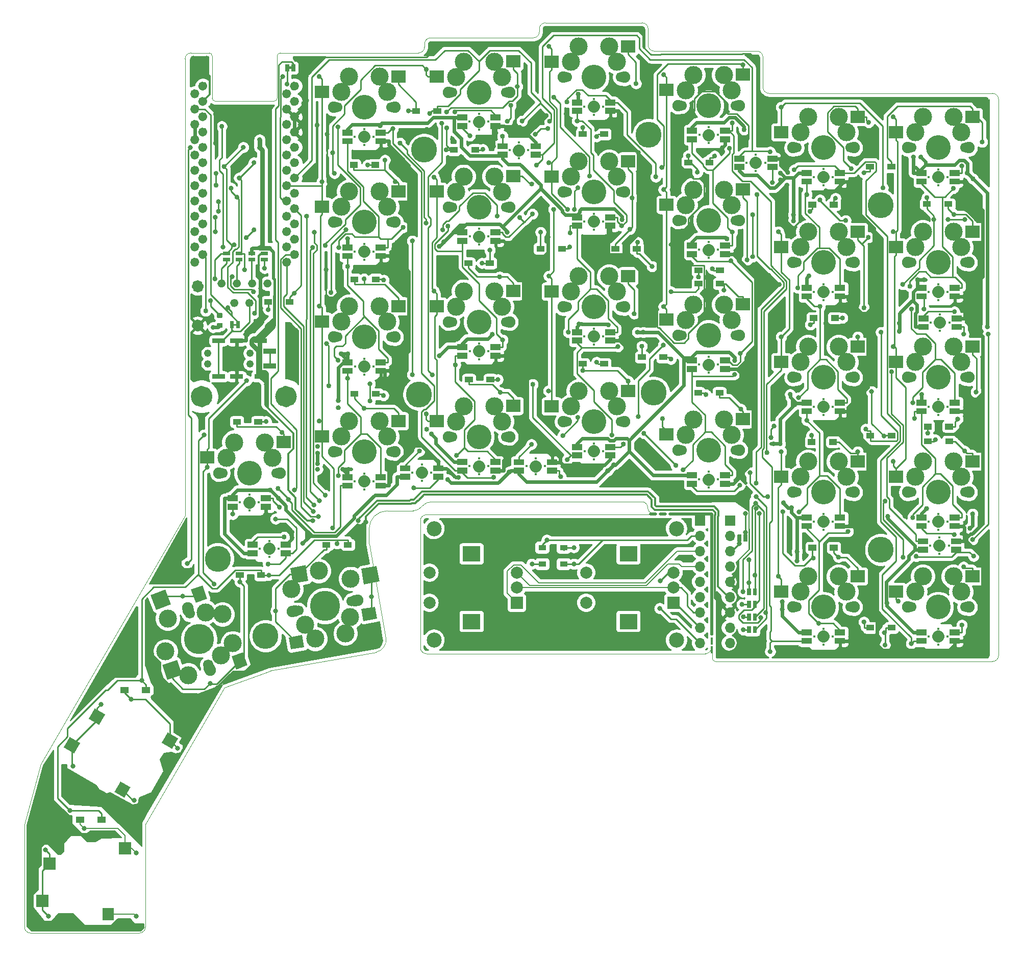
<source format=gbr>
%TF.GenerationSoftware,KiCad,Pcbnew,(6.0.4-0)*%
%TF.CreationDate,2022-10-26T23:43:41+09:00*%
%TF.ProjectId,mtk64_R_rev2,6d746b36-345f-4525-9f72-6576322e6b69,rev?*%
%TF.SameCoordinates,Original*%
%TF.FileFunction,Copper,L2,Bot*%
%TF.FilePolarity,Positive*%
%FSLAX45Y45*%
G04 Gerber Fmt 4.5, Leading zero omitted, Abs format (unit mm)*
G04 Created by KiCad (PCBNEW (6.0.4-0)) date 2022-10-26 23:43:41*
%MOMM*%
%LPD*%
G01*
G04 APERTURE LIST*
G04 Aperture macros list*
%AMRotRect*
0 Rectangle, with rotation*
0 The origin of the aperture is its center*
0 $1 length*
0 $2 width*
0 $3 Rotation angle, in degrees counterclockwise*
0 Add horizontal line*
21,1,$1,$2,0,0,$3*%
%AMFreePoly0*
4,1,34,0.201078,0.979575,0.387516,0.921863,0.559193,0.829038,0.709571,0.704634,0.832921,0.553392,0.924546,0.381070,0.980955,0.194234,1.000000,0.000000,0.999610,-0.027922,0.975149,-0.221548,0.913545,-0.406737,0.817145,-0.576432,0.689620,-0.724172,0.535827,-0.844328,0.361625,-0.932324,0.173648,-0.984808,-0.020942,-0.999781,-0.214735,-0.976672,-0.400349,-0.916363,-0.570714,-0.821149,
-0.719340,-0.694658,-0.840567,-0.541708,-0.929776,-0.368125,-0.983571,-0.180519,-0.999903,0.013962,-0.978148,0.207912,-0.919135,0.393942,-0.825113,0.564967,-0.699663,0.714473,-0.547563,0.836764,-0.374607,0.927184,-0.187381,0.982287,0.006981,0.999976,0.201078,0.979575,0.201078,0.979575,$1*%
%AMFreePoly1*
4,1,16,0.044650,0.194952,0.124776,0.156304,0.180215,0.086732,0.200000,0.000000,0.199999,-0.000698,0.179912,-0.087360,0.124230,-0.156739,0.043969,-0.195107,-0.044990,-0.194874,-0.125049,-0.156086,-0.180367,-0.086417,-0.200000,0.000349,-0.180064,0.087046,-0.124503,0.156522,-0.044310,0.195030,0.044650,0.194952,0.044650,0.194952,$1*%
G04 Aperture macros list end*
%TA.AperFunction,NonConductor*%
%ADD10C,0.400000*%
%TD*%
%TA.AperFunction,NonConductor*%
%ADD11C,0.000000*%
%TD*%
%TA.AperFunction,NonConductor*%
%ADD12C,0.698500*%
%TD*%
%TA.AperFunction,NonConductor*%
%ADD13C,0.762000*%
%TD*%
%TA.AperFunction,NonConductor*%
%ADD14C,1.000000*%
%TD*%
%TA.AperFunction,NonConductor*%
%ADD15C,0.200000*%
%TD*%
%TA.AperFunction,NonConductor*%
%ADD16C,1.800000*%
%TD*%
%TA.AperFunction,Profile*%
%ADD17C,0.050000*%
%TD*%
%TA.AperFunction,SMDPad,CuDef*%
%ADD18R,1.300000X0.950000*%
%TD*%
%TA.AperFunction,WasherPad*%
%ADD19FreePoly0,0.000000*%
%TD*%
%TA.AperFunction,WasherPad*%
%ADD20FreePoly1,0.000000*%
%TD*%
%TA.AperFunction,SMDPad,CuDef*%
%ADD21RotRect,2.000000X2.000000X150.000000*%
%TD*%
%TA.AperFunction,SMDPad,CuDef*%
%ADD22RotRect,1.900000X2.000000X150.000000*%
%TD*%
%TA.AperFunction,ComponentPad*%
%ADD23O,1.310000X0.510000*%
%TD*%
%TA.AperFunction,ComponentPad*%
%ADD24R,1.700000X1.700000*%
%TD*%
%TA.AperFunction,ComponentPad*%
%ADD25O,1.700000X1.700000*%
%TD*%
%TA.AperFunction,SMDPad,CuDef*%
%ADD26R,2.000000X2.000000*%
%TD*%
%TA.AperFunction,SMDPad,CuDef*%
%ADD27R,1.900000X2.000000*%
%TD*%
%TA.AperFunction,ComponentPad*%
%ADD28O,0.410000X1.210000*%
%TD*%
%TA.AperFunction,ComponentPad*%
%ADD29R,2.000000X2.000000*%
%TD*%
%TA.AperFunction,ComponentPad*%
%ADD30C,2.000000*%
%TD*%
%TA.AperFunction,ComponentPad*%
%ADD31R,3.000000X2.500000*%
%TD*%
%TA.AperFunction,WasherPad*%
%ADD32C,1.210000*%
%TD*%
%TA.AperFunction,ComponentPad*%
%ADD33O,1.800000X0.700000*%
%TD*%
%TA.AperFunction,ComponentPad*%
%ADD34O,0.510000X20.410000*%
%TD*%
%TA.AperFunction,ComponentPad*%
%ADD35O,7.410000X0.510000*%
%TD*%
%TA.AperFunction,SMDPad,CuDef*%
%ADD36R,1.400000X1.000000*%
%TD*%
%TA.AperFunction,ViaPad*%
%ADD37C,1.900010*%
%TD*%
%TA.AperFunction,ViaPad*%
%ADD38C,0.400010*%
%TD*%
%TA.AperFunction,ViaPad*%
%ADD39C,0.800000*%
%TD*%
%TA.AperFunction,ViaPad*%
%ADD40C,3.000010*%
%TD*%
%TA.AperFunction,ViaPad*%
%ADD41C,4.300010*%
%TD*%
%TA.AperFunction,ViaPad*%
%ADD42C,0.813010*%
%TD*%
%TA.AperFunction,ViaPad*%
%ADD43C,1.700010*%
%TD*%
%TA.AperFunction,ViaPad*%
%ADD44C,4.100010*%
%TD*%
%TA.AperFunction,ViaPad*%
%ADD45C,5.000010*%
%TD*%
%TA.AperFunction,ViaPad*%
%ADD46C,1.300010*%
%TD*%
%TA.AperFunction,ViaPad*%
%ADD47C,2.200010*%
%TD*%
%TA.AperFunction,ViaPad*%
%ADD48C,1.200010*%
%TD*%
%TA.AperFunction,ViaPad*%
%ADD49C,0.300010*%
%TD*%
%TA.AperFunction,ViaPad*%
%ADD50C,2.500000*%
%TD*%
%TA.AperFunction,Conductor*%
%ADD51C,0.254000*%
%TD*%
%TA.AperFunction,Conductor*%
%ADD52C,0.250000*%
%TD*%
%TA.AperFunction,Conductor*%
%ADD53C,0.600000*%
%TD*%
%TA.AperFunction,Conductor*%
%ADD54C,0.200000*%
%TD*%
%TA.AperFunction,Conductor*%
%ADD55C,0.350000*%
%TD*%
%TA.AperFunction,Conductor*%
%ADD56C,0.800000*%
%TD*%
%TA.AperFunction,Conductor*%
%ADD57C,0.500000*%
%TD*%
%TA.AperFunction,Conductor*%
%ADD58C,0.400000*%
%TD*%
%TA.AperFunction,Conductor*%
%ADD59C,0.300000*%
%TD*%
G04 APERTURE END LIST*
D10*
X11541000Y-7310380D02*
G75*
G03*
X11541000Y-7310380I-20000J0D01*
G01*
D11*
G36*
X10103500Y-10394500D02*
G01*
X9973500Y-10394500D01*
X9973500Y-10299500D01*
X10103500Y-10299500D01*
X10103500Y-10394500D01*
G37*
D10*
X20103971Y-13982000D02*
G75*
G03*
X20103971Y-13982000I-20000J0D01*
G01*
D11*
G36*
X17790870Y-5037171D02*
G01*
X17821799Y-5049982D01*
X17818207Y-5058654D01*
X17812500Y-5087344D01*
X17812500Y-5116596D01*
X17818207Y-5145286D01*
X17829401Y-5172311D01*
X17845653Y-5196633D01*
X17854604Y-5205584D01*
X17853520Y-5205478D01*
X17848927Y-5205930D01*
X17835191Y-5207283D01*
X17817566Y-5212629D01*
X17801323Y-5221311D01*
X17787086Y-5232996D01*
X17784157Y-5236564D01*
X17727291Y-5293430D01*
X17699256Y-5293430D01*
X17719558Y-5273129D01*
X17748942Y-5229153D01*
X17769182Y-5180289D01*
X17779500Y-5128415D01*
X17779500Y-5075525D01*
X17769182Y-5023651D01*
X17768625Y-5022308D01*
X17790870Y-5037171D01*
G37*
G36*
X11020000Y-6293279D02*
G01*
X11015606Y-6297673D01*
X11004280Y-6314624D01*
X10996477Y-6333460D01*
X10992500Y-6353456D01*
X10992500Y-6354000D01*
X10769495Y-6354000D01*
X10773741Y-6343749D01*
X10779110Y-6316759D01*
X10779110Y-6289241D01*
X10776047Y-6273843D01*
X10980570Y-6069320D01*
X10983470Y-6066940D01*
X10992967Y-6055368D01*
X11000025Y-6042165D01*
X11004370Y-6027839D01*
X11005470Y-6016673D01*
X11005470Y-6016672D01*
X11005838Y-6012940D01*
X11005470Y-6009208D01*
X11005470Y-5037777D01*
X11020000Y-5037777D01*
X11020000Y-6293279D01*
G37*
G36*
X20328350Y-5478130D02*
G01*
X20328350Y-5989430D01*
X20321830Y-5982910D01*
X20319450Y-5980010D01*
X20307878Y-5970513D01*
X20294675Y-5963455D01*
X20280349Y-5959110D01*
X20269183Y-5958010D01*
X20269182Y-5958010D01*
X20265450Y-5957642D01*
X20261718Y-5958010D01*
X20116132Y-5958010D01*
X20112400Y-5957642D01*
X20108668Y-5958010D01*
X20108667Y-5958010D01*
X20097501Y-5959110D01*
X20083175Y-5963455D01*
X20069972Y-5970513D01*
X20058400Y-5980010D01*
X20056020Y-5982910D01*
X19957691Y-6081239D01*
X19944377Y-6067926D01*
X19927426Y-6056600D01*
X19908590Y-6048797D01*
X19888594Y-6044820D01*
X19882380Y-6044820D01*
X19824460Y-5986900D01*
X19824460Y-5945116D01*
X19851374Y-5950470D01*
X19868330Y-5950470D01*
X19877767Y-5954379D01*
X19908389Y-5960470D01*
X19939611Y-5960470D01*
X19970233Y-5954379D01*
X19999078Y-5942431D01*
X20025038Y-5925085D01*
X20047115Y-5903008D01*
X20064461Y-5877048D01*
X20076409Y-5848203D01*
X20082500Y-5817581D01*
X20082500Y-5786359D01*
X20076409Y-5755737D01*
X20064461Y-5726892D01*
X20047115Y-5700932D01*
X20025038Y-5678855D01*
X19999078Y-5661509D01*
X19982498Y-5654642D01*
X19986201Y-5649100D01*
X20002295Y-5610246D01*
X20010500Y-5568998D01*
X20010500Y-5526942D01*
X20002295Y-5485694D01*
X19989075Y-5453777D01*
X20091436Y-5453777D01*
X20100053Y-5462394D01*
X20117004Y-5473721D01*
X20135840Y-5481523D01*
X20155836Y-5485500D01*
X20176224Y-5485500D01*
X20196220Y-5481523D01*
X20215056Y-5473721D01*
X20232007Y-5462394D01*
X20246424Y-5447977D01*
X20257751Y-5431026D01*
X20264632Y-5414412D01*
X20328350Y-5478130D01*
G37*
D10*
X18906800Y-11772330D02*
G75*
G03*
X18906800Y-11772330I-20000J0D01*
G01*
X11042250Y-10869721D02*
G75*
G03*
X11042250Y-10869721I-20000J0D01*
G01*
D11*
G36*
X12048940Y-12998644D02*
G01*
X11792890Y-13043792D01*
X11747741Y-12787742D01*
X12003791Y-12742594D01*
X12048940Y-12998644D01*
G37*
G36*
X10335410Y-9217000D02*
G01*
X10125410Y-9217000D01*
X10125410Y-9137000D01*
X10335410Y-9137000D01*
X10335410Y-9217000D01*
G37*
G36*
X17798700Y-9459270D02*
G01*
X17800700Y-9459270D01*
X17800700Y-9484670D01*
X17798700Y-9484670D01*
X17798700Y-9486670D01*
X17773300Y-9486670D01*
X17773300Y-9484670D01*
X17771300Y-9484670D01*
X17771300Y-9459270D01*
X17773300Y-9459270D01*
X17773300Y-9457270D01*
X17798700Y-9457270D01*
X17798700Y-9459270D01*
G37*
D10*
X18762150Y-11839280D02*
G75*
G03*
X18762150Y-11839280I-20000J0D01*
G01*
X12160460Y-6006940D02*
G75*
G03*
X12160460Y-6006940I-20000J0D01*
G01*
D11*
G36*
X9957693Y-12939500D02*
G01*
X9958919Y-12951948D01*
X9962550Y-12963918D01*
X9968446Y-12974949D01*
X9976382Y-12984619D01*
X9986051Y-12992554D01*
X9997082Y-12998450D01*
X10009052Y-13002081D01*
X10021500Y-13003307D01*
X10151500Y-13003307D01*
X10163948Y-13002081D01*
X10175918Y-12998450D01*
X10186949Y-12992554D01*
X10186958Y-12992547D01*
X10201806Y-12995500D01*
X10222194Y-12995500D01*
X10242190Y-12991523D01*
X10261026Y-12983721D01*
X10277977Y-12972394D01*
X10282371Y-12968000D01*
X10367120Y-12968000D01*
X10276900Y-13058220D01*
X10274000Y-13060600D01*
X10270719Y-13064597D01*
X10264503Y-13072172D01*
X10259795Y-13080979D01*
X10257445Y-13085375D01*
X10253100Y-13099702D01*
X10252000Y-13110867D01*
X10252000Y-13110868D01*
X10251632Y-13114600D01*
X10252000Y-13118332D01*
X10252000Y-13416629D01*
X10247606Y-13421023D01*
X10236280Y-13437974D01*
X10228477Y-13456810D01*
X10224500Y-13476806D01*
X10224500Y-13497194D01*
X10228477Y-13517190D01*
X10236280Y-13536026D01*
X10247606Y-13552977D01*
X10252000Y-13557371D01*
X10252000Y-13637917D01*
X10240135Y-13633003D01*
X10186330Y-13622300D01*
X10131470Y-13622300D01*
X10077665Y-13633003D01*
X10026981Y-13653997D01*
X9981367Y-13684475D01*
X9942575Y-13723267D01*
X9912097Y-13768881D01*
X9891103Y-13819565D01*
X9880400Y-13873370D01*
X9880400Y-13928230D01*
X9891103Y-13982035D01*
X9912097Y-14032719D01*
X9942575Y-14078333D01*
X9981367Y-14117125D01*
X10026981Y-14147604D01*
X10077665Y-14168597D01*
X10131470Y-14179300D01*
X10186330Y-14179300D01*
X10240135Y-14168597D01*
X10290819Y-14147604D01*
X10336433Y-14117125D01*
X10375225Y-14078333D01*
X10405704Y-14032719D01*
X10426697Y-13982035D01*
X10437400Y-13928230D01*
X10437400Y-13876980D01*
X10479117Y-13918698D01*
X10478358Y-13924998D01*
X10479312Y-13937470D01*
X10514042Y-14134431D01*
X10517411Y-14146478D01*
X10523065Y-14157635D01*
X10530787Y-14167475D01*
X10540281Y-14175619D01*
X10551181Y-14181755D01*
X10563069Y-14185646D01*
X10575487Y-14187143D01*
X10587959Y-14186189D01*
X10814465Y-14146250D01*
X10826511Y-14142881D01*
X10837669Y-14137227D01*
X10847509Y-14129504D01*
X10855653Y-14120011D01*
X10856643Y-14118252D01*
X10882142Y-14135290D01*
X10920997Y-14151384D01*
X10962244Y-14159589D01*
X11004300Y-14159589D01*
X11045548Y-14151384D01*
X11084402Y-14135290D01*
X11119370Y-14111925D01*
X11149108Y-14082187D01*
X11172473Y-14047219D01*
X11188567Y-14008365D01*
X11196772Y-13967117D01*
X11196772Y-13925061D01*
X11188567Y-13883813D01*
X11172473Y-13844959D01*
X11149108Y-13809991D01*
X11119370Y-13780253D01*
X11084402Y-13756888D01*
X11045548Y-13740794D01*
X11027595Y-13737223D01*
X11027595Y-13696973D01*
X11026585Y-13691898D01*
X11053755Y-13703152D01*
X11114323Y-13715200D01*
X11176077Y-13715200D01*
X11236645Y-13703152D01*
X11293698Y-13679520D01*
X11345045Y-13645211D01*
X11356415Y-13633841D01*
X11359223Y-13647957D01*
X11370974Y-13676325D01*
X11347456Y-13692039D01*
X11317718Y-13721777D01*
X11294353Y-13756746D01*
X11278259Y-13795600D01*
X11270054Y-13836848D01*
X11270054Y-13878904D01*
X11278259Y-13920151D01*
X11294353Y-13959006D01*
X11317718Y-13993974D01*
X11347456Y-14023712D01*
X11382424Y-14047077D01*
X11421279Y-14063171D01*
X11462527Y-14071376D01*
X11504582Y-14071376D01*
X11545830Y-14063171D01*
X11584685Y-14047077D01*
X11619653Y-14023712D01*
X11649391Y-13993974D01*
X11672756Y-13959006D01*
X11688850Y-13920151D01*
X11697054Y-13878904D01*
X11697054Y-13836848D01*
X11688850Y-13795600D01*
X11677099Y-13767232D01*
X11700617Y-13751518D01*
X11730355Y-13721780D01*
X11743526Y-13702067D01*
X11746880Y-13704945D01*
X11757781Y-13711081D01*
X11769668Y-13714972D01*
X11782087Y-13716469D01*
X11794559Y-13715515D01*
X12021064Y-13675576D01*
X12033111Y-13672207D01*
X12041820Y-13667793D01*
X12090506Y-13945402D01*
X12092730Y-13974651D01*
X12089617Y-14000555D01*
X12081532Y-14025361D01*
X12068782Y-14048124D01*
X12051854Y-14067978D01*
X12031392Y-14084165D01*
X12008176Y-14096069D01*
X11980121Y-14104086D01*
X10267969Y-14406666D01*
X10265208Y-14407439D01*
X10215507Y-14420767D01*
X10212722Y-14421481D01*
X9452544Y-14698165D01*
X9640797Y-14509907D01*
X9647721Y-14514006D01*
X9659521Y-14518156D01*
X9671904Y-14519924D01*
X9684394Y-14519242D01*
X9696511Y-14516136D01*
X9884449Y-14447732D01*
X9895727Y-14442323D01*
X9905733Y-14434817D01*
X9914083Y-14425503D01*
X9920455Y-14414739D01*
X9924604Y-14402939D01*
X9926372Y-14390556D01*
X9925690Y-14378067D01*
X9922585Y-14365950D01*
X9877683Y-14242584D01*
X9877758Y-14241830D01*
X9877390Y-14238098D01*
X9877390Y-13074722D01*
X9877758Y-13070990D01*
X9877390Y-13067258D01*
X9877390Y-13067257D01*
X9876290Y-13056091D01*
X9871945Y-13041765D01*
X9864887Y-13028562D01*
X9855390Y-13016990D01*
X9852490Y-13014610D01*
X9835000Y-12997120D01*
X9835000Y-12990906D01*
X9834854Y-12990170D01*
X9841619Y-12984619D01*
X9849554Y-12974949D01*
X9855450Y-12963918D01*
X9859081Y-12951948D01*
X9860307Y-12939500D01*
X9860307Y-12887970D01*
X9957693Y-12887970D01*
X9957693Y-12939500D01*
G37*
G36*
X9485410Y-9637000D02*
G01*
X9275410Y-9637000D01*
X9275410Y-9557000D01*
X9485410Y-9557000D01*
X9485410Y-9637000D01*
G37*
G36*
X20257500Y-13810500D02*
G01*
X20127500Y-13810500D01*
X20127500Y-13715500D01*
X20257500Y-13715500D01*
X20257500Y-13810500D01*
G37*
G36*
X21754534Y-6313691D02*
G01*
X21769074Y-6319713D01*
X21801038Y-6351677D01*
X21807060Y-6366216D01*
X21818387Y-6383168D01*
X21832803Y-6397584D01*
X21849755Y-6408911D01*
X21864295Y-6414934D01*
X22043610Y-6594249D01*
X22043610Y-7043690D01*
X22041449Y-7041916D01*
X22030418Y-7036020D01*
X22018448Y-7032389D01*
X22006000Y-7031163D01*
X21960458Y-7031163D01*
X21959531Y-7029429D01*
X21954497Y-7020012D01*
X21947380Y-7011340D01*
X21945000Y-7008440D01*
X21942100Y-7006060D01*
X21794420Y-6858380D01*
X21792040Y-6855480D01*
X21780468Y-6845983D01*
X21767265Y-6838925D01*
X21752939Y-6834580D01*
X21741773Y-6833480D01*
X21741772Y-6833480D01*
X21738040Y-6833112D01*
X21734308Y-6833480D01*
X21651351Y-6833480D01*
X21646957Y-6829086D01*
X21630006Y-6817760D01*
X21611750Y-6810198D01*
X21612450Y-6808888D01*
X21616081Y-6796918D01*
X21617307Y-6784470D01*
X21617307Y-6689470D01*
X21616081Y-6677022D01*
X21612450Y-6665052D01*
X21606554Y-6654021D01*
X21598619Y-6644352D01*
X21588949Y-6636416D01*
X21577918Y-6630520D01*
X21565948Y-6626889D01*
X21553500Y-6625663D01*
X21529557Y-6625663D01*
X21576050Y-6579170D01*
X21582264Y-6579170D01*
X21602260Y-6575193D01*
X21621096Y-6567391D01*
X21638047Y-6556064D01*
X21652464Y-6541647D01*
X21663791Y-6524696D01*
X21671593Y-6505860D01*
X21675570Y-6485864D01*
X21675570Y-6475748D01*
X21681000Y-6475777D01*
X21693448Y-6474551D01*
X21705418Y-6470920D01*
X21716449Y-6465024D01*
X21726119Y-6457089D01*
X21734054Y-6447419D01*
X21739950Y-6436388D01*
X21743581Y-6424418D01*
X21744807Y-6411970D01*
X21744500Y-6390545D01*
X21728625Y-6374670D01*
X21608700Y-6374670D01*
X21608700Y-6376670D01*
X21603522Y-6376670D01*
X21602260Y-6376147D01*
X21582264Y-6372170D01*
X21581300Y-6372170D01*
X21581300Y-6349270D01*
X21583300Y-6349270D01*
X21583300Y-6347270D01*
X21608700Y-6347270D01*
X21608700Y-6349270D01*
X21728625Y-6349270D01*
X21744500Y-6333395D01*
X21744807Y-6311970D01*
X21744303Y-6306854D01*
X21754534Y-6313691D01*
G37*
G36*
X9431973Y-8709774D02*
G01*
X9435340Y-8710676D01*
X9438500Y-8712149D01*
X9441356Y-8714149D01*
X9443821Y-8716614D01*
X9445821Y-8719470D01*
X9447294Y-8722630D01*
X9448196Y-8725997D01*
X9448500Y-8729470D01*
X9448500Y-8769470D01*
X9448196Y-8772943D01*
X9447294Y-8776310D01*
X9445821Y-8779470D01*
X9443821Y-8782326D01*
X9441356Y-8784791D01*
X9438500Y-8786791D01*
X9435340Y-8788264D01*
X9431973Y-8789166D01*
X9428500Y-8789470D01*
X9373500Y-8789470D01*
X9370027Y-8789166D01*
X9366660Y-8788264D01*
X9363500Y-8786791D01*
X9360644Y-8784791D01*
X9358179Y-8782326D01*
X9356179Y-8779470D01*
X9354706Y-8776310D01*
X9353804Y-8772943D01*
X9353500Y-8769470D01*
X9353500Y-8729470D01*
X9353804Y-8725997D01*
X9354706Y-8722630D01*
X9356179Y-8719470D01*
X9358179Y-8716614D01*
X9360644Y-8714149D01*
X9363500Y-8712149D01*
X9366660Y-8710676D01*
X9370027Y-8709774D01*
X9373500Y-8709470D01*
X9428500Y-8709470D01*
X9431973Y-8709774D01*
G37*
G36*
X18312788Y-13434092D02*
G01*
X18249288Y-13434092D01*
X18249288Y-13319792D01*
X18312788Y-13319792D01*
X18312788Y-13434092D01*
G37*
D10*
X16072286Y-9281686D02*
G75*
G03*
X16072286Y-9281686I-20000J0D01*
G01*
X11872890Y-6086970D02*
G75*
G03*
X11872890Y-6086970I-20000J0D01*
G01*
D11*
G36*
X22006000Y-5389970D02*
G01*
X21776000Y-5389970D01*
X21776000Y-5189970D01*
X22006000Y-5189970D01*
X22006000Y-5389970D01*
G37*
D10*
X12550470Y-5189970D02*
G75*
G03*
X12550470Y-5189970I-20000J0D01*
G01*
X20441810Y-10584980D02*
G75*
G03*
X20441810Y-10584980I-20000J0D01*
G01*
X18878971Y-12077000D02*
G75*
G03*
X18878971Y-12077000I-20000J0D01*
G01*
D11*
G36*
X21131000Y-8316970D02*
G01*
X20961000Y-8316970D01*
X20961000Y-8216970D01*
X21131000Y-8216970D01*
X21131000Y-8316970D01*
G37*
D10*
X18414000Y-8146971D02*
G75*
G03*
X18414000Y-8146971I-20000J0D01*
G01*
X19219300Y-8737830D02*
G75*
G03*
X19219300Y-8737830I-20000J0D01*
G01*
X20677750Y-13324540D02*
G75*
G03*
X20677750Y-13324540I-20000J0D01*
G01*
X18066770Y-10138230D02*
G75*
G03*
X18066770Y-10138230I-20000J0D01*
G01*
D11*
G36*
X13590500Y-7764470D02*
G01*
X13460500Y-7764470D01*
X13460500Y-7669470D01*
X13590500Y-7669470D01*
X13590500Y-7764470D01*
G37*
G36*
X15966000Y-8911970D02*
G01*
X15796000Y-8911970D01*
X15796000Y-8811970D01*
X15966000Y-8811970D01*
X15966000Y-8911970D01*
G37*
D10*
X13282000Y-5657971D02*
G75*
G03*
X13282000Y-5657971I-20000J0D01*
G01*
D12*
X9675925Y-8376970D02*
G75*
G03*
X9675925Y-8376970I-34925J0D01*
G01*
D10*
X10620000Y-8797971D02*
G75*
G03*
X10620000Y-8797971I-20000J0D01*
G01*
X11156000Y-11327971D02*
G75*
G03*
X11156000Y-11327971I-20000J0D01*
G01*
X14880790Y-6051490D02*
G75*
G03*
X14880790Y-6051490I-20000J0D01*
G01*
X15072000Y-9466971D02*
G75*
G03*
X15072000Y-9466971I-20000J0D01*
G01*
X9762340Y-12108000D02*
G75*
G03*
X9762340Y-12108000I-20000J0D01*
G01*
D11*
G36*
X16370413Y-10619714D02*
G01*
X16387364Y-10631041D01*
X16406200Y-10638843D01*
X16426196Y-10642820D01*
X16432410Y-10642820D01*
X16864950Y-11075360D01*
X16864950Y-11081574D01*
X16868927Y-11101570D01*
X16876730Y-11120406D01*
X16888056Y-11137357D01*
X16894199Y-11143500D01*
X16629539Y-11143500D01*
X16284000Y-10797961D01*
X16284000Y-10694459D01*
X16364579Y-10613880D01*
X16370413Y-10619714D01*
G37*
G36*
X16926000Y-4943970D02*
G01*
X16696000Y-4943970D01*
X16696000Y-4743970D01*
X16926000Y-4743970D01*
X16926000Y-4943970D01*
G37*
G36*
X15966000Y-10957000D02*
G01*
X15796000Y-10957000D01*
X15796000Y-10857000D01*
X15966000Y-10857000D01*
X15966000Y-10957000D01*
G37*
G36*
X9778150Y-7588682D02*
G01*
X9663850Y-7588682D01*
X9663850Y-7525182D01*
X9778150Y-7525182D01*
X9778150Y-7588682D01*
G37*
D13*
X10546870Y-6938000D02*
G75*
G03*
X10546870Y-6938000I-38100J0D01*
G01*
D10*
X21764430Y-8893040D02*
G75*
G03*
X21764430Y-8893040I-20000J0D01*
G01*
D11*
G36*
X9004145Y-5412586D02*
G01*
X9002731Y-5414000D01*
X9004145Y-5415414D01*
X8986184Y-5433375D01*
X8984770Y-5431961D01*
X8983356Y-5433375D01*
X8965395Y-5415414D01*
X8966810Y-5414000D01*
X8965395Y-5412586D01*
X8983356Y-5394625D01*
X8984770Y-5396040D01*
X8986184Y-5394625D01*
X9004145Y-5412586D01*
G37*
G36*
X21711900Y-8684470D02*
G01*
X21541900Y-8684470D01*
X21541900Y-8584470D01*
X21711900Y-8584470D01*
X21711900Y-8684470D01*
G37*
G36*
X16823500Y-9324470D02*
G01*
X16693500Y-9324470D01*
X16693500Y-9229470D01*
X16823500Y-9229470D01*
X16823500Y-9324470D01*
G37*
D10*
X18566540Y-10609280D02*
G75*
G03*
X18566540Y-10609280I-20000J0D01*
G01*
X14617000Y-5386971D02*
G75*
G03*
X14617000Y-5386971I-20000J0D01*
G01*
D11*
G36*
X17757117Y-5781310D02*
G01*
X17753140Y-5801306D01*
X17753140Y-5821694D01*
X17757117Y-5841690D01*
X17764920Y-5860526D01*
X17771655Y-5870605D01*
X17714201Y-5928059D01*
X17710353Y-5908710D01*
X17702551Y-5889874D01*
X17691224Y-5872923D01*
X17676807Y-5858506D01*
X17659856Y-5847180D01*
X17641020Y-5839377D01*
X17621024Y-5835400D01*
X17600636Y-5835400D01*
X17580640Y-5839377D01*
X17561804Y-5847180D01*
X17544853Y-5858506D01*
X17530436Y-5872923D01*
X17519110Y-5889874D01*
X17518409Y-5891566D01*
X17513601Y-5892040D01*
X17499275Y-5896385D01*
X17486072Y-5903443D01*
X17474500Y-5912940D01*
X17465003Y-5924512D01*
X17458795Y-5936126D01*
X17451052Y-5936889D01*
X17439082Y-5940520D01*
X17428051Y-5946416D01*
X17418382Y-5954352D01*
X17413261Y-5960591D01*
X17312000Y-5859330D01*
X17312000Y-5813834D01*
X17317376Y-5815464D01*
X17327587Y-5816470D01*
X17331000Y-5816806D01*
X17334414Y-5816470D01*
X17687587Y-5816470D01*
X17691000Y-5816806D01*
X17694413Y-5816470D01*
X17694414Y-5816470D01*
X17704624Y-5815464D01*
X17717725Y-5811490D01*
X17729799Y-5805037D01*
X17740382Y-5796352D01*
X17749067Y-5785769D01*
X17754563Y-5775486D01*
X17757425Y-5775470D01*
X17761030Y-5771865D01*
X17757117Y-5781310D01*
G37*
G36*
X21131000Y-14032000D02*
G01*
X20961000Y-14032000D01*
X20961000Y-13932000D01*
X21131000Y-13932000D01*
X21131000Y-14032000D01*
G37*
D10*
X15971000Y-11302971D02*
G75*
G03*
X15971000Y-11302971I-20000J0D01*
G01*
X12638620Y-11444500D02*
G75*
G03*
X12638620Y-11444500I-20000J0D01*
G01*
D11*
G36*
X20101000Y-7294970D02*
G01*
X19871000Y-7294970D01*
X19871000Y-7094970D01*
X20101000Y-7094970D01*
X20101000Y-7294970D01*
G37*
G36*
X14725900Y-5827470D02*
G01*
X14555900Y-5827470D01*
X14555900Y-5727470D01*
X14725900Y-5727470D01*
X14725900Y-5827470D01*
G37*
G36*
X11606000Y-9411970D02*
G01*
X11436000Y-9411970D01*
X11436000Y-9311970D01*
X11606000Y-9311970D01*
X11606000Y-9411970D01*
G37*
D10*
X18844110Y-6212230D02*
G75*
G03*
X18844110Y-6212230I-20000J0D01*
G01*
D11*
G36*
X19776000Y-6411970D02*
G01*
X19606000Y-6411970D01*
X19606000Y-6311970D01*
X19776000Y-6311970D01*
X19776000Y-6411970D01*
G37*
D10*
X16087480Y-7095520D02*
G75*
G03*
X16087480Y-7095520I-20000J0D01*
G01*
D11*
G36*
X10038732Y-7733877D02*
G01*
X10048401Y-7741812D01*
X10054530Y-7745088D01*
X10049280Y-7752946D01*
X10041477Y-7771781D01*
X10037500Y-7791777D01*
X10037500Y-7812165D01*
X10041477Y-7832161D01*
X10049280Y-7850997D01*
X10060606Y-7867949D01*
X10075023Y-7882365D01*
X10091974Y-7893692D01*
X10110810Y-7901494D01*
X10130806Y-7905471D01*
X10151194Y-7905471D01*
X10171190Y-7901494D01*
X10189651Y-7893847D01*
X10189651Y-7920650D01*
X10177276Y-7920650D01*
X10151513Y-7925775D01*
X10127245Y-7935827D01*
X10105404Y-7950420D01*
X10086830Y-7968994D01*
X10072237Y-7990835D01*
X10063410Y-8012145D01*
X10054583Y-7990835D01*
X10039990Y-7968994D01*
X10021416Y-7950420D01*
X10007000Y-7940788D01*
X10007000Y-7749397D01*
X10012568Y-7747708D01*
X10023599Y-7741812D01*
X10033269Y-7733877D01*
X10036000Y-7730548D01*
X10038732Y-7733877D01*
G37*
G36*
X20254500Y-6164470D02*
G01*
X20124500Y-6164470D01*
X20124500Y-6069470D01*
X20254500Y-6069470D01*
X20254500Y-6164470D01*
G37*
D10*
X11042250Y-11042721D02*
G75*
G03*
X11042250Y-11042721I-20000J0D01*
G01*
X13135515Y-7363486D02*
G75*
G03*
X13135515Y-7363486I-20000J0D01*
G01*
D11*
G36*
X19241350Y-12325693D02*
G01*
X19168500Y-12325693D01*
X19156052Y-12326919D01*
X19144082Y-12330550D01*
X19133051Y-12336446D01*
X19123382Y-12344382D01*
X19115446Y-12354051D01*
X19109550Y-12365082D01*
X19105919Y-12377052D01*
X19104693Y-12389500D01*
X19104693Y-12484500D01*
X19105919Y-12496948D01*
X19109550Y-12508918D01*
X19115446Y-12519949D01*
X19123382Y-12529619D01*
X19133051Y-12537554D01*
X19144082Y-12543450D01*
X19156052Y-12547081D01*
X19157500Y-12547224D01*
X19157500Y-12561524D01*
X19156329Y-12564351D01*
X19080587Y-12640093D01*
X19078023Y-12627200D01*
X19072000Y-12612661D01*
X19072000Y-12546201D01*
X19078023Y-12531661D01*
X19082000Y-12511665D01*
X19082000Y-12491277D01*
X19078023Y-12471282D01*
X19072000Y-12456742D01*
X19072000Y-12190807D01*
X19106458Y-12190807D01*
X19241350Y-12325693D01*
G37*
G36*
X19226000Y-14032000D02*
G01*
X19056000Y-14032000D01*
X19056000Y-13932000D01*
X19226000Y-13932000D01*
X19226000Y-14032000D01*
G37*
D10*
X18753460Y-13331390D02*
G75*
G03*
X18753460Y-13331390I-20000J0D01*
G01*
D11*
G36*
X21131000Y-10222000D02*
G01*
X20961000Y-10222000D01*
X20961000Y-10122000D01*
X21131000Y-10122000D01*
X21131000Y-10222000D01*
G37*
D13*
X9155510Y-7065000D02*
G75*
G03*
X9155510Y-7065000I-38100J0D01*
G01*
D10*
X20060670Y-12203420D02*
G75*
G03*
X20060670Y-12203420I-20000J0D01*
G01*
D11*
G36*
X15488500Y-9434470D02*
G01*
X15358500Y-9434470D01*
X15358500Y-9339470D01*
X15488500Y-9339470D01*
X15488500Y-9434470D01*
G37*
G36*
X13988700Y-5429270D02*
G01*
X13990700Y-5429270D01*
X13990700Y-5454670D01*
X13988700Y-5454670D01*
X13988700Y-5539595D01*
X14004162Y-5555057D01*
X13999180Y-5562514D01*
X13991377Y-5581350D01*
X13987400Y-5601346D01*
X13987400Y-5621734D01*
X13991377Y-5641730D01*
X13999180Y-5660566D01*
X14001536Y-5664093D01*
X13993452Y-5664889D01*
X13981482Y-5668520D01*
X13970451Y-5674416D01*
X13960782Y-5682352D01*
X13952846Y-5692021D01*
X13946950Y-5703052D01*
X13943319Y-5715022D01*
X13942093Y-5727470D01*
X13942093Y-5827470D01*
X13943319Y-5839918D01*
X13943765Y-5841390D01*
X13868757Y-5841390D01*
X13869600Y-5837154D01*
X13869600Y-5816766D01*
X13865623Y-5796770D01*
X13857821Y-5777934D01*
X13846494Y-5760983D01*
X13832077Y-5746566D01*
X13815126Y-5735240D01*
X13796290Y-5727437D01*
X13776294Y-5723460D01*
X13755906Y-5723460D01*
X13735910Y-5727437D01*
X13728158Y-5730648D01*
X13727918Y-5730520D01*
X13715948Y-5726889D01*
X13703500Y-5725663D01*
X13573500Y-5725663D01*
X13561052Y-5726889D01*
X13549082Y-5730520D01*
X13538051Y-5736416D01*
X13528382Y-5744352D01*
X13520446Y-5754021D01*
X13514616Y-5764928D01*
X13496910Y-5747221D01*
X13496910Y-5692297D01*
X13501404Y-5695301D01*
X13520240Y-5703103D01*
X13540236Y-5707080D01*
X13560624Y-5707080D01*
X13580620Y-5703103D01*
X13599456Y-5695301D01*
X13616407Y-5683974D01*
X13630824Y-5669557D01*
X13642151Y-5652606D01*
X13649953Y-5633770D01*
X13653930Y-5613774D01*
X13653930Y-5596470D01*
X13877587Y-5596470D01*
X13881000Y-5596806D01*
X13884413Y-5596470D01*
X13884414Y-5596470D01*
X13894624Y-5595464D01*
X13907725Y-5591490D01*
X13919799Y-5585037D01*
X13930382Y-5576352D01*
X13939067Y-5565769D01*
X13944563Y-5555486D01*
X13947425Y-5555470D01*
X13963300Y-5539595D01*
X13963300Y-5454670D01*
X13961300Y-5454670D01*
X13961300Y-5429270D01*
X13963300Y-5429270D01*
X13963300Y-5427270D01*
X13988700Y-5427270D01*
X13988700Y-5429270D01*
G37*
G36*
X15893700Y-10894300D02*
G01*
X15895700Y-10894300D01*
X15895700Y-10919700D01*
X15893700Y-10919700D01*
X15893700Y-10921700D01*
X15868300Y-10921700D01*
X15868300Y-10919700D01*
X15866300Y-10919700D01*
X15866300Y-10894300D01*
X15868300Y-10894300D01*
X15868300Y-10892300D01*
X15893700Y-10892300D01*
X15893700Y-10894300D01*
G37*
D10*
X16485500Y-5052471D02*
G75*
G03*
X16485500Y-5052471I-20000J0D01*
G01*
D11*
G36*
X13511000Y-9161970D02*
G01*
X13341000Y-9161970D01*
X13341000Y-9061970D01*
X13511000Y-9061970D01*
X13511000Y-9161970D01*
G37*
D10*
X12360870Y-11033730D02*
G75*
G03*
X12360870Y-11033730I-20000J0D01*
G01*
X10618000Y-12180971D02*
G75*
G03*
X10618000Y-12180971I-20000J0D01*
G01*
X11292250Y-5885110D02*
G75*
G03*
X11292250Y-5885110I-20000J0D01*
G01*
X11042250Y-11136240D02*
G75*
G03*
X11042250Y-11136240I-20000J0D01*
G01*
D11*
G36*
X18992193Y-10222000D02*
G01*
X18993419Y-10234448D01*
X18997050Y-10246418D01*
X19002946Y-10257449D01*
X19010882Y-10267119D01*
X19020551Y-10275054D01*
X19031582Y-10280950D01*
X19043552Y-10284581D01*
X19045459Y-10284769D01*
X19041477Y-10294380D01*
X19037500Y-10314376D01*
X19037500Y-10334764D01*
X19041477Y-10354760D01*
X19049280Y-10373596D01*
X19060606Y-10390547D01*
X19075023Y-10404964D01*
X19091974Y-10416291D01*
X19110810Y-10424093D01*
X19130806Y-10428070D01*
X19137020Y-10428070D01*
X19184032Y-10475082D01*
X19169624Y-10481050D01*
X19152673Y-10492376D01*
X19138256Y-10506793D01*
X19126930Y-10523744D01*
X19119127Y-10542580D01*
X19115150Y-10562576D01*
X19115150Y-10582964D01*
X19115890Y-10586682D01*
X19111382Y-10590382D01*
X19103446Y-10600051D01*
X19097550Y-10611082D01*
X19093919Y-10623052D01*
X19092693Y-10635500D01*
X19092693Y-10730500D01*
X19093919Y-10742948D01*
X19097550Y-10754918D01*
X19103446Y-10765949D01*
X19111382Y-10775619D01*
X19121051Y-10783554D01*
X19132082Y-10789450D01*
X19144052Y-10793081D01*
X19156500Y-10794307D01*
X19274890Y-10794307D01*
X19274890Y-10827657D01*
X19263130Y-10819799D01*
X19224276Y-10803705D01*
X19183028Y-10795500D01*
X19140972Y-10795500D01*
X19099724Y-10803705D01*
X19060870Y-10819799D01*
X19025902Y-10843164D01*
X18996164Y-10872902D01*
X18972799Y-10907870D01*
X18956705Y-10946724D01*
X18948500Y-10987972D01*
X18948500Y-11030028D01*
X18955430Y-11064868D01*
X18933870Y-11073799D01*
X18898902Y-11097164D01*
X18878853Y-11117213D01*
X18876119Y-11113882D01*
X18866449Y-11105946D01*
X18855418Y-11100050D01*
X18843448Y-11096419D01*
X18831000Y-11095193D01*
X18792000Y-11095193D01*
X18792000Y-10915201D01*
X18796394Y-10910807D01*
X18807721Y-10893856D01*
X18815523Y-10875020D01*
X18819500Y-10855024D01*
X18819500Y-10834636D01*
X18815523Y-10814640D01*
X18807721Y-10795804D01*
X18796394Y-10778853D01*
X18785913Y-10768372D01*
X18790041Y-10762196D01*
X18797843Y-10743360D01*
X18801820Y-10723364D01*
X18801820Y-10702976D01*
X18797843Y-10682980D01*
X18791820Y-10668441D01*
X18791820Y-10344999D01*
X18967676Y-10169143D01*
X18971244Y-10166215D01*
X18973533Y-10163425D01*
X18987835Y-10157501D01*
X18992193Y-10154589D01*
X18992193Y-10222000D01*
G37*
D10*
X9626370Y-7939730D02*
G75*
G03*
X9626370Y-7939730I-20000J0D01*
G01*
D11*
G36*
X14123581Y-7409418D02*
G01*
X14124807Y-7396970D01*
X14124500Y-7375545D01*
X14108625Y-7359670D01*
X14124500Y-7359670D01*
X14124500Y-7354688D01*
X14131331Y-7356760D01*
X14139362Y-7357551D01*
X14146230Y-7358228D01*
X14149963Y-7357860D01*
X14194298Y-7357860D01*
X14198030Y-7358228D01*
X14201762Y-7357860D01*
X14201763Y-7357860D01*
X14212929Y-7356760D01*
X14227255Y-7352415D01*
X14240458Y-7345357D01*
X14252030Y-7335860D01*
X14254410Y-7332960D01*
X14485621Y-7101749D01*
X14498178Y-7095037D01*
X14509750Y-7085540D01*
X14512130Y-7082640D01*
X14591910Y-7002860D01*
X14598124Y-7002860D01*
X14618120Y-6998883D01*
X14636956Y-6991081D01*
X14653907Y-6979754D01*
X14668324Y-6965337D01*
X14679651Y-6948386D01*
X14687453Y-6929550D01*
X14691430Y-6909554D01*
X14691430Y-6889166D01*
X14687453Y-6869170D01*
X14679651Y-6850334D01*
X14668324Y-6833383D01*
X14653907Y-6818966D01*
X14636956Y-6807640D01*
X14618120Y-6799837D01*
X14598124Y-6795860D01*
X14577736Y-6795860D01*
X14557740Y-6799837D01*
X14538904Y-6807640D01*
X14521953Y-6818966D01*
X14507536Y-6833383D01*
X14496210Y-6850334D01*
X14488407Y-6869170D01*
X14484430Y-6889166D01*
X14484430Y-6895380D01*
X14468363Y-6911447D01*
X14467911Y-6910354D01*
X14456584Y-6893403D01*
X14449130Y-6885949D01*
X14724000Y-6611079D01*
X14865600Y-6752679D01*
X14859416Y-6758863D01*
X14848090Y-6775814D01*
X14840287Y-6794650D01*
X14836310Y-6814646D01*
X14836310Y-6835034D01*
X14840287Y-6855030D01*
X14848090Y-6873866D01*
X14859416Y-6890817D01*
X14863810Y-6895211D01*
X14863810Y-7819280D01*
X14856620Y-7826470D01*
X14850406Y-7826470D01*
X14830410Y-7830447D01*
X14811574Y-7838250D01*
X14794623Y-7849576D01*
X14780206Y-7863993D01*
X14768880Y-7880944D01*
X14761077Y-7899780D01*
X14757100Y-7919776D01*
X14757100Y-7940164D01*
X14761077Y-7960160D01*
X14768880Y-7978996D01*
X14780206Y-7995947D01*
X14794623Y-8010364D01*
X14809288Y-8020163D01*
X14791000Y-8020163D01*
X14778552Y-8021389D01*
X14766582Y-8025020D01*
X14755551Y-8030916D01*
X14745882Y-8038852D01*
X14737946Y-8048521D01*
X14732050Y-8059552D01*
X14728419Y-8071522D01*
X14727193Y-8083970D01*
X14727193Y-8283970D01*
X14728419Y-8296418D01*
X14732050Y-8308388D01*
X14737946Y-8319419D01*
X14745882Y-8329089D01*
X14755551Y-8337024D01*
X14766582Y-8342920D01*
X14778552Y-8346551D01*
X14791000Y-8347777D01*
X14830000Y-8347777D01*
X14830000Y-9734704D01*
X14826110Y-9735477D01*
X14807274Y-9743280D01*
X14790323Y-9754606D01*
X14775906Y-9769023D01*
X14764580Y-9785974D01*
X14756777Y-9804810D01*
X14752800Y-9824806D01*
X14752800Y-9845194D01*
X14756777Y-9865190D01*
X14764580Y-9884026D01*
X14775906Y-9900977D01*
X14790323Y-9915394D01*
X14804988Y-9925193D01*
X14791000Y-9925193D01*
X14778552Y-9926419D01*
X14766582Y-9930050D01*
X14755551Y-9935946D01*
X14745882Y-9943882D01*
X14737946Y-9953551D01*
X14732050Y-9964582D01*
X14728419Y-9976552D01*
X14727193Y-9989000D01*
X14727193Y-10189000D01*
X14728419Y-10201448D01*
X14732050Y-10213418D01*
X14737946Y-10224449D01*
X14745882Y-10234119D01*
X14755551Y-10242054D01*
X14766582Y-10247950D01*
X14778552Y-10251581D01*
X14791000Y-10252807D01*
X14970311Y-10252807D01*
X14957539Y-10271922D01*
X14945591Y-10300767D01*
X14939500Y-10331389D01*
X14939500Y-10362611D01*
X14945591Y-10393233D01*
X14957539Y-10422078D01*
X14974885Y-10448038D01*
X14996962Y-10470115D01*
X15022922Y-10487461D01*
X15034641Y-10492315D01*
X15026573Y-10497706D01*
X15012156Y-10512123D01*
X15000830Y-10529074D01*
X14993027Y-10547910D01*
X14989725Y-10564515D01*
X14670220Y-10245010D01*
X14670220Y-9797371D01*
X14674614Y-9792977D01*
X14685941Y-9776026D01*
X14693743Y-9757190D01*
X14697720Y-9737194D01*
X14697720Y-9716806D01*
X14693743Y-9696810D01*
X14685941Y-9677974D01*
X14674614Y-9661023D01*
X14660197Y-9646606D01*
X14643246Y-9635280D01*
X14624410Y-9627477D01*
X14604414Y-9623500D01*
X14584026Y-9623500D01*
X14564030Y-9627477D01*
X14545194Y-9635280D01*
X14528243Y-9646606D01*
X14513826Y-9661023D01*
X14502500Y-9677974D01*
X14494697Y-9696810D01*
X14490720Y-9716806D01*
X14490720Y-9737194D01*
X14494697Y-9757190D01*
X14502500Y-9776026D01*
X14513826Y-9792977D01*
X14518220Y-9797371D01*
X14518220Y-10272758D01*
X14517852Y-10276490D01*
X14518220Y-10280222D01*
X14518220Y-10280223D01*
X14519320Y-10291389D01*
X14522739Y-10302660D01*
X14523665Y-10305715D01*
X14530723Y-10318918D01*
X14534142Y-10323085D01*
X14540220Y-10330490D01*
X14543120Y-10332870D01*
X15103990Y-10893740D01*
X15100463Y-10896096D01*
X15086046Y-10910513D01*
X15074720Y-10927464D01*
X15066917Y-10946300D01*
X15064011Y-10960913D01*
X15063581Y-10956552D01*
X15059950Y-10944582D01*
X15054054Y-10933551D01*
X15046119Y-10923882D01*
X15036449Y-10915946D01*
X15025418Y-10910050D01*
X15013448Y-10906419D01*
X15001000Y-10905193D01*
X14944575Y-10905500D01*
X14928700Y-10921375D01*
X14928700Y-11006300D01*
X15048625Y-11006300D01*
X15063820Y-10991106D01*
X15066917Y-11006680D01*
X15074720Y-11025516D01*
X15086046Y-11042467D01*
X15100463Y-11056884D01*
X15117414Y-11068211D01*
X15136250Y-11076013D01*
X15156246Y-11079990D01*
X15176634Y-11079990D01*
X15196630Y-11076013D01*
X15215466Y-11068211D01*
X15232417Y-11056884D01*
X15246834Y-11042467D01*
X15258161Y-11025516D01*
X15260111Y-11020807D01*
X15362593Y-11020807D01*
X15367933Y-11030799D01*
X15376618Y-11041382D01*
X15387201Y-11050067D01*
X15399275Y-11056520D01*
X15412376Y-11060494D01*
X15422587Y-11061500D01*
X15426000Y-11061836D01*
X15429414Y-11061500D01*
X15782587Y-11061500D01*
X15786000Y-11061836D01*
X15789413Y-11061500D01*
X15789414Y-11061500D01*
X15799624Y-11060494D01*
X15806576Y-11058386D01*
X15803124Y-11061838D01*
X15788584Y-11067860D01*
X15771632Y-11079187D01*
X15757216Y-11093603D01*
X15745889Y-11110555D01*
X15739866Y-11125095D01*
X15610871Y-11254090D01*
X15159880Y-11254090D01*
X15159880Y-11247366D01*
X15155903Y-11227370D01*
X15148101Y-11208534D01*
X15136774Y-11191583D01*
X15122357Y-11177166D01*
X15109530Y-11168595D01*
X15109530Y-11162733D01*
X15109898Y-11159000D01*
X15108430Y-11144101D01*
X15104085Y-11129775D01*
X15097027Y-11116572D01*
X15087530Y-11105000D01*
X15075958Y-11095503D01*
X15062755Y-11088445D01*
X15061568Y-11088085D01*
X15063581Y-11081448D01*
X15064807Y-11069000D01*
X15064500Y-11047575D01*
X15048625Y-11031700D01*
X14928700Y-11031700D01*
X14928700Y-11033700D01*
X14903300Y-11033700D01*
X14903300Y-11031700D01*
X14901300Y-11031700D01*
X14901300Y-11006300D01*
X14903300Y-11006300D01*
X14903300Y-10921375D01*
X14887425Y-10905500D01*
X14884563Y-10905484D01*
X14879067Y-10895201D01*
X14870382Y-10884618D01*
X14859799Y-10875933D01*
X14847725Y-10869480D01*
X14834624Y-10865506D01*
X14824414Y-10864500D01*
X14821000Y-10864164D01*
X14817587Y-10864500D01*
X14538150Y-10864500D01*
X14576500Y-10826150D01*
X14582714Y-10826150D01*
X14602710Y-10822173D01*
X14621546Y-10814371D01*
X14638497Y-10803044D01*
X14652914Y-10788627D01*
X14664241Y-10771676D01*
X14672043Y-10752840D01*
X14676020Y-10732844D01*
X14676020Y-10712456D01*
X14672043Y-10692460D01*
X14664241Y-10673624D01*
X14652914Y-10656673D01*
X14638497Y-10642256D01*
X14621546Y-10630930D01*
X14602710Y-10623127D01*
X14582714Y-10619150D01*
X14562326Y-10619150D01*
X14542330Y-10623127D01*
X14523494Y-10630930D01*
X14506543Y-10642256D01*
X14492126Y-10656673D01*
X14480800Y-10673624D01*
X14472997Y-10692460D01*
X14469020Y-10712456D01*
X14469020Y-10718670D01*
X14314900Y-10872790D01*
X14312000Y-10875170D01*
X14307442Y-10880724D01*
X14302503Y-10886742D01*
X14295903Y-10899090D01*
X14295445Y-10899945D01*
X14293854Y-10905193D01*
X14281000Y-10905193D01*
X14268552Y-10906419D01*
X14256582Y-10910050D01*
X14245551Y-10915946D01*
X14235882Y-10923882D01*
X14227946Y-10933551D01*
X14222050Y-10944582D01*
X14218419Y-10956552D01*
X14217193Y-10969000D01*
X14217193Y-11066405D01*
X14212641Y-11066853D01*
X14195016Y-11072199D01*
X14185521Y-11077275D01*
X14171430Y-11080077D01*
X14152594Y-11087880D01*
X14135643Y-11099206D01*
X14124763Y-11110086D01*
X14124807Y-11107000D01*
X14123581Y-11094552D01*
X14121290Y-11087000D01*
X14123581Y-11079448D01*
X14124807Y-11067000D01*
X14124807Y-10967000D01*
X14123581Y-10954552D01*
X14119950Y-10942582D01*
X14114054Y-10931551D01*
X14106119Y-10921882D01*
X14096449Y-10913946D01*
X14085418Y-10908050D01*
X14073448Y-10904419D01*
X14061000Y-10903193D01*
X14010703Y-10903193D01*
X13893150Y-10785640D01*
X13892666Y-10785050D01*
X13909558Y-10768159D01*
X13938942Y-10724183D01*
X13959182Y-10675319D01*
X13969500Y-10623445D01*
X13969500Y-10570555D01*
X13959182Y-10518681D01*
X13958625Y-10517338D01*
X13980870Y-10532201D01*
X14011799Y-10545012D01*
X14008207Y-10553684D01*
X14002500Y-10582374D01*
X14002500Y-10611626D01*
X14008207Y-10640316D01*
X14019401Y-10667341D01*
X14035653Y-10691663D01*
X14056337Y-10712348D01*
X14080659Y-10728599D01*
X14107684Y-10739793D01*
X14136374Y-10745500D01*
X14153330Y-10745500D01*
X14162767Y-10749409D01*
X14193389Y-10755500D01*
X14224611Y-10755500D01*
X14255233Y-10749409D01*
X14284078Y-10737461D01*
X14310038Y-10720115D01*
X14332115Y-10698038D01*
X14349461Y-10672078D01*
X14361409Y-10643233D01*
X14367500Y-10612611D01*
X14367500Y-10581389D01*
X14361409Y-10550767D01*
X14349461Y-10521922D01*
X14332115Y-10495962D01*
X14310038Y-10473885D01*
X14284078Y-10456539D01*
X14267498Y-10449672D01*
X14271201Y-10444130D01*
X14287295Y-10405276D01*
X14295500Y-10364028D01*
X14295500Y-10321972D01*
X14287295Y-10280724D01*
X14274075Y-10248807D01*
X14386000Y-10248807D01*
X14398448Y-10247581D01*
X14410418Y-10243950D01*
X14421449Y-10238054D01*
X14431119Y-10230119D01*
X14439054Y-10220449D01*
X14444950Y-10209418D01*
X14448581Y-10197448D01*
X14449807Y-10185000D01*
X14449807Y-9985000D01*
X14448581Y-9972552D01*
X14444950Y-9960582D01*
X14439054Y-9949551D01*
X14431119Y-9939882D01*
X14421449Y-9931946D01*
X14410418Y-9926050D01*
X14398448Y-9922419D01*
X14386000Y-9921193D01*
X14340458Y-9921193D01*
X14334497Y-9910042D01*
X14325000Y-9898470D01*
X14322100Y-9896090D01*
X14235300Y-9809290D01*
X14232920Y-9806390D01*
X14221348Y-9796893D01*
X14208145Y-9789835D01*
X14193819Y-9785490D01*
X14182653Y-9784390D01*
X14182652Y-9784390D01*
X14178920Y-9784022D01*
X14175188Y-9784390D01*
X14125291Y-9784390D01*
X14120897Y-9779996D01*
X14103946Y-9768670D01*
X14085110Y-9760867D01*
X14065114Y-9756890D01*
X14058900Y-9756890D01*
X14047389Y-9745379D01*
X14063536Y-9738691D01*
X14080487Y-9727364D01*
X14094904Y-9712947D01*
X14106231Y-9695996D01*
X14114033Y-9677160D01*
X14118010Y-9657164D01*
X14118010Y-9636776D01*
X14114033Y-9616780D01*
X14106231Y-9597944D01*
X14094904Y-9580993D01*
X14080487Y-9566576D01*
X14063536Y-9555250D01*
X14044700Y-9547447D01*
X14024704Y-9543470D01*
X14004316Y-9543470D01*
X13989058Y-9546505D01*
X13988949Y-9546416D01*
X13977918Y-9540520D01*
X13965948Y-9536889D01*
X13953500Y-9535663D01*
X13823500Y-9535663D01*
X13811052Y-9536889D01*
X13799082Y-9540520D01*
X13788051Y-9546416D01*
X13778382Y-9554352D01*
X13770446Y-9564021D01*
X13764550Y-9575052D01*
X13760919Y-9587022D01*
X13759693Y-9599470D01*
X13759693Y-9651000D01*
X13662307Y-9651000D01*
X13662307Y-9599470D01*
X13661081Y-9587022D01*
X13657450Y-9575052D01*
X13651554Y-9564021D01*
X13643619Y-9554352D01*
X13633949Y-9546416D01*
X13622918Y-9540520D01*
X13610948Y-9536889D01*
X13598500Y-9535663D01*
X13468500Y-9535663D01*
X13456052Y-9536889D01*
X13444082Y-9540520D01*
X13433051Y-9546416D01*
X13423382Y-9554352D01*
X13415446Y-9564021D01*
X13409550Y-9575052D01*
X13405919Y-9587022D01*
X13404693Y-9599470D01*
X13404693Y-9671363D01*
X13384470Y-9651140D01*
X13384470Y-9474711D01*
X13388864Y-9470317D01*
X13400191Y-9453366D01*
X13407993Y-9434530D01*
X13411970Y-9414534D01*
X13411970Y-9394146D01*
X13407993Y-9374150D01*
X13404524Y-9365777D01*
X13457593Y-9365777D01*
X13462933Y-9375769D01*
X13471618Y-9386352D01*
X13482201Y-9395037D01*
X13494275Y-9401490D01*
X13507376Y-9405464D01*
X13517587Y-9406470D01*
X13521000Y-9406806D01*
X13524414Y-9406470D01*
X13877587Y-9406470D01*
X13881000Y-9406806D01*
X13884413Y-9406470D01*
X13884414Y-9406470D01*
X13894624Y-9405464D01*
X13907725Y-9401490D01*
X13919799Y-9395037D01*
X13930382Y-9386352D01*
X13939067Y-9375769D01*
X13944563Y-9365486D01*
X13947425Y-9365470D01*
X13963300Y-9349595D01*
X13988700Y-9349595D01*
X14004575Y-9365470D01*
X14061000Y-9365777D01*
X14073448Y-9364551D01*
X14085418Y-9360920D01*
X14096449Y-9355024D01*
X14106119Y-9347089D01*
X14114054Y-9337419D01*
X14119950Y-9326388D01*
X14123581Y-9314418D01*
X14124807Y-9301970D01*
X14124500Y-9280545D01*
X14108625Y-9264670D01*
X13988700Y-9264670D01*
X13988700Y-9349595D01*
X13963300Y-9349595D01*
X13963300Y-9264670D01*
X13961300Y-9264670D01*
X13961300Y-9239270D01*
X13963300Y-9239270D01*
X13963300Y-9237270D01*
X13988700Y-9237270D01*
X13988700Y-9239270D01*
X14108625Y-9239270D01*
X14124500Y-9223395D01*
X14124807Y-9201970D01*
X14123581Y-9189522D01*
X14121568Y-9182885D01*
X14122755Y-9182525D01*
X14135958Y-9175467D01*
X14147530Y-9165970D01*
X14157027Y-9154398D01*
X14164085Y-9141195D01*
X14168430Y-9126869D01*
X14168591Y-9125238D01*
X14169530Y-9115703D01*
X14169898Y-9111970D01*
X14169530Y-9108237D01*
X14169530Y-9060461D01*
X14173924Y-9056067D01*
X14185251Y-9039116D01*
X14193053Y-9020280D01*
X14197030Y-9000284D01*
X14197030Y-8979896D01*
X14193053Y-8959900D01*
X14185251Y-8941064D01*
X14173924Y-8924113D01*
X14159507Y-8909696D01*
X14142556Y-8898370D01*
X14123720Y-8890567D01*
X14103724Y-8886590D01*
X14097510Y-8886590D01*
X14070740Y-8859820D01*
X14070740Y-8816941D01*
X14080659Y-8823569D01*
X14107684Y-8834763D01*
X14136374Y-8840470D01*
X14153330Y-8840470D01*
X14162767Y-8844379D01*
X14193389Y-8850470D01*
X14224611Y-8850470D01*
X14255233Y-8844379D01*
X14284078Y-8832431D01*
X14310038Y-8815085D01*
X14332115Y-8793008D01*
X14349461Y-8767048D01*
X14361409Y-8738203D01*
X14367500Y-8707581D01*
X14367500Y-8676359D01*
X14361409Y-8645737D01*
X14349461Y-8616892D01*
X14332115Y-8590932D01*
X14310038Y-8568855D01*
X14284078Y-8551509D01*
X14267498Y-8544642D01*
X14271201Y-8539100D01*
X14287295Y-8500246D01*
X14295500Y-8458998D01*
X14295500Y-8416942D01*
X14287295Y-8375694D01*
X14274075Y-8343777D01*
X14386000Y-8343777D01*
X14398448Y-8342551D01*
X14410418Y-8338920D01*
X14421449Y-8333024D01*
X14431119Y-8325089D01*
X14439054Y-8315419D01*
X14444950Y-8304388D01*
X14448581Y-8292418D01*
X14449807Y-8279970D01*
X14449807Y-8079970D01*
X14448581Y-8067522D01*
X14444950Y-8055552D01*
X14439054Y-8044521D01*
X14431119Y-8034852D01*
X14421449Y-8026916D01*
X14410418Y-8021020D01*
X14398448Y-8017389D01*
X14386000Y-8016163D01*
X14340458Y-8016163D01*
X14334497Y-8005012D01*
X14325000Y-7993440D01*
X14322100Y-7991060D01*
X14223220Y-7892180D01*
X14220840Y-7889280D01*
X14209268Y-7879783D01*
X14196065Y-7872725D01*
X14181739Y-7868380D01*
X14170573Y-7867280D01*
X14170572Y-7867280D01*
X14166840Y-7866912D01*
X14163108Y-7867280D01*
X14113211Y-7867280D01*
X14108817Y-7862886D01*
X14091866Y-7851560D01*
X14073030Y-7843757D01*
X14053034Y-7839780D01*
X14032646Y-7839780D01*
X14012650Y-7843757D01*
X13993814Y-7851560D01*
X13976863Y-7862886D01*
X13972469Y-7867280D01*
X13703260Y-7867280D01*
X13640104Y-7804123D01*
X13643554Y-7799919D01*
X13649450Y-7788888D01*
X13653081Y-7776918D01*
X13654307Y-7764470D01*
X13654307Y-7752229D01*
X13660010Y-7765996D01*
X13671336Y-7782947D01*
X13685753Y-7797364D01*
X13702704Y-7808691D01*
X13721540Y-7816493D01*
X13741536Y-7820470D01*
X13761924Y-7820470D01*
X13779404Y-7816993D01*
X13780051Y-7817524D01*
X13791082Y-7823420D01*
X13803052Y-7827051D01*
X13815500Y-7828277D01*
X13945500Y-7828277D01*
X13957948Y-7827051D01*
X13969918Y-7823420D01*
X13980949Y-7817524D01*
X13990619Y-7809589D01*
X13998554Y-7799919D01*
X14004450Y-7788888D01*
X14008081Y-7776918D01*
X14009307Y-7764470D01*
X14009307Y-7669470D01*
X14008081Y-7657022D01*
X14004450Y-7645052D01*
X13998554Y-7634021D01*
X13990619Y-7624352D01*
X13980949Y-7616416D01*
X13969918Y-7610520D01*
X13957948Y-7606889D01*
X13956500Y-7606746D01*
X13956500Y-7572371D01*
X13960894Y-7567977D01*
X13972221Y-7551026D01*
X13980023Y-7532190D01*
X13981558Y-7524470D01*
X14594693Y-7524470D01*
X14595919Y-7536918D01*
X14599550Y-7548888D01*
X14605446Y-7559919D01*
X14613382Y-7569589D01*
X14623051Y-7577524D01*
X14634082Y-7583420D01*
X14646052Y-7587051D01*
X14658500Y-7588277D01*
X14788500Y-7588277D01*
X14800948Y-7587051D01*
X14812918Y-7583420D01*
X14823949Y-7577524D01*
X14833619Y-7569589D01*
X14841554Y-7559919D01*
X14847450Y-7548888D01*
X14851081Y-7536918D01*
X14852307Y-7524470D01*
X14852307Y-7429470D01*
X14851081Y-7417022D01*
X14847450Y-7405052D01*
X14841554Y-7394021D01*
X14833619Y-7384352D01*
X14823949Y-7376416D01*
X14812918Y-7370520D01*
X14800948Y-7366889D01*
X14799500Y-7366746D01*
X14799500Y-7272101D01*
X14803894Y-7267707D01*
X14815221Y-7250756D01*
X14823023Y-7231920D01*
X14827000Y-7211924D01*
X14827000Y-7191536D01*
X14823023Y-7171540D01*
X14815221Y-7152704D01*
X14803894Y-7135753D01*
X14789477Y-7121336D01*
X14772526Y-7110010D01*
X14753690Y-7102207D01*
X14733694Y-7098230D01*
X14713306Y-7098230D01*
X14693310Y-7102207D01*
X14674474Y-7110010D01*
X14657523Y-7121336D01*
X14643106Y-7135753D01*
X14631780Y-7152704D01*
X14623977Y-7171540D01*
X14620000Y-7191536D01*
X14620000Y-7211924D01*
X14623977Y-7231920D01*
X14631780Y-7250756D01*
X14643106Y-7267707D01*
X14647500Y-7272101D01*
X14647500Y-7366746D01*
X14646052Y-7366889D01*
X14634082Y-7370520D01*
X14623051Y-7376416D01*
X14613382Y-7384352D01*
X14605446Y-7394021D01*
X14599550Y-7405052D01*
X14595919Y-7417022D01*
X14594693Y-7429470D01*
X14594693Y-7524470D01*
X13981558Y-7524470D01*
X13984000Y-7512194D01*
X13984000Y-7491806D01*
X13980023Y-7471810D01*
X13972221Y-7452974D01*
X13963300Y-7439624D01*
X13963300Y-7359670D01*
X13961300Y-7359670D01*
X13961300Y-7334270D01*
X13963300Y-7334270D01*
X13963300Y-7332270D01*
X13988700Y-7332270D01*
X13988700Y-7334270D01*
X13990700Y-7334270D01*
X13990700Y-7359670D01*
X13988700Y-7359670D01*
X13988700Y-7444595D01*
X14004575Y-7460470D01*
X14061000Y-7460777D01*
X14073448Y-7459551D01*
X14085418Y-7455920D01*
X14096449Y-7450024D01*
X14106119Y-7442089D01*
X14114054Y-7432419D01*
X14115630Y-7429470D01*
X14119950Y-7421388D01*
X14123581Y-7409418D01*
G37*
D13*
X10546870Y-5922000D02*
G75*
G03*
X10546870Y-5922000I-38100J0D01*
G01*
D10*
X18670000Y-8568971D02*
G75*
G03*
X18670000Y-8568971I-20000J0D01*
G01*
X17363500Y-7946970D02*
G75*
G03*
X17363500Y-7946970I-20000J0D01*
G01*
D11*
G36*
X13116000Y-4723970D02*
G01*
X12886000Y-4723970D01*
X12886000Y-4523970D01*
X13116000Y-4523970D01*
X13116000Y-4723970D01*
G37*
D10*
X9864410Y-9665180D02*
G75*
G03*
X9864410Y-9665180I-20000J0D01*
G01*
D11*
G36*
X10198150Y-7688758D02*
G01*
X10083850Y-7688758D01*
X10083850Y-7625258D01*
X10198150Y-7625258D01*
X10198150Y-7688758D01*
G37*
G36*
X18320042Y-4266429D02*
G01*
X18326336Y-4268329D01*
X18332140Y-4271416D01*
X18337234Y-4275570D01*
X18341425Y-4280636D01*
X18344551Y-4286419D01*
X18346496Y-4292699D01*
X18347500Y-4302255D01*
X18347500Y-4802713D01*
X18347778Y-4805538D01*
X18347774Y-4806152D01*
X18347864Y-4807069D01*
X18349904Y-4826478D01*
X18351107Y-4832337D01*
X18352228Y-4838214D01*
X18352494Y-4839096D01*
X18358265Y-4857740D01*
X18360584Y-4863255D01*
X18362824Y-4868801D01*
X18363257Y-4869614D01*
X18372539Y-4886782D01*
X18375885Y-4891741D01*
X18379160Y-4896747D01*
X18379742Y-4897461D01*
X18392183Y-4912499D01*
X18396426Y-4916713D01*
X18400613Y-4920988D01*
X18401323Y-4921575D01*
X18416447Y-4933910D01*
X18421428Y-4937219D01*
X18426365Y-4940600D01*
X18427176Y-4941038D01*
X18444408Y-4950201D01*
X18449939Y-4952480D01*
X18455437Y-4954837D01*
X18456317Y-4955109D01*
X18475001Y-4960750D01*
X18480869Y-4961912D01*
X18486720Y-4963156D01*
X18487636Y-4963252D01*
X18507059Y-4965156D01*
X18507060Y-4965156D01*
X18510258Y-4965471D01*
X22120271Y-4965471D01*
X22130042Y-4966429D01*
X22136335Y-4968329D01*
X22142140Y-4971416D01*
X22147234Y-4975570D01*
X22151425Y-4980636D01*
X22154551Y-4986418D01*
X22156495Y-4992699D01*
X22157500Y-5002255D01*
X22157500Y-6443681D01*
X21996524Y-6282705D01*
X21990501Y-6268165D01*
X21979174Y-6251213D01*
X21964758Y-6236797D01*
X21947806Y-6225470D01*
X21933266Y-6219448D01*
X21901303Y-6187484D01*
X21897060Y-6177241D01*
X21897060Y-6069043D01*
X21897512Y-6064450D01*
X21895707Y-6046121D01*
X21894951Y-6043628D01*
X21890361Y-6028496D01*
X21881679Y-6012253D01*
X21869994Y-5998016D01*
X21866426Y-5995087D01*
X21831809Y-5960470D01*
X21844611Y-5960470D01*
X21875233Y-5954379D01*
X21904078Y-5942431D01*
X21930038Y-5925085D01*
X21952115Y-5903008D01*
X21969461Y-5877048D01*
X21981409Y-5848203D01*
X21987500Y-5817581D01*
X21987500Y-5788347D01*
X22001364Y-5797611D01*
X22020200Y-5805413D01*
X22040196Y-5809390D01*
X22060584Y-5809390D01*
X22080580Y-5805413D01*
X22099416Y-5797611D01*
X22116367Y-5786284D01*
X22130784Y-5771867D01*
X22142111Y-5754916D01*
X22149913Y-5736080D01*
X22153890Y-5716084D01*
X22153890Y-5695696D01*
X22149913Y-5675700D01*
X22142111Y-5656864D01*
X22130784Y-5639913D01*
X22126390Y-5635519D01*
X22126390Y-5386822D01*
X22126758Y-5383090D01*
X22126390Y-5379358D01*
X22126390Y-5379357D01*
X22125290Y-5368191D01*
X22120945Y-5353865D01*
X22118332Y-5348977D01*
X22113887Y-5340662D01*
X22106770Y-5331990D01*
X22104390Y-5329090D01*
X22101490Y-5326710D01*
X22069807Y-5295027D01*
X22069807Y-5189970D01*
X22068581Y-5177522D01*
X22064950Y-5165552D01*
X22059054Y-5154521D01*
X22051119Y-5144852D01*
X22041449Y-5136916D01*
X22030418Y-5131020D01*
X22018448Y-5127389D01*
X22006000Y-5126163D01*
X21960458Y-5126163D01*
X21954497Y-5115012D01*
X21945000Y-5103440D01*
X21942100Y-5101060D01*
X21901120Y-5060080D01*
X21898740Y-5057180D01*
X21887168Y-5047683D01*
X21873965Y-5040625D01*
X21859639Y-5036280D01*
X21848473Y-5035180D01*
X21848472Y-5035180D01*
X21844740Y-5034812D01*
X21841008Y-5035180D01*
X20650752Y-5035180D01*
X20647020Y-5034812D01*
X20643288Y-5035180D01*
X20643287Y-5035180D01*
X20632121Y-5036280D01*
X20617795Y-5040625D01*
X20604592Y-5047683D01*
X20593020Y-5057180D01*
X20590640Y-5060080D01*
X20421620Y-5229100D01*
X20418720Y-5231480D01*
X20416340Y-5234380D01*
X20409223Y-5243052D01*
X20402165Y-5256255D01*
X20399908Y-5263697D01*
X20397820Y-5270581D01*
X20396836Y-5280566D01*
X20396352Y-5285480D01*
X20396720Y-5289213D01*
X20396720Y-5331540D01*
X20075310Y-5010130D01*
X20072930Y-5007230D01*
X20061358Y-4997733D01*
X20048155Y-4990675D01*
X20033829Y-4986330D01*
X20022663Y-4985230D01*
X20022662Y-4985230D01*
X20018930Y-4984862D01*
X20015198Y-4985230D01*
X18787132Y-4985230D01*
X18783400Y-4984862D01*
X18779668Y-4985230D01*
X18779667Y-4985230D01*
X18768501Y-4986330D01*
X18756608Y-4989938D01*
X18754175Y-4990675D01*
X18740972Y-4997733D01*
X18732683Y-5004536D01*
X18729400Y-5007230D01*
X18727020Y-5010130D01*
X18712020Y-5025130D01*
X18705806Y-5025130D01*
X18685810Y-5029107D01*
X18666974Y-5036910D01*
X18650023Y-5048236D01*
X18635606Y-5062653D01*
X18624280Y-5079604D01*
X18616477Y-5098440D01*
X18612500Y-5118436D01*
X18612500Y-5138824D01*
X18616477Y-5158820D01*
X18624280Y-5177656D01*
X18635606Y-5194607D01*
X18640000Y-5199001D01*
X18640000Y-5380163D01*
X18601000Y-5380163D01*
X18588552Y-5381389D01*
X18576582Y-5385020D01*
X18565551Y-5390916D01*
X18555882Y-5398852D01*
X18547946Y-5408521D01*
X18542050Y-5419552D01*
X18538419Y-5431522D01*
X18537193Y-5443970D01*
X18537193Y-5643970D01*
X18538419Y-5656418D01*
X18542050Y-5668388D01*
X18547946Y-5679419D01*
X18555882Y-5689089D01*
X18565551Y-5697024D01*
X18576582Y-5702920D01*
X18588552Y-5706551D01*
X18601000Y-5707777D01*
X18780311Y-5707777D01*
X18767539Y-5726892D01*
X18755591Y-5755737D01*
X18749500Y-5786359D01*
X18749500Y-5817581D01*
X18755591Y-5848203D01*
X18767539Y-5877048D01*
X18784885Y-5903008D01*
X18806962Y-5925085D01*
X18832922Y-5942431D01*
X18861767Y-5954379D01*
X18892389Y-5960470D01*
X18923611Y-5960470D01*
X18954233Y-5954379D01*
X18963670Y-5950470D01*
X18980626Y-5950470D01*
X19009316Y-5944763D01*
X19036341Y-5933569D01*
X19060663Y-5917318D01*
X19081348Y-5896633D01*
X19097599Y-5872311D01*
X19108793Y-5845286D01*
X19114500Y-5816596D01*
X19114500Y-5787344D01*
X19108793Y-5758654D01*
X19105201Y-5749982D01*
X19136130Y-5737171D01*
X19158375Y-5722308D01*
X19157818Y-5723651D01*
X19147500Y-5775525D01*
X19147500Y-5828415D01*
X19157818Y-5880289D01*
X19178058Y-5929153D01*
X19207442Y-5973129D01*
X19244841Y-6010528D01*
X19269898Y-6027270D01*
X18998422Y-6027270D01*
X18994690Y-6026902D01*
X18990958Y-6027270D01*
X18990957Y-6027270D01*
X18979791Y-6028370D01*
X18968498Y-6031795D01*
X18965465Y-6032715D01*
X18952262Y-6039773D01*
X18946098Y-6044831D01*
X18940690Y-6049270D01*
X18938310Y-6052170D01*
X18926060Y-6064420D01*
X18919846Y-6064420D01*
X18899850Y-6068397D01*
X18881014Y-6076200D01*
X18864063Y-6087526D01*
X18849646Y-6101943D01*
X18838320Y-6118894D01*
X18830517Y-6137730D01*
X18826540Y-6157726D01*
X18826540Y-6178114D01*
X18830517Y-6198110D01*
X18834929Y-6208760D01*
X18821179Y-6208760D01*
X18801433Y-6189014D01*
X18795411Y-6174474D01*
X18784084Y-6157523D01*
X18769667Y-6143106D01*
X18752716Y-6131780D01*
X18733880Y-6123977D01*
X18718707Y-6120959D01*
X18718707Y-6073470D01*
X18717481Y-6061022D01*
X18715190Y-6053470D01*
X18717481Y-6045918D01*
X18718707Y-6033470D01*
X18718400Y-6012045D01*
X18702525Y-5996170D01*
X18582600Y-5996170D01*
X18582600Y-5998170D01*
X18557200Y-5998170D01*
X18557200Y-5996170D01*
X18555200Y-5996170D01*
X18555200Y-5970771D01*
X18555206Y-5970770D01*
X18557200Y-5970770D01*
X18557200Y-5970373D01*
X18562030Y-5969413D01*
X18563581Y-5968770D01*
X18582600Y-5968770D01*
X18582600Y-5970770D01*
X18702525Y-5970770D01*
X18718400Y-5954895D01*
X18718707Y-5933470D01*
X18717481Y-5921022D01*
X18713850Y-5909052D01*
X18707954Y-5898021D01*
X18700019Y-5888352D01*
X18690349Y-5880416D01*
X18679318Y-5874520D01*
X18667348Y-5870889D01*
X18654900Y-5869663D01*
X18635340Y-5869769D01*
X18635340Y-5859696D01*
X18631363Y-5839700D01*
X18623561Y-5820864D01*
X18612234Y-5803913D01*
X18597817Y-5789496D01*
X18580866Y-5778170D01*
X18562030Y-5770367D01*
X18542034Y-5766390D01*
X18521646Y-5766390D01*
X18501650Y-5770367D01*
X18482814Y-5778170D01*
X18472442Y-5785100D01*
X18305080Y-5785100D01*
X18305080Y-4473752D01*
X18305448Y-4470020D01*
X18305080Y-4466288D01*
X18305080Y-4466287D01*
X18303980Y-4455121D01*
X18299635Y-4440795D01*
X18292577Y-4427592D01*
X18283080Y-4416020D01*
X18280180Y-4413640D01*
X18153896Y-4287356D01*
X18151516Y-4284456D01*
X18139943Y-4274958D01*
X18126740Y-4267901D01*
X18118731Y-4265471D01*
X18310272Y-4265471D01*
X18320042Y-4266429D01*
G37*
G36*
X20101000Y-13010000D02*
G01*
X19871000Y-13010000D01*
X19871000Y-12810000D01*
X20101000Y-12810000D01*
X20101000Y-13010000D01*
G37*
D10*
X11433001Y-9220970D02*
G75*
G03*
X11433001Y-9220970I-20000J0D01*
G01*
D11*
G36*
X17798700Y-9459270D02*
G01*
X17800700Y-9459270D01*
X17800700Y-9484670D01*
X17798700Y-9484670D01*
X17798700Y-9486670D01*
X17773300Y-9486670D01*
X17773300Y-9484670D01*
X17771300Y-9484670D01*
X17771300Y-9459270D01*
X17773300Y-9459270D01*
X17773300Y-9457270D01*
X17798700Y-9457270D01*
X17798700Y-9459270D01*
G37*
D10*
X19998000Y-6356971D02*
G75*
G03*
X19998000Y-6356971I-20000J0D01*
G01*
D11*
G36*
X16468500Y-9324470D02*
G01*
X16338500Y-9324470D01*
X16338500Y-9229470D01*
X16468500Y-9229470D01*
X16468500Y-9324470D01*
G37*
D10*
X20458900Y-14050730D02*
G75*
G03*
X20458900Y-14050730I-20000J0D01*
G01*
X22170200Y-8893040D02*
G75*
G03*
X22170200Y-8893040I-20000J0D01*
G01*
D11*
G36*
X17321000Y-11427000D02*
G01*
X17151000Y-11427000D01*
X17151000Y-11327000D01*
X17321000Y-11327000D01*
X17321000Y-11427000D01*
G37*
D10*
X15443500Y-5466980D02*
G75*
G03*
X15443500Y-5466980I-20000J0D01*
G01*
D11*
G36*
X9004145Y-5666586D02*
G01*
X9002731Y-5668000D01*
X9004145Y-5669414D01*
X8986184Y-5687375D01*
X8984770Y-5685961D01*
X8983356Y-5687375D01*
X8965395Y-5669414D01*
X8966810Y-5668000D01*
X8965395Y-5666586D01*
X8983356Y-5648625D01*
X8984770Y-5650040D01*
X8986184Y-5648625D01*
X9004145Y-5666586D01*
G37*
D10*
X21995000Y-6919971D02*
G75*
G03*
X21995000Y-6919971I-20000J0D01*
G01*
X11184000Y-7823971D02*
G75*
G03*
X11184000Y-7823971I-20000J0D01*
G01*
X16785960Y-6494970D02*
G75*
G03*
X16785960Y-6494970I-20000J0D01*
G01*
X18119000Y-5728971D02*
G75*
G03*
X18119000Y-5728971I-20000J0D01*
G01*
X21592070Y-6475670D02*
G75*
G03*
X21592070Y-6475670I-20000J0D01*
G01*
D11*
G36*
X13511000Y-5491970D02*
G01*
X13341000Y-5491970D01*
X13341000Y-5391970D01*
X13511000Y-5391970D01*
X13511000Y-5491970D01*
G37*
G36*
X8967500Y-10177500D02*
G01*
X9016216Y-10202075D01*
X9070988Y-10212970D01*
X9126832Y-10212970D01*
X9181604Y-10202075D01*
X9213067Y-10189043D01*
X9164630Y-10237480D01*
X9161730Y-10239860D01*
X9159350Y-10242760D01*
X9152233Y-10251432D01*
X9145175Y-10264635D01*
X9142656Y-10272942D01*
X9140830Y-10278961D01*
X9140558Y-10281719D01*
X9139362Y-10293860D01*
X9139730Y-10297593D01*
X9139730Y-10461080D01*
X9130216Y-10461080D01*
X9110220Y-10465057D01*
X9091384Y-10472860D01*
X9074433Y-10484186D01*
X9060016Y-10498603D01*
X9054779Y-10506442D01*
X9054779Y-10327506D01*
X9054629Y-10325984D01*
X9054280Y-10318449D01*
X9053664Y-10314202D01*
X9053327Y-10309924D01*
X9053159Y-10309018D01*
X9049467Y-10289854D01*
X9047767Y-10284119D01*
X9046148Y-10278360D01*
X9045807Y-10277503D01*
X9038463Y-10259421D01*
X9035683Y-10254128D01*
X9032976Y-10248791D01*
X9032475Y-10248017D01*
X9021759Y-10231706D01*
X9018002Y-10227051D01*
X9014311Y-10222344D01*
X9013669Y-10221682D01*
X8999989Y-10207763D01*
X8995399Y-10203926D01*
X8990864Y-10200026D01*
X8990106Y-10199501D01*
X8973983Y-10188504D01*
X8968734Y-10185631D01*
X8963529Y-10182687D01*
X8962684Y-10182319D01*
X8944744Y-10174669D01*
X8940000Y-10175000D01*
X8942500Y-10165000D01*
X8967500Y-10177500D01*
G37*
D10*
X14201000Y-9473971D02*
G75*
G03*
X14201000Y-9473971I-20000J0D01*
G01*
X18831000Y-6422971D02*
G75*
G03*
X18831000Y-6422971I-20000J0D01*
G01*
D11*
G36*
X15416000Y-5241970D02*
G01*
X15246000Y-5241970D01*
X15246000Y-5141970D01*
X15416000Y-5141970D01*
X15416000Y-5241970D01*
G37*
G36*
X8964622Y-10180704D02*
G01*
X9016216Y-10202075D01*
X9070988Y-10212970D01*
X9126832Y-10212970D01*
X9181604Y-10202075D01*
X9213067Y-10189043D01*
X9164630Y-10237480D01*
X9161730Y-10239860D01*
X9159350Y-10242760D01*
X9152233Y-10251432D01*
X9145175Y-10264635D01*
X9142656Y-10272942D01*
X9140830Y-10278961D01*
X9140558Y-10281719D01*
X9139362Y-10293860D01*
X9139730Y-10297593D01*
X9139730Y-10461080D01*
X9130216Y-10461080D01*
X9110220Y-10465057D01*
X9091384Y-10472860D01*
X9074433Y-10484186D01*
X9060016Y-10498603D01*
X9054779Y-10506442D01*
X9054779Y-10327506D01*
X9054629Y-10325984D01*
X9054280Y-10318449D01*
X9053664Y-10314202D01*
X9053327Y-10309924D01*
X9053159Y-10309018D01*
X9049467Y-10289854D01*
X9047767Y-10284119D01*
X9046148Y-10278360D01*
X9045807Y-10277503D01*
X9038463Y-10259421D01*
X9035683Y-10254128D01*
X9032976Y-10248791D01*
X9032475Y-10248017D01*
X9021759Y-10231706D01*
X9018002Y-10227051D01*
X9014311Y-10222344D01*
X9013669Y-10221682D01*
X8999989Y-10207763D01*
X8995399Y-10203926D01*
X8990864Y-10200026D01*
X8990106Y-10199501D01*
X8973983Y-10188504D01*
X8968734Y-10185631D01*
X8963529Y-10182687D01*
X8962684Y-10182319D01*
X8944744Y-10182500D01*
X8940000Y-10180000D01*
X8945000Y-10167500D01*
X8964622Y-10180704D01*
G37*
D10*
X13171000Y-8952971D02*
G75*
G03*
X13171000Y-8952971I-20000J0D01*
G01*
X19477060Y-6515730D02*
G75*
G03*
X19477060Y-6515730I-20000J0D01*
G01*
X22000000Y-7888971D02*
G75*
G03*
X22000000Y-7888971I-20000J0D01*
G01*
X17040830Y-5882950D02*
G75*
G03*
X17040830Y-5882950I-20000J0D01*
G01*
X18262180Y-7608640D02*
G75*
G03*
X18262180Y-7608640I-20000J0D01*
G01*
D11*
G36*
X20566270Y-6558382D02*
G01*
X20546033Y-6538145D01*
X20500419Y-6507667D01*
X20499373Y-6507233D01*
X20503873Y-6496370D01*
X20507850Y-6476374D01*
X20507850Y-6455986D01*
X20503873Y-6435990D01*
X20496071Y-6417154D01*
X20484744Y-6400203D01*
X20480350Y-6395809D01*
X20480350Y-6228277D01*
X20566270Y-6228277D01*
X20566270Y-6558382D01*
G37*
G36*
X21681000Y-11987000D02*
G01*
X21511000Y-11987000D01*
X21511000Y-11887000D01*
X21681000Y-11887000D01*
X21681000Y-11987000D01*
G37*
D10*
X12410460Y-5724270D02*
G75*
G03*
X12410460Y-5724270I-20000J0D01*
G01*
X14960480Y-4963890D02*
G75*
G03*
X14960480Y-4963890I-20000J0D01*
G01*
D11*
G36*
X21703900Y-12380500D02*
G01*
X21533900Y-12380500D01*
X21533900Y-12280500D01*
X21703900Y-12280500D01*
X21703900Y-12380500D01*
G37*
D10*
X20174920Y-11764051D02*
G75*
G03*
X20174920Y-11764051I-20000J0D01*
G01*
X15735000Y-5781971D02*
G75*
G03*
X15735000Y-5781971I-20000J0D01*
G01*
X22070390Y-5705890D02*
G75*
G03*
X22070390Y-5705890I-20000J0D01*
G01*
X9972000Y-8836971D02*
G75*
G03*
X9972000Y-8836971I-20000J0D01*
G01*
D11*
G36*
X12481000Y-8529970D02*
G01*
X12251000Y-8529970D01*
X12251000Y-8329970D01*
X12481000Y-8329970D01*
X12481000Y-8529970D01*
G37*
D10*
X19162000Y-12269971D02*
G75*
G03*
X19162000Y-12269971I-20000J0D01*
G01*
D11*
G36*
X17798700Y-5649270D02*
G01*
X17800700Y-5649270D01*
X17800700Y-5674670D01*
X17798700Y-5674670D01*
X17798700Y-5676670D01*
X17773300Y-5676670D01*
X17773300Y-5674670D01*
X17771300Y-5674670D01*
X17771300Y-5649270D01*
X17773300Y-5649270D01*
X17773300Y-5647270D01*
X17798700Y-5647270D01*
X17798700Y-5649270D01*
G37*
G36*
X12156000Y-11457000D02*
G01*
X11986000Y-11457000D01*
X11986000Y-11357000D01*
X12156000Y-11357000D01*
X12156000Y-11457000D01*
G37*
D10*
X18552240Y-14159750D02*
G75*
G03*
X18552240Y-14159750I-20000J0D01*
G01*
D11*
G36*
X16291000Y-4219970D02*
G01*
X16061000Y-4219970D01*
X16061000Y-4019970D01*
X16291000Y-4019970D01*
X16291000Y-4219970D01*
G37*
G36*
X9701000Y-11667000D02*
G01*
X9531000Y-11667000D01*
X9531000Y-11567000D01*
X9701000Y-11567000D01*
X9701000Y-11667000D01*
G37*
G36*
X9732788Y-8794120D02*
G01*
X9669288Y-8794120D01*
X9669288Y-8679820D01*
X9732788Y-8679820D01*
X9732788Y-8794120D01*
G37*
G36*
X11818625Y-11983844D02*
G01*
X11818529Y-11984760D01*
X11812815Y-12043031D01*
X11812500Y-12046229D01*
X11812500Y-12331606D01*
X11812780Y-12334447D01*
X11817227Y-12385544D01*
X11817442Y-12388394D01*
X11872265Y-12700994D01*
X11736661Y-12724905D01*
X11724615Y-12728274D01*
X11713458Y-12733928D01*
X11703618Y-12741650D01*
X11695474Y-12751144D01*
X11689338Y-12762044D01*
X11686873Y-12769574D01*
X11674484Y-12761296D01*
X11635630Y-12745202D01*
X11594382Y-12736997D01*
X11552326Y-12736997D01*
X11511079Y-12745202D01*
X11472224Y-12761296D01*
X11437256Y-12784661D01*
X11407518Y-12814399D01*
X11384153Y-12849367D01*
X11368059Y-12888221D01*
X11359854Y-12929469D01*
X11359854Y-12971525D01*
X11368059Y-13012773D01*
X11384153Y-13051627D01*
X11407518Y-13086595D01*
X11437256Y-13116333D01*
X11472224Y-13139698D01*
X11511079Y-13155792D01*
X11552326Y-13163997D01*
X11592202Y-13163997D01*
X11570404Y-13173026D01*
X11564660Y-13176864D01*
X11545048Y-13180765D01*
X11518022Y-13191959D01*
X11493700Y-13208211D01*
X11473016Y-13228895D01*
X11456765Y-13253217D01*
X11445570Y-13280243D01*
X11441888Y-13298754D01*
X11423020Y-13253202D01*
X11388711Y-13201855D01*
X11345045Y-13158189D01*
X11293698Y-13123880D01*
X11236645Y-13100248D01*
X11176077Y-13088200D01*
X11114323Y-13088200D01*
X11053755Y-13100248D01*
X10996702Y-13123880D01*
X10945355Y-13158189D01*
X10901689Y-13201855D01*
X10867380Y-13253202D01*
X10843748Y-13310255D01*
X10831700Y-13370823D01*
X10831700Y-13406604D01*
X10817384Y-13385179D01*
X10796700Y-13364494D01*
X10772378Y-13348243D01*
X10745352Y-13337049D01*
X10716663Y-13331342D01*
X10687411Y-13331342D01*
X10673790Y-13334051D01*
X10660529Y-13331413D01*
X10640904Y-13331413D01*
X10650822Y-13329441D01*
X10689677Y-13313346D01*
X10724645Y-13289982D01*
X10754383Y-13260244D01*
X10777748Y-13225275D01*
X10793842Y-13186421D01*
X10802046Y-13145173D01*
X10802046Y-13103117D01*
X10793842Y-13061870D01*
X10793641Y-13061385D01*
X10879440Y-13046256D01*
X10891487Y-13042887D01*
X10902644Y-13037232D01*
X10912484Y-13029510D01*
X10920628Y-13020016D01*
X10926764Y-13009116D01*
X10929228Y-13001587D01*
X10941617Y-13009865D01*
X10980472Y-13025959D01*
X11021720Y-13034163D01*
X11063776Y-13034163D01*
X11105023Y-13025959D01*
X11143878Y-13009865D01*
X11178846Y-12986500D01*
X11208584Y-12956762D01*
X11231949Y-12921794D01*
X11248043Y-12882939D01*
X11256248Y-12841691D01*
X11256248Y-12799636D01*
X11248043Y-12758388D01*
X11231949Y-12719533D01*
X11208584Y-12684565D01*
X11178846Y-12654827D01*
X11143878Y-12631462D01*
X11105023Y-12615368D01*
X11090693Y-12612518D01*
X11160180Y-12543030D01*
X11164767Y-12543030D01*
X11168500Y-12543398D01*
X11183399Y-12541930D01*
X11197725Y-12537585D01*
X11210928Y-12530527D01*
X11222500Y-12521030D01*
X11231997Y-12509458D01*
X11238205Y-12497844D01*
X11245948Y-12497081D01*
X11257918Y-12493450D01*
X11268949Y-12487554D01*
X11278619Y-12479619D01*
X11286554Y-12469949D01*
X11292450Y-12458918D01*
X11292642Y-12458286D01*
X11296974Y-12461181D01*
X11315810Y-12468983D01*
X11335806Y-12472960D01*
X11356194Y-12472960D01*
X11376190Y-12468983D01*
X11395026Y-12461181D01*
X11399358Y-12458286D01*
X11399550Y-12458918D01*
X11405446Y-12469949D01*
X11413382Y-12479619D01*
X11423051Y-12487554D01*
X11434082Y-12493450D01*
X11446052Y-12497081D01*
X11458500Y-12498307D01*
X11588500Y-12498307D01*
X11600948Y-12497081D01*
X11612918Y-12493450D01*
X11623949Y-12487554D01*
X11633619Y-12479619D01*
X11641554Y-12469949D01*
X11647450Y-12458918D01*
X11651081Y-12446948D01*
X11652307Y-12434500D01*
X11652307Y-12339500D01*
X11651081Y-12327052D01*
X11647450Y-12315082D01*
X11641554Y-12304051D01*
X11633619Y-12294382D01*
X11623949Y-12286446D01*
X11612918Y-12280550D01*
X11600948Y-12276919D01*
X11593205Y-12276156D01*
X11586997Y-12264542D01*
X11577500Y-12252970D01*
X11565928Y-12243473D01*
X11552725Y-12236415D01*
X11538399Y-12232070D01*
X11527233Y-12230970D01*
X11523500Y-12230602D01*
X11519767Y-12230970D01*
X11479499Y-12230970D01*
X11678143Y-12032326D01*
X11694310Y-12039023D01*
X11714306Y-12043000D01*
X11734694Y-12043000D01*
X11754690Y-12039023D01*
X11773526Y-12031221D01*
X11790477Y-12019894D01*
X11804894Y-12005477D01*
X11816221Y-11988526D01*
X11819115Y-11981537D01*
X11818625Y-11983844D01*
G37*
D10*
X13103540Y-5395150D02*
G75*
G03*
X13103540Y-5395150I-20000J0D01*
G01*
X15708310Y-7622740D02*
G75*
G03*
X15708310Y-7622740I-20000J0D01*
G01*
X22147000Y-12257971D02*
G75*
G03*
X22147000Y-12257971I-20000J0D01*
G01*
X15925450Y-10569260D02*
G75*
G03*
X15925450Y-10569260I-20000J0D01*
G01*
D11*
G36*
X15416000Y-10817000D02*
G01*
X15246000Y-10817000D01*
X15246000Y-10717000D01*
X15416000Y-10717000D01*
X15416000Y-10817000D01*
G37*
G36*
X17575799Y-4492840D02*
G01*
X17559705Y-4531694D01*
X17551500Y-4572942D01*
X17551500Y-4614998D01*
X17559705Y-4656246D01*
X17575799Y-4695100D01*
X17599164Y-4730068D01*
X17628902Y-4759806D01*
X17663870Y-4783171D01*
X17685430Y-4792102D01*
X17678500Y-4826942D01*
X17678500Y-4868998D01*
X17683654Y-4894907D01*
X17682159Y-4893412D01*
X17638183Y-4864028D01*
X17589319Y-4843788D01*
X17537445Y-4833470D01*
X17484555Y-4833470D01*
X17432681Y-4843788D01*
X17383818Y-4864028D01*
X17339841Y-4893412D01*
X17338346Y-4894907D01*
X17343500Y-4868998D01*
X17343500Y-4826942D01*
X17336570Y-4792102D01*
X17358130Y-4783171D01*
X17393098Y-4759806D01*
X17422836Y-4730068D01*
X17446201Y-4695100D01*
X17462295Y-4656246D01*
X17470500Y-4614998D01*
X17470500Y-4572942D01*
X17462295Y-4531694D01*
X17446201Y-4492840D01*
X17441791Y-4486240D01*
X17580209Y-4486240D01*
X17575799Y-4492840D01*
G37*
G36*
X22006000Y-13010000D02*
G01*
X21776000Y-13010000D01*
X21776000Y-12810000D01*
X22006000Y-12810000D01*
X22006000Y-13010000D01*
G37*
G36*
X13511000Y-11067000D02*
G01*
X13341000Y-11067000D01*
X13341000Y-10967000D01*
X13511000Y-10967000D01*
X13511000Y-11067000D01*
G37*
G36*
X19776000Y-13892000D02*
G01*
X19606000Y-13892000D01*
X19606000Y-13792000D01*
X19776000Y-13792000D01*
X19776000Y-13892000D01*
G37*
G36*
X17007387Y-9328216D02*
G01*
X17007018Y-9331970D01*
X17007470Y-9336564D01*
X17007470Y-9706531D01*
X16878495Y-9835506D01*
X16868097Y-9783235D01*
X16847104Y-9732551D01*
X16816625Y-9686937D01*
X16777833Y-9648145D01*
X16732219Y-9617667D01*
X16681535Y-9596673D01*
X16627730Y-9585970D01*
X16572870Y-9585970D01*
X16527170Y-9595060D01*
X16581861Y-9540369D01*
X16584760Y-9537990D01*
X16587140Y-9535091D01*
X16587140Y-9535090D01*
X16593976Y-9526760D01*
X16594257Y-9526418D01*
X16601315Y-9513215D01*
X16605660Y-9498889D01*
X16606760Y-9487723D01*
X16606760Y-9487722D01*
X16607128Y-9483990D01*
X16606760Y-9480258D01*
X16606760Y-9337570D01*
X16629693Y-9314637D01*
X16629693Y-9324470D01*
X16630919Y-9336918D01*
X16634550Y-9348888D01*
X16640446Y-9359919D01*
X16648382Y-9369589D01*
X16658051Y-9377524D01*
X16669082Y-9383420D01*
X16681052Y-9387051D01*
X16693500Y-9388277D01*
X16821176Y-9388277D01*
X16837494Y-9399181D01*
X16856330Y-9406983D01*
X16876326Y-9410960D01*
X16896714Y-9410960D01*
X16916710Y-9406983D01*
X16935546Y-9399181D01*
X16952497Y-9387854D01*
X16966914Y-9373437D01*
X16978241Y-9356486D01*
X16986043Y-9337650D01*
X16990020Y-9317654D01*
X16990020Y-9310849D01*
X17007387Y-9328216D01*
G37*
D10*
X14749000Y-6741971D02*
G75*
G03*
X14749000Y-6741971I-20000J0D01*
G01*
X14062840Y-7943280D02*
G75*
G03*
X14062840Y-7943280I-20000J0D01*
G01*
D11*
G36*
X21681000Y-6411970D02*
G01*
X21511000Y-6411970D01*
X21511000Y-6311970D01*
X21681000Y-6311970D01*
X21681000Y-6411970D01*
G37*
G36*
X19653500Y-12484500D02*
G01*
X19523500Y-12484500D01*
X19523500Y-12389500D01*
X19653500Y-12389500D01*
X19653500Y-12484500D01*
G37*
D10*
X11300000Y-14110971D02*
G75*
G03*
X11300000Y-14110971I-20000J0D01*
G01*
X22092000Y-14198971D02*
G75*
G03*
X22092000Y-14198971I-20000J0D01*
G01*
X15351000Y-5357500D02*
G75*
G03*
X15351000Y-5357500I-20000J0D01*
G01*
D11*
G36*
X18926303Y-8207364D02*
G01*
X18943254Y-8218691D01*
X18962090Y-8226493D01*
X18982086Y-8230470D01*
X18992193Y-8230470D01*
X18992193Y-8316970D01*
X18993419Y-8329418D01*
X18997050Y-8341388D01*
X19002946Y-8352419D01*
X19010882Y-8362089D01*
X19020551Y-8370024D01*
X19031582Y-8375920D01*
X19043552Y-8379551D01*
X19056000Y-8380777D01*
X19105537Y-8380777D01*
X19209930Y-8485170D01*
X19212310Y-8488070D01*
X19215210Y-8490450D01*
X19223882Y-8497567D01*
X19234051Y-8503003D01*
X19237085Y-8504625D01*
X19251411Y-8508970D01*
X19262577Y-8510070D01*
X19262578Y-8510070D01*
X19266310Y-8510438D01*
X19270042Y-8510070D01*
X19283440Y-8510070D01*
X19283440Y-8515663D01*
X19188500Y-8515663D01*
X19176052Y-8516889D01*
X19164082Y-8520520D01*
X19153051Y-8526416D01*
X19143382Y-8534352D01*
X19135446Y-8544021D01*
X19129550Y-8555052D01*
X19125919Y-8567022D01*
X19124693Y-8579470D01*
X19124693Y-8666066D01*
X19118906Y-8671853D01*
X19107580Y-8688804D01*
X19099777Y-8707640D01*
X19095800Y-8727636D01*
X19095800Y-8748024D01*
X19099777Y-8768020D01*
X19107580Y-8786856D01*
X19118906Y-8803807D01*
X19133323Y-8818224D01*
X19150274Y-8829551D01*
X19169110Y-8837353D01*
X19189106Y-8841330D01*
X19209494Y-8841330D01*
X19229490Y-8837353D01*
X19248326Y-8829551D01*
X19265277Y-8818224D01*
X19279694Y-8803807D01*
X19283440Y-8798201D01*
X19283440Y-8928339D01*
X19263130Y-8914769D01*
X19224276Y-8898675D01*
X19183028Y-8890470D01*
X19140972Y-8890470D01*
X19099724Y-8898675D01*
X19060870Y-8914769D01*
X19025902Y-8938134D01*
X18996164Y-8967872D01*
X18972799Y-9002840D01*
X18956705Y-9041694D01*
X18948500Y-9082942D01*
X18948500Y-9124998D01*
X18955430Y-9159838D01*
X18933870Y-9168769D01*
X18898902Y-9192134D01*
X18878853Y-9212183D01*
X18876119Y-9208852D01*
X18866449Y-9200916D01*
X18855418Y-9195020D01*
X18843448Y-9191389D01*
X18831000Y-9190163D01*
X18792000Y-9190163D01*
X18792000Y-9008801D01*
X18796394Y-9004407D01*
X18807721Y-8987456D01*
X18815523Y-8968620D01*
X18819500Y-8948624D01*
X18819500Y-8942410D01*
X18900390Y-8861520D01*
X18903290Y-8859140D01*
X18912787Y-8847568D01*
X18919845Y-8834365D01*
X18924190Y-8820039D01*
X18925290Y-8808873D01*
X18925290Y-8808872D01*
X18925658Y-8805140D01*
X18925290Y-8801408D01*
X18925290Y-8206351D01*
X18926303Y-8207364D01*
G37*
D10*
X12845730Y-4502500D02*
G75*
G03*
X12845730Y-4502500I-20000J0D01*
G01*
D11*
G36*
X14489040Y-4428270D02*
G01*
X14489040Y-4880687D01*
X14488672Y-4884420D01*
X14489040Y-4888153D01*
X14490140Y-4899319D01*
X14490652Y-4901006D01*
X14494485Y-4913645D01*
X14501543Y-4926848D01*
X14508572Y-4935413D01*
X14511040Y-4938420D01*
X14513940Y-4940800D01*
X14620400Y-5047260D01*
X14411580Y-5256080D01*
X14405366Y-5256080D01*
X14385370Y-5260057D01*
X14366534Y-5267860D01*
X14349583Y-5279186D01*
X14335166Y-5293603D01*
X14323840Y-5310554D01*
X14316037Y-5329390D01*
X14312060Y-5349386D01*
X14312060Y-5369774D01*
X14316037Y-5389770D01*
X14323840Y-5408606D01*
X14335166Y-5425557D01*
X14349583Y-5439974D01*
X14366534Y-5451301D01*
X14385370Y-5459103D01*
X14405366Y-5463080D01*
X14425754Y-5463080D01*
X14445750Y-5459103D01*
X14464586Y-5451301D01*
X14481537Y-5439974D01*
X14495954Y-5425557D01*
X14507281Y-5408606D01*
X14515083Y-5389770D01*
X14519060Y-5369774D01*
X14519060Y-5363560D01*
X14716139Y-5166482D01*
X14819060Y-5269409D01*
X14819060Y-5273692D01*
X14805913Y-5282476D01*
X14791496Y-5296893D01*
X14780170Y-5313844D01*
X14772367Y-5332680D01*
X14768390Y-5352676D01*
X14768390Y-5373064D01*
X14772367Y-5393060D01*
X14777028Y-5404311D01*
X14773909Y-5407430D01*
X14732532Y-5407430D01*
X14728800Y-5407062D01*
X14725068Y-5407430D01*
X14725067Y-5407430D01*
X14713901Y-5408530D01*
X14699575Y-5412875D01*
X14686372Y-5419933D01*
X14674800Y-5429430D01*
X14672420Y-5432330D01*
X14630260Y-5474490D01*
X14624046Y-5474490D01*
X14604050Y-5478467D01*
X14585214Y-5486270D01*
X14568263Y-5497596D01*
X14553846Y-5512013D01*
X14542520Y-5528964D01*
X14534717Y-5547800D01*
X14530740Y-5567796D01*
X14530740Y-5588184D01*
X14534717Y-5608180D01*
X14540844Y-5622970D01*
X14194154Y-5622970D01*
X14194400Y-5621734D01*
X14194400Y-5601346D01*
X14190423Y-5581350D01*
X14182621Y-5562514D01*
X14171294Y-5545563D01*
X14156877Y-5531146D01*
X14139926Y-5519820D01*
X14121255Y-5512086D01*
X14123581Y-5504418D01*
X14124807Y-5491970D01*
X14124500Y-5470545D01*
X14108625Y-5454670D01*
X14120400Y-5454670D01*
X14120804Y-5454941D01*
X14139640Y-5462743D01*
X14159636Y-5466720D01*
X14180024Y-5466720D01*
X14200020Y-5462743D01*
X14218856Y-5454941D01*
X14235807Y-5443614D01*
X14250224Y-5429197D01*
X14261551Y-5412246D01*
X14269353Y-5393410D01*
X14273330Y-5373414D01*
X14273330Y-5367200D01*
X14280190Y-5360340D01*
X14283090Y-5357960D01*
X14286588Y-5353698D01*
X14292587Y-5346388D01*
X14299645Y-5333185D01*
X14300571Y-5330129D01*
X14303990Y-5318859D01*
X14305090Y-5307693D01*
X14305090Y-5307692D01*
X14305458Y-5303960D01*
X14305090Y-5300228D01*
X14305090Y-5168181D01*
X14309484Y-5163787D01*
X14320811Y-5146836D01*
X14328613Y-5128000D01*
X14332590Y-5108004D01*
X14332590Y-5087616D01*
X14328613Y-5067620D01*
X14324927Y-5058723D01*
X14387650Y-4996000D01*
X14390550Y-4993620D01*
X14400047Y-4982048D01*
X14407105Y-4968845D01*
X14411450Y-4954519D01*
X14412550Y-4943353D01*
X14412550Y-4943352D01*
X14412918Y-4939620D01*
X14412550Y-4935888D01*
X14412550Y-4856921D01*
X14416944Y-4852527D01*
X14428271Y-4835576D01*
X14436073Y-4816740D01*
X14440050Y-4796744D01*
X14440050Y-4776356D01*
X14436073Y-4756360D01*
X14428271Y-4737524D01*
X14416944Y-4720573D01*
X14412550Y-4716179D01*
X14412550Y-4571782D01*
X14412918Y-4568050D01*
X14412550Y-4564318D01*
X14412550Y-4564317D01*
X14411450Y-4553151D01*
X14407105Y-4538825D01*
X14405447Y-4535725D01*
X14403011Y-4531167D01*
X14410418Y-4528920D01*
X14421449Y-4523024D01*
X14431119Y-4515089D01*
X14439054Y-4505419D01*
X14444950Y-4494388D01*
X14448581Y-4482418D01*
X14449807Y-4469970D01*
X14449807Y-4389037D01*
X14489040Y-4428270D01*
G37*
G36*
X15966000Y-5241970D02*
G01*
X15796000Y-5241970D01*
X15796000Y-5141970D01*
X15966000Y-5141970D01*
X15966000Y-5241970D01*
G37*
G36*
X11326834Y-7548691D02*
G01*
X11345670Y-7556493D01*
X11365666Y-7560470D01*
X11372193Y-7560470D01*
X11372193Y-7646970D01*
X11373419Y-7659418D01*
X11377050Y-7671388D01*
X11382946Y-7682419D01*
X11390882Y-7692089D01*
X11400551Y-7700024D01*
X11411582Y-7705920D01*
X11423552Y-7709551D01*
X11436000Y-7710777D01*
X11436554Y-7710777D01*
X11429280Y-7721664D01*
X11421477Y-7740500D01*
X11417500Y-7760496D01*
X11417500Y-7780884D01*
X11421477Y-7800880D01*
X11429280Y-7819716D01*
X11440606Y-7836667D01*
X11445000Y-7841061D01*
X11445000Y-8077697D01*
X11444632Y-8081430D01*
X11445000Y-8085163D01*
X11446100Y-8096329D01*
X11446813Y-8098680D01*
X11450445Y-8110655D01*
X11457503Y-8123858D01*
X11464580Y-8132482D01*
X11467000Y-8135430D01*
X11469900Y-8137810D01*
X11552560Y-8220470D01*
X11520972Y-8220470D01*
X11479724Y-8228675D01*
X11440870Y-8244769D01*
X11405902Y-8268134D01*
X11376164Y-8297872D01*
X11352799Y-8332840D01*
X11336705Y-8371694D01*
X11328500Y-8412942D01*
X11328500Y-8454998D01*
X11335430Y-8489838D01*
X11313870Y-8498769D01*
X11278902Y-8522134D01*
X11258853Y-8542183D01*
X11256119Y-8538852D01*
X11246449Y-8530916D01*
X11235418Y-8525020D01*
X11223448Y-8521389D01*
X11211000Y-8520163D01*
X11172000Y-8520163D01*
X11172000Y-8456392D01*
X11172368Y-8452660D01*
X11172000Y-8448928D01*
X11172000Y-8448927D01*
X11170900Y-8437761D01*
X11166555Y-8423435D01*
X11159497Y-8410232D01*
X11150000Y-8398660D01*
X11149513Y-8398260D01*
X11149310Y-8397770D01*
X11149310Y-8245790D01*
X11152610Y-8253756D01*
X11163936Y-8270707D01*
X11178353Y-8285124D01*
X11195304Y-8296451D01*
X11214140Y-8304253D01*
X11234136Y-8308230D01*
X11254524Y-8308230D01*
X11274520Y-8304253D01*
X11293356Y-8296451D01*
X11310307Y-8285124D01*
X11324724Y-8270707D01*
X11336051Y-8253756D01*
X11343853Y-8234920D01*
X11347830Y-8214924D01*
X11347830Y-8194536D01*
X11343853Y-8174540D01*
X11336051Y-8155704D01*
X11324724Y-8138753D01*
X11320330Y-8134359D01*
X11320330Y-7544344D01*
X11326834Y-7548691D01*
G37*
D10*
X20248130Y-8405200D02*
G75*
G03*
X20248130Y-8405200I-20000J0D01*
G01*
X18460000Y-5412971D02*
G75*
G03*
X18460000Y-5412971I-20000J0D01*
G01*
D11*
G36*
X18820366Y-11916354D02*
G01*
X18823934Y-11919283D01*
X18885000Y-11980349D01*
X18885000Y-12456742D01*
X18878977Y-12471282D01*
X18875000Y-12491277D01*
X18875000Y-12511665D01*
X18878977Y-12531661D01*
X18885000Y-12546201D01*
X18885000Y-12567410D01*
X18818150Y-12500560D01*
X18818150Y-11913655D01*
X18820366Y-11916354D01*
G37*
D10*
X18166921Y-11493050D02*
G75*
G03*
X18166921Y-11493050I-20000J0D01*
G01*
X18939950Y-7016000D02*
G75*
G03*
X18939950Y-7016000I-20000J0D01*
G01*
X11264330Y-8204730D02*
G75*
G03*
X11264330Y-8204730I-20000J0D01*
G01*
X21800970Y-6565710D02*
G75*
G03*
X21800970Y-6565710I-20000J0D01*
G01*
X18690740Y-7194970D02*
G75*
G03*
X18690740Y-7194970I-20000J0D01*
G01*
X17923530Y-7199860D02*
G75*
G03*
X17923530Y-7199860I-20000J0D01*
G01*
X11395860Y-7456970D02*
G75*
G03*
X11395860Y-7456970I-20000J0D01*
G01*
X16196000Y-11139971D02*
G75*
G03*
X16196000Y-11139971I-20000J0D01*
G01*
X20233920Y-9845100D02*
G75*
G03*
X20233920Y-9845100I-20000J0D01*
G01*
X9657000Y-13238971D02*
G75*
G03*
X9657000Y-13238971I-20000J0D01*
G01*
X9979370Y-8191910D02*
G75*
G03*
X9979370Y-8191910I-20000J0D01*
G01*
X18998500Y-12501471D02*
G75*
G03*
X18998500Y-12501471I-20000J0D01*
G01*
D14*
X9084500Y-8101470D02*
G75*
G03*
X9084500Y-8101470I-50000J0D01*
G01*
D10*
X20490430Y-13354330D02*
G75*
G03*
X20490430Y-13354330I-20000J0D01*
G01*
D11*
G36*
X17710310Y-13232261D02*
G01*
X17708600Y-13240859D01*
X17708600Y-13268141D01*
X17713923Y-13294899D01*
X17724363Y-13320104D01*
X17739520Y-13342789D01*
X17758811Y-13362080D01*
X17781496Y-13377237D01*
X17791428Y-13381351D01*
X17787217Y-13382872D01*
X17775914Y-13388914D01*
X17769361Y-13412801D01*
X17847100Y-13490540D01*
X17924839Y-13412801D01*
X17918286Y-13388914D01*
X17902452Y-13381484D01*
X17912704Y-13377237D01*
X17935389Y-13362080D01*
X17954680Y-13342789D01*
X17969837Y-13320104D01*
X17980278Y-13294899D01*
X17985600Y-13268141D01*
X17985600Y-13240859D01*
X17980278Y-13214101D01*
X17969837Y-13188896D01*
X17954680Y-13166211D01*
X17935389Y-13146920D01*
X17912704Y-13131763D01*
X17902772Y-13127649D01*
X17906983Y-13126128D01*
X17918286Y-13120086D01*
X17924839Y-13096199D01*
X17847100Y-13018461D01*
X17845686Y-13019875D01*
X17827725Y-13001914D01*
X17829140Y-13000500D01*
X17865061Y-13000500D01*
X17942799Y-13078239D01*
X17966686Y-13071686D01*
X17978276Y-13046988D01*
X17984825Y-13020504D01*
X17986081Y-12993251D01*
X17981997Y-12966276D01*
X17972728Y-12940617D01*
X17966686Y-12929314D01*
X17942799Y-12922761D01*
X17865061Y-13000500D01*
X17829140Y-13000500D01*
X17827725Y-12999086D01*
X17845686Y-12981125D01*
X17847100Y-12982540D01*
X17924839Y-12904801D01*
X17918286Y-12880914D01*
X17902452Y-12873484D01*
X17912704Y-12869237D01*
X17935389Y-12854080D01*
X17954680Y-12834789D01*
X17969837Y-12812104D01*
X17980278Y-12786899D01*
X17985600Y-12760141D01*
X17985600Y-12732859D01*
X17980278Y-12706101D01*
X17965000Y-12675000D01*
X18175000Y-12465000D01*
X18175000Y-11837500D01*
X17955000Y-11685000D01*
X17557500Y-11685000D01*
X17551321Y-11673500D01*
X16704000Y-11673500D01*
X16704000Y-11622497D01*
X16704392Y-11618536D01*
X16704000Y-11614539D01*
X16704000Y-11614521D01*
X16703604Y-11610501D01*
X16702835Y-11602656D01*
X16702830Y-11602639D01*
X16702828Y-11602621D01*
X16700492Y-11594920D01*
X16698210Y-11587386D01*
X16698202Y-11587370D01*
X16698196Y-11587353D01*
X16694424Y-11580295D01*
X16690695Y-11573311D01*
X16690683Y-11573297D01*
X16690675Y-11573281D01*
X16685520Y-11567000D01*
X16683113Y-11564064D01*
X16683101Y-11564052D01*
X16680553Y-11560947D01*
X16677475Y-11558422D01*
X16569202Y-11450053D01*
X16566653Y-11446947D01*
X16560317Y-11441747D01*
X16554349Y-11436845D01*
X16554333Y-11436837D01*
X16554319Y-11436825D01*
X16547238Y-11433040D01*
X16540280Y-11429317D01*
X16540263Y-11429312D01*
X16540247Y-11429304D01*
X16532465Y-11426943D01*
X16525014Y-11424679D01*
X16524997Y-11424677D01*
X16524979Y-11424672D01*
X16516922Y-11423879D01*
X16509136Y-11423108D01*
X16505139Y-11423500D01*
X15704488Y-11423500D01*
X15716034Y-11414024D01*
X15718963Y-11410455D01*
X15872095Y-11257324D01*
X15886635Y-11251301D01*
X15903587Y-11239974D01*
X15918003Y-11225558D01*
X15929330Y-11208606D01*
X15935353Y-11194066D01*
X15970506Y-11158913D01*
X15983912Y-11153360D01*
X15984349Y-11153317D01*
X16001974Y-11147971D01*
X16018217Y-11139289D01*
X16032454Y-11127604D01*
X16035383Y-11124036D01*
X16190500Y-10968919D01*
X16521447Y-11299866D01*
X16524376Y-11303434D01*
X16538613Y-11315119D01*
X16554856Y-11323801D01*
X16567134Y-11327525D01*
X16572481Y-11329147D01*
X16590810Y-11330952D01*
X16595403Y-11330500D01*
X17087193Y-11330500D01*
X17087193Y-11427000D01*
X17088419Y-11439448D01*
X17092050Y-11451418D01*
X17097946Y-11462449D01*
X17105882Y-11472119D01*
X17115551Y-11480054D01*
X17126582Y-11485950D01*
X17138552Y-11489581D01*
X17151000Y-11490807D01*
X17204057Y-11490807D01*
X17258890Y-11545640D01*
X17261270Y-11548540D01*
X17264170Y-11550920D01*
X17272842Y-11558037D01*
X17284677Y-11564363D01*
X17286045Y-11565095D01*
X17300371Y-11569440D01*
X17311537Y-11570540D01*
X17311538Y-11570540D01*
X17315270Y-11570908D01*
X17319002Y-11570540D01*
X17931058Y-11570540D01*
X17934790Y-11570908D01*
X17938522Y-11570540D01*
X17938523Y-11570540D01*
X17949689Y-11569440D01*
X17964015Y-11565095D01*
X17977218Y-11558037D01*
X17988790Y-11548540D01*
X17991170Y-11545640D01*
X18033130Y-11503680D01*
X18039344Y-11503680D01*
X18059340Y-11499703D01*
X18078176Y-11491901D01*
X18095127Y-11480574D01*
X18109544Y-11466157D01*
X18120871Y-11449206D01*
X18128673Y-11430370D01*
X18132650Y-11410374D01*
X18132650Y-11409223D01*
X18135903Y-11415308D01*
X18138936Y-11419003D01*
X18145400Y-11426880D01*
X18148300Y-11429260D01*
X18230334Y-11511295D01*
X18220606Y-11521023D01*
X18209280Y-11537974D01*
X18201477Y-11556810D01*
X18197500Y-11576806D01*
X18197500Y-11597194D01*
X18201477Y-11617190D01*
X18191477Y-11666810D01*
X18190638Y-11671032D01*
X18194190Y-11772692D01*
X18195000Y-12472500D01*
X18007500Y-12660000D01*
X18006900Y-12670000D01*
X18006900Y-13094700D01*
X18000606Y-13100994D01*
X17989280Y-13117946D01*
X17981478Y-13136781D01*
X17977500Y-13156777D01*
X17977500Y-13177165D01*
X17981478Y-13197161D01*
X17989280Y-13215997D01*
X18000606Y-13232949D01*
X18015023Y-13247365D01*
X18031975Y-13258692D01*
X18050810Y-13266494D01*
X18070806Y-13270471D01*
X18091194Y-13270471D01*
X18103172Y-13268089D01*
X18104094Y-13269211D01*
X18107422Y-13271942D01*
X18104094Y-13274674D01*
X18100209Y-13279407D01*
X18095412Y-13277420D01*
X18075416Y-13273442D01*
X18055028Y-13273442D01*
X18035032Y-13277420D01*
X18016197Y-13285222D01*
X17999245Y-13296549D01*
X17984829Y-13310965D01*
X17973502Y-13327917D01*
X17965700Y-13346753D01*
X17961722Y-13366749D01*
X17961722Y-13387136D01*
X17965700Y-13407132D01*
X17973502Y-13425968D01*
X17984829Y-13442920D01*
X17999245Y-13457336D01*
X18001324Y-13458726D01*
X17982493Y-13477557D01*
X17981997Y-13474276D01*
X17972728Y-13448617D01*
X17966686Y-13437314D01*
X17942799Y-13430761D01*
X17865061Y-13508500D01*
X17866475Y-13509914D01*
X17848514Y-13527875D01*
X17847100Y-13526461D01*
X17769361Y-13604199D01*
X17775914Y-13628086D01*
X17791748Y-13635516D01*
X17781496Y-13639763D01*
X17758811Y-13654920D01*
X17739520Y-13674211D01*
X17724363Y-13696896D01*
X17713923Y-13722101D01*
X17708600Y-13748859D01*
X17708600Y-13776141D01*
X17713923Y-13802899D01*
X17724363Y-13828104D01*
X17739520Y-13850789D01*
X17758811Y-13870080D01*
X17781496Y-13885237D01*
X17791787Y-13889500D01*
X17781496Y-13893763D01*
X17758811Y-13908920D01*
X17739520Y-13928211D01*
X17724363Y-13950896D01*
X17713923Y-13976101D01*
X17708600Y-14002859D01*
X17708600Y-14030141D01*
X17713923Y-14056899D01*
X17724363Y-14082104D01*
X17739520Y-14104789D01*
X17758811Y-14124080D01*
X17781496Y-14139237D01*
X17806701Y-14149678D01*
X17833459Y-14155000D01*
X17860741Y-14155000D01*
X17887499Y-14149678D01*
X17912704Y-14139237D01*
X17935389Y-14124080D01*
X17954680Y-14104789D01*
X17969837Y-14082104D01*
X17980278Y-14056899D01*
X17985600Y-14030141D01*
X17985600Y-14002859D01*
X17980278Y-13976101D01*
X17969837Y-13950896D01*
X17954680Y-13928211D01*
X17935389Y-13908920D01*
X17912704Y-13893763D01*
X17902413Y-13889500D01*
X17912704Y-13885237D01*
X17935389Y-13870080D01*
X17954680Y-13850789D01*
X17969837Y-13828104D01*
X17980278Y-13802899D01*
X17983190Y-13788257D01*
X17983190Y-13808164D01*
X17987167Y-13828160D01*
X17994970Y-13846996D01*
X18006296Y-13863947D01*
X18020713Y-13878364D01*
X18037664Y-13889691D01*
X18056500Y-13897493D01*
X18076496Y-13901470D01*
X18096884Y-13901470D01*
X18104903Y-13899875D01*
X18113763Y-13907146D01*
X18124794Y-13913043D01*
X18136764Y-13916674D01*
X18149212Y-13917900D01*
X18212712Y-13917900D01*
X18225160Y-13916674D01*
X18231000Y-13914902D01*
X18236840Y-13916674D01*
X18249288Y-13917900D01*
X18312788Y-13917900D01*
X18325236Y-13916674D01*
X18337206Y-13913043D01*
X18348237Y-13907146D01*
X18357907Y-13899211D01*
X18365842Y-13889542D01*
X18371738Y-13878510D01*
X18375369Y-13866541D01*
X18376595Y-13854092D01*
X18376595Y-13808885D01*
X18468570Y-13716910D01*
X18468570Y-13789540D01*
X18462587Y-13800733D01*
X18461725Y-13802345D01*
X18457380Y-13816672D01*
X18456280Y-13827837D01*
X18456280Y-13827838D01*
X18455912Y-13831570D01*
X18456280Y-13835302D01*
X18456280Y-13945487D01*
X18455912Y-13949220D01*
X18456280Y-13952953D01*
X18457380Y-13964119D01*
X18457948Y-13965991D01*
X18461725Y-13978445D01*
X18463617Y-13981983D01*
X18461685Y-13985595D01*
X18459199Y-13993791D01*
X18457340Y-13999921D01*
X18456680Y-14006618D01*
X18455872Y-14014820D01*
X18456240Y-14018553D01*
X18456240Y-14089379D01*
X18451846Y-14093773D01*
X18440520Y-14110724D01*
X18432717Y-14129560D01*
X18428740Y-14149556D01*
X18428740Y-14169944D01*
X18432717Y-14189940D01*
X18440520Y-14208776D01*
X18451846Y-14225727D01*
X18466263Y-14240144D01*
X18483214Y-14251471D01*
X18500115Y-14258471D01*
X17640637Y-14258471D01*
X17640637Y-13515749D01*
X17708119Y-13515749D01*
X17712204Y-13542724D01*
X17721472Y-13568383D01*
X17727514Y-13579686D01*
X17751401Y-13586239D01*
X17829140Y-13508500D01*
X17751401Y-13430761D01*
X17727514Y-13437314D01*
X17715924Y-13462012D01*
X17709375Y-13488496D01*
X17708119Y-13515749D01*
X17640637Y-13515749D01*
X17640637Y-13162588D01*
X17710310Y-13232261D01*
G37*
D10*
X10655910Y-8215890D02*
G75*
G03*
X10655910Y-8215890I-20000J0D01*
G01*
D11*
G36*
X11606000Y-11457000D02*
G01*
X11436000Y-11457000D01*
X11436000Y-11357000D01*
X11606000Y-11357000D01*
X11606000Y-11457000D01*
G37*
G36*
X9004145Y-5412586D02*
G01*
X9002731Y-5414000D01*
X9004145Y-5415414D01*
X8986184Y-5433375D01*
X8984770Y-5431961D01*
X8983356Y-5433375D01*
X8965395Y-5415414D01*
X8966810Y-5414000D01*
X8965395Y-5412586D01*
X8983356Y-5394625D01*
X8984770Y-5396040D01*
X8986184Y-5394625D01*
X9004145Y-5412586D01*
G37*
G36*
X22006000Y-7294970D02*
G01*
X21776000Y-7294970D01*
X21776000Y-7094970D01*
X22006000Y-7094970D01*
X22006000Y-7294970D01*
G37*
G36*
X10072237Y-8117165D02*
G01*
X10086830Y-8139006D01*
X10105404Y-8157580D01*
X10127245Y-8172173D01*
X10151513Y-8182225D01*
X10177276Y-8187350D01*
X10203544Y-8187350D01*
X10215190Y-8185033D01*
X10215190Y-8245663D01*
X10138500Y-8245663D01*
X10126052Y-8246889D01*
X10114082Y-8250520D01*
X10103051Y-8256416D01*
X10093382Y-8264352D01*
X10085446Y-8274021D01*
X10079550Y-8285052D01*
X10075919Y-8297022D01*
X10074693Y-8309470D01*
X10074693Y-8404470D01*
X10075919Y-8416918D01*
X10079550Y-8428888D01*
X10085446Y-8439919D01*
X10093382Y-8449589D01*
X10103051Y-8457524D01*
X10104046Y-8458056D01*
X10103977Y-8458220D01*
X10100000Y-8478216D01*
X10100000Y-8498604D01*
X10103977Y-8518600D01*
X10111780Y-8537436D01*
X10123106Y-8554387D01*
X10137523Y-8568804D01*
X10154474Y-8580131D01*
X10173310Y-8587933D01*
X10193306Y-8591910D01*
X10199690Y-8591910D01*
X10150471Y-8641130D01*
X10146522Y-8644370D01*
X10133588Y-8660130D01*
X10123977Y-8678111D01*
X10118059Y-8697620D01*
X10116757Y-8710844D01*
X9966251Y-8861349D01*
X9962409Y-8860971D01*
X9957325Y-8861471D01*
X9942119Y-8862969D01*
X9922610Y-8868887D01*
X9904629Y-8878498D01*
X9888869Y-8891432D01*
X9885628Y-8895381D01*
X9855851Y-8925158D01*
X9851901Y-8928399D01*
X9844362Y-8937587D01*
X9844360Y-8937582D01*
X9838464Y-8926551D01*
X9830529Y-8916882D01*
X9820859Y-8908946D01*
X9809828Y-8903050D01*
X9797858Y-8899419D01*
X9793865Y-8899026D01*
X9942100Y-8750790D01*
X9945000Y-8748410D01*
X9950554Y-8741643D01*
X9954497Y-8736838D01*
X9961555Y-8723635D01*
X9962540Y-8720388D01*
X9965900Y-8709309D01*
X9967000Y-8698143D01*
X9967000Y-8698142D01*
X9967368Y-8694410D01*
X9967000Y-8690678D01*
X9967000Y-8651869D01*
X9967156Y-8651900D01*
X9987544Y-8651900D01*
X10007540Y-8647923D01*
X10026376Y-8640121D01*
X10043327Y-8628794D01*
X10057744Y-8614377D01*
X10069071Y-8597426D01*
X10076873Y-8578590D01*
X10080850Y-8558594D01*
X10080850Y-8538206D01*
X10076873Y-8518210D01*
X10074190Y-8511734D01*
X10074190Y-8341222D01*
X10074558Y-8337490D01*
X10074190Y-8333758D01*
X10074190Y-8333757D01*
X10073090Y-8322591D01*
X10068745Y-8308265D01*
X10061687Y-8295062D01*
X10059335Y-8292196D01*
X10054570Y-8286390D01*
X10054570Y-8286389D01*
X10052190Y-8283490D01*
X10049291Y-8281111D01*
X10032916Y-8264735D01*
X10039764Y-8257887D01*
X10051091Y-8240936D01*
X10058893Y-8222100D01*
X10062870Y-8202104D01*
X10062870Y-8181716D01*
X10058893Y-8161720D01*
X10051091Y-8142884D01*
X10044244Y-8132638D01*
X10054583Y-8117165D01*
X10063410Y-8095855D01*
X10072237Y-8117165D01*
G37*
G36*
X20682604Y-8160871D02*
G01*
X20701440Y-8168673D01*
X20721436Y-8172650D01*
X20741824Y-8172650D01*
X20761820Y-8168673D01*
X20770135Y-8165228D01*
X20770876Y-8166337D01*
X20785293Y-8180754D01*
X20802244Y-8192081D01*
X20816952Y-8198173D01*
X20817080Y-8199474D01*
X20817080Y-8278218D01*
X20809846Y-8284156D01*
X20806917Y-8287724D01*
X20674350Y-8420291D01*
X20674350Y-8155355D01*
X20682604Y-8160871D01*
G37*
G36*
X12519730Y-9496569D02*
G01*
X12515336Y-9500963D01*
X12504010Y-9517914D01*
X12496207Y-9536750D01*
X12492230Y-9556746D01*
X12492230Y-9577134D01*
X12496207Y-9597130D01*
X12504010Y-9615966D01*
X12515336Y-9632917D01*
X12529753Y-9647334D01*
X12546704Y-9658661D01*
X12553879Y-9661633D01*
X12529167Y-9678145D01*
X12490375Y-9716937D01*
X12459897Y-9762551D01*
X12438903Y-9813235D01*
X12428200Y-9867040D01*
X12428200Y-9921900D01*
X12438903Y-9975705D01*
X12459897Y-10026389D01*
X12490375Y-10072003D01*
X12529167Y-10110795D01*
X12574781Y-10141274D01*
X12625465Y-10162267D01*
X12674936Y-10172108D01*
X12674150Y-10180087D01*
X12674150Y-10180088D01*
X12673782Y-10183820D01*
X12674150Y-10187552D01*
X12674150Y-10594947D01*
X12673782Y-10598680D01*
X12674150Y-10602413D01*
X12675250Y-10613579D01*
X12675887Y-10615680D01*
X12679595Y-10627905D01*
X12686653Y-10641108D01*
X12692882Y-10648698D01*
X12696150Y-10652680D01*
X12699050Y-10655060D01*
X13052732Y-11008743D01*
X13038600Y-11022875D01*
X13038600Y-11107800D01*
X13040600Y-11107800D01*
X13040600Y-11133200D01*
X13038600Y-11133200D01*
X13038600Y-11135200D01*
X13013200Y-11135200D01*
X13013200Y-11133200D01*
X13011200Y-11133200D01*
X13011200Y-11107800D01*
X13013200Y-11107800D01*
X13013200Y-11022875D01*
X12997325Y-11007000D01*
X12994463Y-11006984D01*
X12988967Y-10996701D01*
X12980282Y-10986118D01*
X12969699Y-10977433D01*
X12957625Y-10970980D01*
X12944524Y-10967006D01*
X12944467Y-10967000D01*
X12934314Y-10966000D01*
X12930900Y-10965664D01*
X12927487Y-10966000D01*
X12686600Y-10966000D01*
X12717260Y-10935340D01*
X12723474Y-10935340D01*
X12743470Y-10931363D01*
X12762306Y-10923561D01*
X12779257Y-10912234D01*
X12793674Y-10897817D01*
X12805001Y-10880866D01*
X12812803Y-10862030D01*
X12816780Y-10842034D01*
X12816780Y-10821646D01*
X12812803Y-10801650D01*
X12805001Y-10782814D01*
X12793674Y-10765863D01*
X12779257Y-10751446D01*
X12762306Y-10740120D01*
X12743470Y-10732317D01*
X12723474Y-10728340D01*
X12703086Y-10728340D01*
X12683090Y-10732317D01*
X12664254Y-10740120D01*
X12647303Y-10751446D01*
X12632886Y-10765863D01*
X12621560Y-10782814D01*
X12613757Y-10801650D01*
X12609780Y-10821646D01*
X12609780Y-10827860D01*
X12430947Y-11006693D01*
X12390900Y-11006693D01*
X12378452Y-11007919D01*
X12366482Y-11011550D01*
X12355451Y-11017446D01*
X12345782Y-11025382D01*
X12337846Y-11035051D01*
X12331950Y-11046082D01*
X12328319Y-11058052D01*
X12327093Y-11070500D01*
X12327093Y-11167905D01*
X12322541Y-11168353D01*
X12304916Y-11173699D01*
X12288673Y-11182381D01*
X12274436Y-11194066D01*
X12262751Y-11208303D01*
X12254069Y-11224546D01*
X12248723Y-11242171D01*
X12246918Y-11260500D01*
X12247370Y-11265094D01*
X12247370Y-11348051D01*
X12219536Y-11375885D01*
X12219807Y-11357000D01*
X12218581Y-11344552D01*
X12216290Y-11337000D01*
X12218581Y-11329448D01*
X12219807Y-11317000D01*
X12219807Y-11217000D01*
X12218581Y-11204552D01*
X12214950Y-11192582D01*
X12209054Y-11181551D01*
X12201119Y-11171882D01*
X12191449Y-11163946D01*
X12180418Y-11158050D01*
X12168448Y-11154419D01*
X12156000Y-11153193D01*
X12147000Y-11153193D01*
X12147000Y-10958011D01*
X12151337Y-10962348D01*
X12175659Y-10978599D01*
X12202684Y-10989793D01*
X12231374Y-10995500D01*
X12248330Y-10995500D01*
X12257767Y-10999409D01*
X12288389Y-11005500D01*
X12319611Y-11005500D01*
X12350233Y-10999409D01*
X12379078Y-10987461D01*
X12405038Y-10970115D01*
X12427115Y-10948038D01*
X12444461Y-10922078D01*
X12456409Y-10893233D01*
X12462500Y-10862611D01*
X12462500Y-10831389D01*
X12456409Y-10800767D01*
X12444461Y-10771922D01*
X12427115Y-10745962D01*
X12405038Y-10723885D01*
X12379078Y-10706539D01*
X12362498Y-10699672D01*
X12366201Y-10694130D01*
X12382295Y-10655276D01*
X12390500Y-10614028D01*
X12390500Y-10571972D01*
X12382295Y-10530724D01*
X12369075Y-10498807D01*
X12481000Y-10498807D01*
X12493448Y-10497581D01*
X12505418Y-10493950D01*
X12516449Y-10488054D01*
X12526119Y-10480119D01*
X12534054Y-10470449D01*
X12539950Y-10459418D01*
X12543581Y-10447448D01*
X12544807Y-10435000D01*
X12544807Y-10235000D01*
X12543581Y-10222552D01*
X12539950Y-10210582D01*
X12534054Y-10199551D01*
X12526119Y-10189882D01*
X12516449Y-10181946D01*
X12505418Y-10176050D01*
X12493448Y-10172419D01*
X12481000Y-10171193D01*
X12435458Y-10171193D01*
X12429497Y-10160042D01*
X12420000Y-10148470D01*
X12417100Y-10146090D01*
X12345100Y-10074090D01*
X12342720Y-10071190D01*
X12331148Y-10061693D01*
X12317945Y-10054635D01*
X12303619Y-10050290D01*
X12292453Y-10049190D01*
X12292452Y-10049190D01*
X12288720Y-10048822D01*
X12284988Y-10049190D01*
X11984583Y-10049190D01*
X11991443Y-10032630D01*
X11995420Y-10012634D01*
X11995420Y-9998277D01*
X12054500Y-9998277D01*
X12058843Y-9997850D01*
X12067464Y-10003611D01*
X12086300Y-10011413D01*
X12106296Y-10015390D01*
X12126684Y-10015390D01*
X12146680Y-10011413D01*
X12165516Y-10003611D01*
X12182467Y-9992284D01*
X12196884Y-9977867D01*
X12208211Y-9960916D01*
X12216013Y-9942080D01*
X12219990Y-9922084D01*
X12219990Y-9901696D01*
X12216013Y-9881700D01*
X12208211Y-9862864D01*
X12196884Y-9845913D01*
X12182467Y-9831496D01*
X12165516Y-9820170D01*
X12146680Y-9812367D01*
X12126684Y-9808390D01*
X12109889Y-9808390D01*
X12107554Y-9804021D01*
X12099619Y-9794352D01*
X12089949Y-9786416D01*
X12078918Y-9780520D01*
X12066948Y-9776889D01*
X12054500Y-9775663D01*
X11977797Y-9775663D01*
X11983641Y-9766917D01*
X11991443Y-9748081D01*
X11995420Y-9728085D01*
X11995420Y-9707697D01*
X11991443Y-9687701D01*
X11983641Y-9668866D01*
X11975553Y-9656762D01*
X11976000Y-9656806D01*
X11979413Y-9656470D01*
X11979414Y-9656470D01*
X11989624Y-9655464D01*
X12002725Y-9651490D01*
X12014799Y-9645037D01*
X12025382Y-9636352D01*
X12034067Y-9625769D01*
X12039563Y-9615486D01*
X12042425Y-9615470D01*
X12058300Y-9599595D01*
X12083700Y-9599595D01*
X12099575Y-9615470D01*
X12156000Y-9615777D01*
X12168448Y-9614551D01*
X12180418Y-9610920D01*
X12191449Y-9605024D01*
X12201119Y-9597089D01*
X12209054Y-9587419D01*
X12214950Y-9576388D01*
X12218581Y-9564418D01*
X12219807Y-9551970D01*
X12219500Y-9530545D01*
X12203625Y-9514670D01*
X12083700Y-9514670D01*
X12083700Y-9599595D01*
X12058300Y-9599595D01*
X12058300Y-9514670D01*
X12056300Y-9514670D01*
X12056300Y-9489270D01*
X12058300Y-9489270D01*
X12058300Y-9487270D01*
X12083700Y-9487270D01*
X12083700Y-9489270D01*
X12203625Y-9489270D01*
X12219500Y-9473395D01*
X12219807Y-9451970D01*
X12218581Y-9439522D01*
X12216568Y-9432885D01*
X12217755Y-9432525D01*
X12230958Y-9425467D01*
X12242530Y-9415970D01*
X12252027Y-9404398D01*
X12259085Y-9391195D01*
X12263430Y-9376869D01*
X12264147Y-9369587D01*
X12264530Y-9365703D01*
X12264898Y-9361970D01*
X12264530Y-9358237D01*
X12264530Y-9301232D01*
X12264898Y-9297500D01*
X12264530Y-9293768D01*
X12264530Y-9293767D01*
X12263430Y-9282601D01*
X12259085Y-9268275D01*
X12256514Y-9263466D01*
X12252027Y-9255072D01*
X12244910Y-9246400D01*
X12242530Y-9243500D01*
X12239630Y-9241120D01*
X12112380Y-9113870D01*
X12112380Y-9007432D01*
X12114401Y-9012311D01*
X12130653Y-9036633D01*
X12151337Y-9057318D01*
X12175659Y-9073569D01*
X12202684Y-9084763D01*
X12231374Y-9090470D01*
X12248330Y-9090470D01*
X12257767Y-9094379D01*
X12288389Y-9100470D01*
X12319611Y-9100470D01*
X12350233Y-9094379D01*
X12379078Y-9082431D01*
X12405038Y-9065085D01*
X12427115Y-9043008D01*
X12444461Y-9017048D01*
X12456409Y-8988203D01*
X12462500Y-8957581D01*
X12462500Y-8926359D01*
X12456409Y-8895737D01*
X12444461Y-8866892D01*
X12427115Y-8840932D01*
X12405038Y-8818855D01*
X12379078Y-8801509D01*
X12362498Y-8794642D01*
X12366201Y-8789100D01*
X12382295Y-8750246D01*
X12390500Y-8708998D01*
X12390500Y-8666942D01*
X12382295Y-8625694D01*
X12369075Y-8593777D01*
X12481000Y-8593777D01*
X12493448Y-8592551D01*
X12505418Y-8588920D01*
X12516449Y-8583024D01*
X12519730Y-8580331D01*
X12519730Y-9496569D01*
G37*
D10*
X10080270Y-7464410D02*
G75*
G03*
X10080270Y-7464410I-20000J0D01*
G01*
D13*
X9155510Y-7573000D02*
G75*
G03*
X9155510Y-7573000I-38100J0D01*
G01*
D10*
X18056370Y-9214440D02*
G75*
G03*
X18056370Y-9214440I-20000J0D01*
G01*
X14435560Y-5359580D02*
G75*
G03*
X14435560Y-5359580I-20000J0D01*
G01*
D13*
X9022870Y-6430000D02*
G75*
G03*
X9022870Y-6430000I-38100J0D01*
G01*
D10*
X16917000Y-11468971D02*
G75*
G03*
X16917000Y-11468971I-20000J0D01*
G01*
D11*
G36*
X13116000Y-8533970D02*
G01*
X12886000Y-8533970D01*
X12886000Y-8333970D01*
X13116000Y-8333970D01*
X13116000Y-8533970D01*
G37*
D10*
X11116000Y-6363650D02*
G75*
G03*
X11116000Y-6363650I-20000J0D01*
G01*
X11310000Y-13038971D02*
G75*
G03*
X11310000Y-13038971I-20000J0D01*
G01*
X21969320Y-9855450D02*
G75*
G03*
X21969320Y-9855450I-20000J0D01*
G01*
X12930796Y-10549176D02*
G75*
G03*
X12930796Y-10549176I-20000J0D01*
G01*
X19745000Y-10335971D02*
G75*
G03*
X19745000Y-10335971I-20000J0D01*
G01*
D11*
G36*
X21711900Y-8824470D02*
G01*
X21541900Y-8824470D01*
X21541900Y-8724470D01*
X21711900Y-8724470D01*
X21711900Y-8824470D01*
G37*
D10*
X17962380Y-9562120D02*
G75*
G03*
X17962380Y-9562120I-20000J0D01*
G01*
X14479000Y-5088971D02*
G75*
G03*
X14479000Y-5088971I-20000J0D01*
G01*
D11*
G36*
X11233500Y-12434500D02*
G01*
X11103500Y-12434500D01*
X11103500Y-12339500D01*
X11233500Y-12339500D01*
X11233500Y-12434500D01*
G37*
G36*
X17238500Y-6094470D02*
G01*
X17108500Y-6094470D01*
X17108500Y-5999470D01*
X17238500Y-5999470D01*
X17238500Y-6094470D01*
G37*
G36*
X20736000Y-11359000D02*
G01*
X20506000Y-11359000D01*
X20506000Y-11159000D01*
X20736000Y-11159000D01*
X20736000Y-11359000D01*
G37*
D10*
X10410360Y-11766000D02*
G75*
G03*
X10410360Y-11766000I-20000J0D01*
G01*
X21664410Y-10302660D02*
G75*
G03*
X21664410Y-10302660I-20000J0D01*
G01*
D11*
G36*
X16087450Y-7405052D02*
G01*
X16081554Y-7394021D01*
X16078104Y-7389817D01*
X16209960Y-7257960D01*
X16216174Y-7257960D01*
X16236170Y-7253983D01*
X16255006Y-7246181D01*
X16271957Y-7234854D01*
X16286374Y-7220437D01*
X16297701Y-7203486D01*
X16305503Y-7184650D01*
X16309480Y-7164654D01*
X16309480Y-7153452D01*
X16312595Y-7147625D01*
X16316940Y-7133299D01*
X16318040Y-7122133D01*
X16318040Y-7122132D01*
X16318408Y-7118400D01*
X16318040Y-7114668D01*
X16318040Y-6705161D01*
X16322434Y-6700767D01*
X16333761Y-6683816D01*
X16341563Y-6664980D01*
X16345540Y-6644984D01*
X16345540Y-6624596D01*
X16341563Y-6604600D01*
X16333761Y-6585764D01*
X16322434Y-6568813D01*
X16318040Y-6564419D01*
X16318040Y-6227273D01*
X16318408Y-6223540D01*
X16318040Y-6219808D01*
X16318040Y-6219807D01*
X16316940Y-6208641D01*
X16312595Y-6194315D01*
X16308207Y-6186108D01*
X16315418Y-6183920D01*
X16326449Y-6178024D01*
X16336119Y-6170089D01*
X16344054Y-6160419D01*
X16349950Y-6149388D01*
X16353581Y-6137418D01*
X16354807Y-6124970D01*
X16354807Y-5924970D01*
X16353581Y-5912522D01*
X16349950Y-5900552D01*
X16344054Y-5889521D01*
X16336119Y-5879852D01*
X16326449Y-5871916D01*
X16315418Y-5866020D01*
X16303448Y-5862389D01*
X16291000Y-5861163D01*
X16061000Y-5861163D01*
X16048552Y-5862389D01*
X16036582Y-5866020D01*
X16025551Y-5871916D01*
X16015882Y-5879852D01*
X16014500Y-5881535D01*
X15996098Y-5863134D01*
X15961130Y-5839769D01*
X15922276Y-5823675D01*
X15881028Y-5815470D01*
X15838972Y-5815470D01*
X15797724Y-5823675D01*
X15758870Y-5839769D01*
X15723902Y-5863134D01*
X15694164Y-5892872D01*
X15674241Y-5922688D01*
X15673410Y-5914251D01*
X15669065Y-5899925D01*
X15662007Y-5886722D01*
X15652510Y-5875150D01*
X15649610Y-5872770D01*
X15629480Y-5852640D01*
X15629480Y-5717923D01*
X15642336Y-5720480D01*
X15662724Y-5720480D01*
X15682720Y-5716503D01*
X15701556Y-5708701D01*
X15718507Y-5697374D01*
X15727604Y-5688277D01*
X15843500Y-5688277D01*
X15855948Y-5687051D01*
X15867918Y-5683420D01*
X15878949Y-5677524D01*
X15888619Y-5669589D01*
X15896554Y-5659919D01*
X15902450Y-5648888D01*
X15906081Y-5636918D01*
X15907307Y-5624470D01*
X15907307Y-5529470D01*
X15906081Y-5517022D01*
X15902450Y-5505052D01*
X15896554Y-5494021D01*
X15888619Y-5484352D01*
X15878949Y-5476416D01*
X15867918Y-5470520D01*
X15855948Y-5466889D01*
X15843500Y-5465663D01*
X15713500Y-5465663D01*
X15701052Y-5466889D01*
X15689082Y-5470520D01*
X15678051Y-5476416D01*
X15668382Y-5484352D01*
X15660446Y-5494021D01*
X15654550Y-5505052D01*
X15654379Y-5505617D01*
X15651745Y-5506415D01*
X15638542Y-5513473D01*
X15637317Y-5514478D01*
X15629480Y-5516037D01*
X15629480Y-5496872D01*
X15629848Y-5493140D01*
X15629480Y-5489408D01*
X15629480Y-5489407D01*
X15628380Y-5478241D01*
X15624035Y-5463915D01*
X15616977Y-5450712D01*
X15607480Y-5439140D01*
X15604580Y-5436760D01*
X15514290Y-5346470D01*
X15782587Y-5346470D01*
X15786000Y-5346806D01*
X15789413Y-5346470D01*
X15789414Y-5346470D01*
X15799624Y-5345464D01*
X15812725Y-5341490D01*
X15824799Y-5335037D01*
X15835382Y-5326352D01*
X15844067Y-5315769D01*
X15849563Y-5305486D01*
X15852425Y-5305470D01*
X15868300Y-5289595D01*
X15893700Y-5289595D01*
X15909575Y-5305470D01*
X15966000Y-5305777D01*
X15978448Y-5304551D01*
X15990418Y-5300920D01*
X16001449Y-5295024D01*
X16011119Y-5287089D01*
X16019054Y-5277419D01*
X16024950Y-5266388D01*
X16028581Y-5254418D01*
X16029807Y-5241970D01*
X16029500Y-5220545D01*
X16013625Y-5204670D01*
X15893700Y-5204670D01*
X15893700Y-5289595D01*
X15868300Y-5289595D01*
X15868300Y-5204670D01*
X15866300Y-5204670D01*
X15866300Y-5179270D01*
X15868300Y-5179270D01*
X15868300Y-5177270D01*
X15893700Y-5177270D01*
X15893700Y-5179270D01*
X16013625Y-5179270D01*
X16015987Y-5176908D01*
X16081940Y-5242860D01*
X16081940Y-5580097D01*
X16081572Y-5583830D01*
X16081940Y-5587563D01*
X16083040Y-5598729D01*
X16083561Y-5600447D01*
X16087385Y-5613055D01*
X16094443Y-5626258D01*
X16100300Y-5633395D01*
X16103940Y-5637830D01*
X16106840Y-5640210D01*
X16557840Y-6091210D01*
X16557840Y-6213479D01*
X16553446Y-6217873D01*
X16542120Y-6234824D01*
X16534317Y-6253660D01*
X16530340Y-6273656D01*
X16530340Y-6294044D01*
X16534317Y-6314040D01*
X16542120Y-6332876D01*
X16553446Y-6349827D01*
X16567863Y-6364244D01*
X16584814Y-6375571D01*
X16603650Y-6383373D01*
X16623646Y-6387350D01*
X16644034Y-6387350D01*
X16664030Y-6383373D01*
X16682866Y-6375571D01*
X16699817Y-6364244D01*
X16714234Y-6349827D01*
X16725561Y-6332876D01*
X16733363Y-6314040D01*
X16735000Y-6305808D01*
X16735000Y-6395766D01*
X16716934Y-6403250D01*
X16699983Y-6414576D01*
X16685566Y-6428993D01*
X16674240Y-6445944D01*
X16666437Y-6464780D01*
X16662460Y-6484776D01*
X16662460Y-6505164D01*
X16666437Y-6525160D01*
X16674240Y-6543996D01*
X16685566Y-6560947D01*
X16699983Y-6575364D01*
X16714648Y-6585163D01*
X16696000Y-6585163D01*
X16683552Y-6586389D01*
X16671582Y-6590020D01*
X16660551Y-6595916D01*
X16650882Y-6603852D01*
X16642946Y-6613521D01*
X16637050Y-6624552D01*
X16633419Y-6636522D01*
X16632193Y-6648970D01*
X16632193Y-6848970D01*
X16633419Y-6861418D01*
X16637050Y-6873388D01*
X16642946Y-6884419D01*
X16650882Y-6894089D01*
X16660551Y-6902024D01*
X16671582Y-6907920D01*
X16683552Y-6911551D01*
X16696000Y-6912777D01*
X16735000Y-6912777D01*
X16735000Y-8336657D01*
X16733940Y-8336867D01*
X16715104Y-8344670D01*
X16698153Y-8355996D01*
X16683736Y-8370413D01*
X16672410Y-8387364D01*
X16664607Y-8406200D01*
X16660630Y-8426196D01*
X16660630Y-8446584D01*
X16664607Y-8466580D01*
X16672410Y-8485416D01*
X16677606Y-8493193D01*
X16671582Y-8495020D01*
X16660551Y-8500916D01*
X16650882Y-8508852D01*
X16642946Y-8518521D01*
X16637050Y-8529552D01*
X16633419Y-8541522D01*
X16632193Y-8553970D01*
X16632193Y-8753970D01*
X16633419Y-8766418D01*
X16634041Y-8768470D01*
X16472731Y-8768470D01*
X16458191Y-8762447D01*
X16438195Y-8758470D01*
X16417807Y-8758470D01*
X16397812Y-8762447D01*
X16383272Y-8768470D01*
X16373900Y-8768470D01*
X16359360Y-8762447D01*
X16339364Y-8758470D01*
X16318976Y-8758470D01*
X16298980Y-8762447D01*
X16280144Y-8770250D01*
X16263193Y-8781576D01*
X16248776Y-8795993D01*
X16237450Y-8812944D01*
X16229647Y-8831780D01*
X16225670Y-8851776D01*
X16225670Y-8872164D01*
X16229647Y-8892160D01*
X16237450Y-8910996D01*
X16248776Y-8927947D01*
X16263193Y-8942364D01*
X16280144Y-8953691D01*
X16298980Y-8961493D01*
X16318976Y-8965470D01*
X16339364Y-8965470D01*
X16359360Y-8961493D01*
X16373900Y-8955470D01*
X16383272Y-8955470D01*
X16397812Y-8961493D01*
X16417807Y-8965470D01*
X16438195Y-8965470D01*
X16458191Y-8961493D01*
X16472731Y-8955470D01*
X16634641Y-8955470D01*
X16684825Y-9005654D01*
X16680066Y-9010413D01*
X16668740Y-9027364D01*
X16660937Y-9046200D01*
X16656960Y-9066196D01*
X16656960Y-9072410D01*
X16526359Y-9203011D01*
X16521554Y-9194021D01*
X16513619Y-9184352D01*
X16503949Y-9176416D01*
X16492918Y-9170520D01*
X16480948Y-9166889D01*
X16479500Y-9166746D01*
X16479500Y-9164841D01*
X16483894Y-9160447D01*
X16495221Y-9143496D01*
X16503023Y-9124660D01*
X16507000Y-9104664D01*
X16507000Y-9084276D01*
X16503023Y-9064280D01*
X16495221Y-9045444D01*
X16483894Y-9028493D01*
X16469477Y-9014076D01*
X16452526Y-9002750D01*
X16433690Y-8994947D01*
X16413694Y-8990970D01*
X16393306Y-8990970D01*
X16373310Y-8994947D01*
X16354474Y-9002750D01*
X16337523Y-9014076D01*
X16323106Y-9028493D01*
X16311780Y-9045444D01*
X16303977Y-9064280D01*
X16300000Y-9084276D01*
X16300000Y-9104664D01*
X16303977Y-9124660D01*
X16311780Y-9143496D01*
X16323106Y-9160447D01*
X16327500Y-9164841D01*
X16327500Y-9166746D01*
X16326052Y-9166889D01*
X16314082Y-9170520D01*
X16303051Y-9176416D01*
X16293382Y-9184352D01*
X16285446Y-9194021D01*
X16279550Y-9205052D01*
X16275919Y-9217022D01*
X16274693Y-9229470D01*
X16274693Y-9324470D01*
X16275919Y-9336918D01*
X16279550Y-9348888D01*
X16285446Y-9359919D01*
X16293382Y-9369589D01*
X16303051Y-9377524D01*
X16314082Y-9383420D01*
X16326052Y-9387051D01*
X16338500Y-9388277D01*
X16454760Y-9388277D01*
X16454760Y-9452510D01*
X16292920Y-9614350D01*
X16290020Y-9616730D01*
X16287640Y-9619630D01*
X16280523Y-9628302D01*
X16274189Y-9640151D01*
X16267721Y-9624534D01*
X16256394Y-9607583D01*
X16241977Y-9593166D01*
X16225026Y-9581840D01*
X16206190Y-9574037D01*
X16186194Y-9570060D01*
X16179980Y-9570060D01*
X16056200Y-9446280D01*
X16053820Y-9443380D01*
X16042248Y-9433883D01*
X16029045Y-9426825D01*
X16014719Y-9422480D01*
X16003553Y-9421380D01*
X16003552Y-9421380D01*
X15999820Y-9421012D01*
X15996088Y-9421380D01*
X15907307Y-9421380D01*
X15907307Y-9339470D01*
X15906081Y-9327022D01*
X15902450Y-9315052D01*
X15896554Y-9304021D01*
X15888619Y-9294352D01*
X15878949Y-9286416D01*
X15867918Y-9280520D01*
X15855948Y-9276889D01*
X15843500Y-9275663D01*
X15714518Y-9275663D01*
X15702136Y-9267390D01*
X15683300Y-9259587D01*
X15663304Y-9255610D01*
X15642916Y-9255610D01*
X15622920Y-9259587D01*
X15604084Y-9267390D01*
X15587133Y-9278716D01*
X15572716Y-9293133D01*
X15561390Y-9310084D01*
X15553587Y-9328920D01*
X15552036Y-9336719D01*
X15551081Y-9327022D01*
X15547450Y-9315052D01*
X15541554Y-9304021D01*
X15533619Y-9294352D01*
X15523949Y-9286416D01*
X15512918Y-9280520D01*
X15500948Y-9276889D01*
X15488500Y-9275663D01*
X15401960Y-9275663D01*
X15401960Y-9233780D01*
X15440240Y-9195500D01*
X15965318Y-9195500D01*
X15976140Y-9199983D01*
X15996136Y-9203960D01*
X16016524Y-9203960D01*
X16036520Y-9199983D01*
X16055356Y-9192181D01*
X16072307Y-9180854D01*
X16086724Y-9166437D01*
X16098051Y-9149486D01*
X16105853Y-9130650D01*
X16109830Y-9110654D01*
X16109830Y-9090266D01*
X16105853Y-9070270D01*
X16098051Y-9051434D01*
X16086724Y-9034483D01*
X16072307Y-9020066D01*
X16055356Y-9008740D01*
X16036520Y-9000937D01*
X16029500Y-8999541D01*
X16029500Y-8989270D01*
X16013625Y-8989270D01*
X16029500Y-8973395D01*
X16029807Y-8951970D01*
X16028581Y-8939522D01*
X16026568Y-8932885D01*
X16027755Y-8932525D01*
X16040958Y-8925467D01*
X16052530Y-8915970D01*
X16062027Y-8904398D01*
X16069085Y-8891195D01*
X16073430Y-8876869D01*
X16074047Y-8870610D01*
X16074530Y-8865703D01*
X16074898Y-8861970D01*
X16074530Y-8858237D01*
X16074530Y-8785962D01*
X16074898Y-8782230D01*
X16074530Y-8778498D01*
X16074530Y-8778497D01*
X16073430Y-8767331D01*
X16069085Y-8753005D01*
X16062027Y-8739802D01*
X16052530Y-8728230D01*
X16049630Y-8725850D01*
X15923250Y-8599470D01*
X15923250Y-8509532D01*
X15924401Y-8512311D01*
X15940653Y-8536633D01*
X15961337Y-8557318D01*
X15985659Y-8573569D01*
X16012684Y-8584763D01*
X16041374Y-8590470D01*
X16058330Y-8590470D01*
X16067767Y-8594379D01*
X16098389Y-8600470D01*
X16129611Y-8600470D01*
X16160233Y-8594379D01*
X16176916Y-8587469D01*
X16184230Y-8605126D01*
X16195556Y-8622077D01*
X16209973Y-8636494D01*
X16226924Y-8647821D01*
X16245760Y-8655623D01*
X16265756Y-8659600D01*
X16286144Y-8659600D01*
X16306140Y-8655623D01*
X16324976Y-8647821D01*
X16341927Y-8636494D01*
X16356344Y-8622077D01*
X16367671Y-8605126D01*
X16375473Y-8586290D01*
X16379450Y-8566294D01*
X16379450Y-8545906D01*
X16375473Y-8525910D01*
X16367671Y-8507074D01*
X16356344Y-8490123D01*
X16351950Y-8485729D01*
X16351950Y-8166182D01*
X16352318Y-8162450D01*
X16351950Y-8158718D01*
X16351950Y-8158717D01*
X16350850Y-8147551D01*
X16346505Y-8133225D01*
X16339447Y-8120022D01*
X16336900Y-8116918D01*
X16332330Y-8111350D01*
X16332330Y-8111349D01*
X16329950Y-8108450D01*
X16327051Y-8106071D01*
X16311185Y-8090204D01*
X16315418Y-8088920D01*
X16326449Y-8083024D01*
X16336119Y-8075089D01*
X16344054Y-8065419D01*
X16349950Y-8054388D01*
X16353581Y-8042418D01*
X16354807Y-8029970D01*
X16354807Y-7829970D01*
X16353581Y-7817522D01*
X16349950Y-7805552D01*
X16344054Y-7794521D01*
X16336119Y-7784852D01*
X16326449Y-7776916D01*
X16315418Y-7771020D01*
X16303448Y-7767389D01*
X16291000Y-7766163D01*
X16061000Y-7766163D01*
X16048552Y-7767389D01*
X16036582Y-7771020D01*
X16025551Y-7776916D01*
X16015882Y-7784852D01*
X16014500Y-7786535D01*
X15996098Y-7768134D01*
X15961130Y-7744769D01*
X15922276Y-7728675D01*
X15881028Y-7720470D01*
X15838972Y-7720470D01*
X15797724Y-7728675D01*
X15758870Y-7744769D01*
X15723902Y-7768134D01*
X15694164Y-7797872D01*
X15670799Y-7832840D01*
X15654705Y-7871694D01*
X15646500Y-7912942D01*
X15646500Y-7954998D01*
X15654705Y-7996246D01*
X15670799Y-8035100D01*
X15694164Y-8070068D01*
X15723902Y-8099806D01*
X15758870Y-8123171D01*
X15780430Y-8132102D01*
X15774645Y-8161185D01*
X15706940Y-8093480D01*
X15704560Y-8090580D01*
X15692988Y-8081083D01*
X15679785Y-8074025D01*
X15665459Y-8069680D01*
X15654293Y-8068580D01*
X15654292Y-8068580D01*
X15650560Y-8068212D01*
X15646828Y-8068580D01*
X15625440Y-8068580D01*
X15625440Y-7867292D01*
X15625808Y-7863560D01*
X15625440Y-7859828D01*
X15625440Y-7859827D01*
X15624340Y-7848661D01*
X15619995Y-7834335D01*
X15618981Y-7832439D01*
X15612937Y-7821132D01*
X15605820Y-7812460D01*
X15603440Y-7809560D01*
X15600540Y-7807180D01*
X15407000Y-7613640D01*
X15407000Y-7248834D01*
X15412376Y-7250464D01*
X15422587Y-7251470D01*
X15426000Y-7251806D01*
X15429414Y-7251470D01*
X15782587Y-7251470D01*
X15786000Y-7251806D01*
X15789413Y-7251470D01*
X15789414Y-7251470D01*
X15799624Y-7250464D01*
X15812725Y-7246490D01*
X15824799Y-7240037D01*
X15835382Y-7231352D01*
X15844067Y-7220769D01*
X15849563Y-7210486D01*
X15852425Y-7210470D01*
X15868300Y-7194595D01*
X15868300Y-7109670D01*
X15866300Y-7109670D01*
X15866300Y-7084270D01*
X15868300Y-7084270D01*
X15868300Y-7082270D01*
X15893700Y-7082270D01*
X15893700Y-7084270D01*
X15895700Y-7084270D01*
X15895700Y-7109670D01*
X15893700Y-7109670D01*
X15893700Y-7194595D01*
X15909575Y-7210470D01*
X15966000Y-7210777D01*
X15978448Y-7209551D01*
X15990418Y-7205920D01*
X16001449Y-7200024D01*
X16011119Y-7192089D01*
X16016286Y-7185792D01*
X16018454Y-7187241D01*
X16037290Y-7195043D01*
X16054495Y-7198465D01*
X15912400Y-7340560D01*
X15909500Y-7342940D01*
X15907120Y-7345840D01*
X15900003Y-7354512D01*
X15893795Y-7366126D01*
X15886052Y-7366889D01*
X15874082Y-7370520D01*
X15863051Y-7376416D01*
X15853382Y-7384352D01*
X15845446Y-7394021D01*
X15839550Y-7405052D01*
X15835919Y-7417022D01*
X15834693Y-7429470D01*
X15834693Y-7524470D01*
X15835919Y-7536918D01*
X15839550Y-7548888D01*
X15845446Y-7559919D01*
X15853382Y-7569589D01*
X15863051Y-7577524D01*
X15874082Y-7583420D01*
X15886052Y-7587051D01*
X15898500Y-7588277D01*
X16028500Y-7588277D01*
X16040948Y-7587051D01*
X16052918Y-7583420D01*
X16063949Y-7577524D01*
X16073619Y-7569589D01*
X16081554Y-7559919D01*
X16087450Y-7548888D01*
X16091081Y-7536918D01*
X16092307Y-7524470D01*
X16189693Y-7524470D01*
X16190919Y-7536918D01*
X16194550Y-7548888D01*
X16200446Y-7559919D01*
X16208382Y-7569589D01*
X16218051Y-7577524D01*
X16229082Y-7583420D01*
X16241052Y-7587051D01*
X16248795Y-7587814D01*
X16255003Y-7599428D01*
X16264500Y-7611000D01*
X16276072Y-7620497D01*
X16289275Y-7627555D01*
X16303601Y-7631900D01*
X16314767Y-7633000D01*
X16318500Y-7633368D01*
X16322233Y-7633000D01*
X16327960Y-7633000D01*
X16469600Y-7774640D01*
X16469600Y-7780854D01*
X16473577Y-7800850D01*
X16481380Y-7819686D01*
X16492706Y-7836637D01*
X16507123Y-7851054D01*
X16524074Y-7862381D01*
X16542910Y-7870183D01*
X16562906Y-7874160D01*
X16583294Y-7874160D01*
X16603290Y-7870183D01*
X16622126Y-7862381D01*
X16639077Y-7851054D01*
X16653494Y-7836637D01*
X16664821Y-7819686D01*
X16672623Y-7800850D01*
X16676600Y-7780854D01*
X16676600Y-7760466D01*
X16672623Y-7740470D01*
X16664821Y-7721634D01*
X16653494Y-7704683D01*
X16639077Y-7690266D01*
X16622126Y-7678940D01*
X16603290Y-7671137D01*
X16583294Y-7667160D01*
X16577080Y-7667160D01*
X16446149Y-7536229D01*
X16447307Y-7524470D01*
X16447307Y-7429470D01*
X16446081Y-7417022D01*
X16442450Y-7405052D01*
X16436554Y-7394021D01*
X16434603Y-7391643D01*
X16437240Y-7378384D01*
X16437240Y-7357996D01*
X16433263Y-7338000D01*
X16425461Y-7319164D01*
X16414134Y-7302213D01*
X16399717Y-7287796D01*
X16382766Y-7276470D01*
X16363930Y-7268667D01*
X16343934Y-7264690D01*
X16323546Y-7264690D01*
X16303550Y-7268667D01*
X16284714Y-7276470D01*
X16267763Y-7287796D01*
X16253346Y-7302213D01*
X16242020Y-7319164D01*
X16234217Y-7338000D01*
X16230240Y-7357996D01*
X16230240Y-7370169D01*
X16229082Y-7370520D01*
X16218051Y-7376416D01*
X16208382Y-7384352D01*
X16200446Y-7394021D01*
X16194550Y-7405052D01*
X16190919Y-7417022D01*
X16189693Y-7429470D01*
X16189693Y-7524470D01*
X16092307Y-7524470D01*
X16092307Y-7429470D01*
X16091081Y-7417022D01*
X16087450Y-7405052D01*
G37*
D10*
X20998490Y-7991870D02*
G75*
G03*
X20998490Y-7991870I-20000J0D01*
G01*
D11*
G36*
X13507376Y-7500464D02*
G01*
X13517587Y-7501470D01*
X13521000Y-7501806D01*
X13524414Y-7501470D01*
X13777000Y-7501470D01*
X13777000Y-7512194D01*
X13780977Y-7532190D01*
X13788780Y-7551026D01*
X13800106Y-7567977D01*
X13804500Y-7572371D01*
X13804500Y-7606746D01*
X13803052Y-7606889D01*
X13791082Y-7610520D01*
X13780051Y-7616416D01*
X13779404Y-7616947D01*
X13761924Y-7613470D01*
X13741536Y-7613470D01*
X13721540Y-7617447D01*
X13702704Y-7625250D01*
X13685753Y-7636576D01*
X13671336Y-7650993D01*
X13660010Y-7667944D01*
X13654307Y-7681711D01*
X13654307Y-7669470D01*
X13653081Y-7657022D01*
X13649450Y-7645052D01*
X13643554Y-7634021D01*
X13635619Y-7624352D01*
X13625949Y-7616416D01*
X13614918Y-7610520D01*
X13602948Y-7606889D01*
X13590500Y-7605663D01*
X13502010Y-7605663D01*
X13502010Y-7517903D01*
X13502378Y-7514170D01*
X13502000Y-7510335D01*
X13502000Y-7498834D01*
X13507376Y-7500464D01*
G37*
G36*
X9431973Y-8544774D02*
G01*
X9435340Y-8545676D01*
X9438500Y-8547149D01*
X9441356Y-8549149D01*
X9443821Y-8551614D01*
X9445821Y-8554470D01*
X9447294Y-8557630D01*
X9448196Y-8560997D01*
X9448500Y-8564470D01*
X9448500Y-8604470D01*
X9448196Y-8607943D01*
X9447294Y-8611310D01*
X9445821Y-8614470D01*
X9443821Y-8617326D01*
X9441356Y-8619791D01*
X9438500Y-8621791D01*
X9435340Y-8623264D01*
X9431973Y-8624166D01*
X9428500Y-8624470D01*
X9373500Y-8624470D01*
X9370027Y-8624166D01*
X9366660Y-8623264D01*
X9363500Y-8621791D01*
X9360644Y-8619791D01*
X9358179Y-8617326D01*
X9356179Y-8614470D01*
X9354706Y-8611310D01*
X9353804Y-8607943D01*
X9353500Y-8604470D01*
X9353500Y-8564470D01*
X9353804Y-8560997D01*
X9354706Y-8557630D01*
X9356179Y-8554470D01*
X9358179Y-8551614D01*
X9360644Y-8549149D01*
X9363500Y-8547149D01*
X9366660Y-8545676D01*
X9370027Y-8544774D01*
X9373500Y-8544470D01*
X9428500Y-8544470D01*
X9431973Y-8544774D01*
G37*
G36*
X17321000Y-9381970D02*
G01*
X17151000Y-9381970D01*
X17151000Y-9281970D01*
X17321000Y-9281970D01*
X17321000Y-9381970D01*
G37*
D10*
X9334000Y-12174971D02*
G75*
G03*
X9334000Y-12174971I-20000J0D01*
G01*
X20109380Y-6217090D02*
G75*
G03*
X20109380Y-6217090I-20000J0D01*
G01*
X16205000Y-9046971D02*
G75*
G03*
X16205000Y-9046971I-20000J0D01*
G01*
D11*
G36*
X14061000Y-11067000D02*
G01*
X13891000Y-11067000D01*
X13891000Y-10967000D01*
X14061000Y-10967000D01*
X14061000Y-11067000D01*
G37*
D10*
X12515000Y-9094971D02*
G75*
G03*
X12515000Y-9094971I-20000J0D01*
G01*
D11*
G36*
X14386000Y-8279970D02*
G01*
X14156000Y-8279970D01*
X14156000Y-8079970D01*
X14386000Y-8079970D01*
X14386000Y-8279970D01*
G37*
D10*
X14838360Y-5270410D02*
G75*
G03*
X14838360Y-5270410I-20000J0D01*
G01*
X12615730Y-7345710D02*
G75*
G03*
X12615730Y-7345710I-20000J0D01*
G01*
X20595170Y-7194970D02*
G75*
G03*
X20595170Y-7194970I-20000J0D01*
G01*
D11*
G36*
X12156000Y-9411970D02*
G01*
X11986000Y-9411970D01*
X11986000Y-9311970D01*
X12156000Y-9311970D01*
X12156000Y-9411970D01*
G37*
D10*
X18249000Y-9373971D02*
G75*
G03*
X18249000Y-9373971I-20000J0D01*
G01*
D11*
G36*
X10652788Y-4534120D02*
G01*
X10589288Y-4534120D01*
X10589288Y-4419820D01*
X10652788Y-4419820D01*
X10652788Y-4534120D01*
G37*
D10*
X14736000Y-8907971D02*
G75*
G03*
X14736000Y-8907971I-20000J0D01*
G01*
X14880820Y-4119970D02*
G75*
G03*
X14880820Y-4119970I-20000J0D01*
G01*
X19805530Y-7008610D02*
G75*
G03*
X19805530Y-7008610I-20000J0D01*
G01*
D11*
G36*
X17321000Y-5571970D02*
G01*
X17151000Y-5571970D01*
X17151000Y-5471970D01*
X17321000Y-5471970D01*
X17321000Y-5571970D01*
G37*
D10*
X15203460Y-8861970D02*
G75*
G03*
X15203460Y-8861970I-20000J0D01*
G01*
D11*
G36*
X13703500Y-5884470D02*
G01*
X13573500Y-5884470D01*
X13573500Y-5789470D01*
X13703500Y-5789470D01*
X13703500Y-5884470D01*
G37*
G36*
X15966000Y-9051970D02*
G01*
X15796000Y-9051970D01*
X15796000Y-8951970D01*
X15966000Y-8951970D01*
X15966000Y-9051970D01*
G37*
G36*
X20736000Y-5643970D02*
G01*
X20506000Y-5643970D01*
X20506000Y-5443970D01*
X20736000Y-5443970D01*
X20736000Y-5643970D01*
G37*
G36*
X11172727Y-5915300D02*
G01*
X11180530Y-5934136D01*
X11191856Y-5951087D01*
X11196250Y-5955481D01*
X11196250Y-6194277D01*
X11195882Y-6198010D01*
X11196250Y-6201743D01*
X11197350Y-6212909D01*
X11197707Y-6214085D01*
X11198213Y-6215754D01*
X11197960Y-6217026D01*
X11197960Y-6237414D01*
X11201937Y-6257410D01*
X11209740Y-6276246D01*
X11221066Y-6293197D01*
X11235483Y-6307614D01*
X11252434Y-6318941D01*
X11271270Y-6326743D01*
X11291266Y-6330720D01*
X11311654Y-6330720D01*
X11331650Y-6326743D01*
X11350486Y-6318941D01*
X11367437Y-6307614D01*
X11381854Y-6293197D01*
X11393181Y-6276246D01*
X11400983Y-6257410D01*
X11404431Y-6240072D01*
X11486656Y-6322296D01*
X11479724Y-6323675D01*
X11440870Y-6339769D01*
X11405902Y-6363134D01*
X11376164Y-6392872D01*
X11352799Y-6427840D01*
X11336705Y-6466694D01*
X11328500Y-6507942D01*
X11328500Y-6549998D01*
X11335430Y-6584838D01*
X11313870Y-6593769D01*
X11278902Y-6617134D01*
X11258853Y-6637183D01*
X11256119Y-6633852D01*
X11246449Y-6625916D01*
X11235418Y-6620020D01*
X11223448Y-6616389D01*
X11211000Y-6615163D01*
X11172000Y-6615163D01*
X11172000Y-6434021D01*
X11176394Y-6429627D01*
X11187721Y-6412676D01*
X11195523Y-6393840D01*
X11199500Y-6373844D01*
X11199500Y-6353456D01*
X11195523Y-6333460D01*
X11187721Y-6314624D01*
X11176394Y-6297673D01*
X11172000Y-6293279D01*
X11172000Y-5911643D01*
X11172727Y-5915300D01*
G37*
D10*
X11366000Y-12369460D02*
G75*
G03*
X11366000Y-12369460I-20000J0D01*
G01*
D11*
G36*
X15966000Y-7006970D02*
G01*
X15796000Y-7006970D01*
X15796000Y-6906970D01*
X15966000Y-6906970D01*
X15966000Y-7006970D01*
G37*
D13*
X9155510Y-4779000D02*
G75*
G03*
X9155510Y-4779000I-38100J0D01*
G01*
D10*
X13201650Y-11305530D02*
G75*
G03*
X13201650Y-11305530I-20000J0D01*
G01*
D12*
X9925925Y-8376970D02*
G75*
G03*
X9925925Y-8376970I-34925J0D01*
G01*
D11*
G36*
X19703700Y-12064300D02*
G01*
X19705700Y-12064300D01*
X19705700Y-12089700D01*
X19703700Y-12089700D01*
X19703700Y-12091700D01*
X19678300Y-12091700D01*
X19678300Y-12089700D01*
X19676300Y-12089700D01*
X19676300Y-12064300D01*
X19678300Y-12064300D01*
X19678300Y-12062300D01*
X19703700Y-12062300D01*
X19703700Y-12064300D01*
G37*
D10*
X18704900Y-8071390D02*
G75*
G03*
X18704900Y-8071390I-20000J0D01*
G01*
X10811000Y-5066970D02*
G75*
G03*
X10811000Y-5066970I-20000J0D01*
G01*
D11*
G36*
X18212712Y-13434092D02*
G01*
X18149212Y-13434092D01*
X18149212Y-13319792D01*
X18212712Y-13319792D01*
X18212712Y-13434092D01*
G37*
D10*
X18688520Y-12910000D02*
G75*
G03*
X18688520Y-12910000I-20000J0D01*
G01*
D11*
G36*
X14386000Y-6374970D02*
G01*
X14156000Y-6374970D01*
X14156000Y-6174970D01*
X14386000Y-6174970D01*
X14386000Y-6374970D01*
G37*
G36*
X18155000Y-12335000D02*
G01*
X18091500Y-12335000D01*
X18091500Y-12220700D01*
X18155000Y-12220700D01*
X18155000Y-12335000D01*
G37*
D10*
X14371016Y-7586956D02*
G75*
G03*
X14371016Y-7586956I-20000J0D01*
G01*
D11*
G36*
X17998900Y-5478929D02*
G01*
X17996350Y-5491746D01*
X17996350Y-5512134D01*
X18000327Y-5532130D01*
X18008130Y-5550966D01*
X18019456Y-5567917D01*
X18033873Y-5582334D01*
X18050824Y-5593661D01*
X18069660Y-5601463D01*
X18089656Y-5605440D01*
X18110044Y-5605440D01*
X18130040Y-5601463D01*
X18148876Y-5593661D01*
X18153080Y-5590851D01*
X18153080Y-5785100D01*
X18107733Y-5785100D01*
X18104000Y-5784732D01*
X18100267Y-5785100D01*
X18089101Y-5786200D01*
X18074775Y-5790545D01*
X18061572Y-5797603D01*
X18050000Y-5807100D01*
X18047620Y-5810000D01*
X18005170Y-5852450D01*
X18005170Y-5603842D01*
X18005538Y-5600110D01*
X18005170Y-5596378D01*
X18005170Y-5596377D01*
X18004070Y-5585211D01*
X17999725Y-5570885D01*
X17992667Y-5557682D01*
X17989802Y-5554191D01*
X17985550Y-5549010D01*
X17985550Y-5549009D01*
X17983170Y-5546110D01*
X17980271Y-5543731D01*
X17977262Y-5540721D01*
X17978430Y-5536869D01*
X17979898Y-5521970D01*
X17979530Y-5518237D01*
X17979530Y-5459841D01*
X17979671Y-5459700D01*
X17998900Y-5478929D01*
G37*
G36*
X13511000Y-9301970D02*
G01*
X13341000Y-9301970D01*
X13341000Y-9201970D01*
X13511000Y-9201970D01*
X13511000Y-9301970D01*
G37*
D10*
X21951029Y-13782001D02*
G75*
G03*
X21951029Y-13782001I-20000J0D01*
G01*
X14959810Y-6824840D02*
G75*
G03*
X14959810Y-6824840I-20000J0D01*
G01*
D11*
G36*
X20612500Y-13810500D02*
G01*
X20482500Y-13810500D01*
X20482500Y-13715500D01*
X20612500Y-13715500D01*
X20612500Y-13810500D01*
G37*
D10*
X10393760Y-11617000D02*
G75*
G03*
X10393760Y-11617000I-20000J0D01*
G01*
X10161000Y-7801971D02*
G75*
G03*
X10161000Y-7801971I-20000J0D01*
G01*
D11*
G36*
X22006000Y-9199970D02*
G01*
X21776000Y-9199970D01*
X21776000Y-8999970D01*
X22006000Y-8999970D01*
X22006000Y-9199970D01*
G37*
D10*
X14473389Y-5527583D02*
G75*
G03*
X14473389Y-5527583I-20000J0D01*
G01*
D11*
G36*
X21792137Y-11905570D02*
G01*
X21798160Y-11920110D01*
X21798160Y-12023425D01*
X21797714Y-12023610D01*
X21780763Y-12034936D01*
X21766346Y-12049353D01*
X21755020Y-12066304D01*
X21747217Y-12085140D01*
X21743376Y-12104451D01*
X21728625Y-12089700D01*
X21608700Y-12089700D01*
X21608700Y-12091700D01*
X21583300Y-12091700D01*
X21583300Y-12089700D01*
X21581300Y-12089700D01*
X21581300Y-12064300D01*
X21583300Y-12064300D01*
X21583300Y-12062300D01*
X21608700Y-12062300D01*
X21608700Y-12064300D01*
X21728625Y-12064300D01*
X21744500Y-12048425D01*
X21744807Y-12027000D01*
X21743581Y-12014552D01*
X21741568Y-12007915D01*
X21742755Y-12007555D01*
X21755958Y-12000497D01*
X21767530Y-11991000D01*
X21777027Y-11979428D01*
X21784085Y-11966225D01*
X21788430Y-11951899D01*
X21789530Y-11940733D01*
X21789898Y-11937000D01*
X21789530Y-11933267D01*
X21789530Y-11892461D01*
X21792137Y-11905570D01*
G37*
G36*
X10185410Y-9042000D02*
G01*
X9975410Y-9042000D01*
X9975410Y-8962000D01*
X10185410Y-8962000D01*
X10185410Y-9042000D01*
G37*
G36*
X21213500Y-10720500D02*
G01*
X21083500Y-10720500D01*
X21083500Y-10625500D01*
X21213500Y-10625500D01*
X21213500Y-10720500D01*
G37*
D10*
X21167500Y-10537470D02*
G75*
G03*
X21167500Y-10537470I-20000J0D01*
G01*
D11*
G36*
X16486105Y-4389556D02*
G01*
X16488484Y-4392456D01*
X16498414Y-4400604D01*
X16500057Y-4401953D01*
X16513260Y-4409010D01*
X16527586Y-4413356D01*
X16542485Y-4414823D01*
X16546218Y-4414456D01*
X16728334Y-4414456D01*
X16608500Y-4534290D01*
X16605600Y-4536670D01*
X16601037Y-4542230D01*
X16596103Y-4548242D01*
X16590474Y-4558772D01*
X16589045Y-4561445D01*
X16584700Y-4575772D01*
X16583600Y-4586937D01*
X16583600Y-4586938D01*
X16583232Y-4590670D01*
X16583600Y-4594402D01*
X16583600Y-5313821D01*
X16544130Y-5305970D01*
X16489270Y-5305970D01*
X16435465Y-5316673D01*
X16384781Y-5337667D01*
X16339167Y-5368145D01*
X16300375Y-5406937D01*
X16269897Y-5452551D01*
X16248903Y-5503235D01*
X16238271Y-5556681D01*
X16233940Y-5552350D01*
X16233940Y-5215112D01*
X16234308Y-5211380D01*
X16233940Y-5207648D01*
X16233940Y-5207647D01*
X16232840Y-5196481D01*
X16228495Y-5182155D01*
X16221437Y-5168952D01*
X16211940Y-5157380D01*
X16209040Y-5155000D01*
X16054910Y-5000870D01*
X16052530Y-4997970D01*
X16040958Y-4988473D01*
X16027755Y-4981415D01*
X16025957Y-4980870D01*
X16024950Y-4977552D01*
X16019054Y-4966521D01*
X16011119Y-4956852D01*
X16001449Y-4948916D01*
X15990418Y-4943020D01*
X15978448Y-4939389D01*
X15966000Y-4938163D01*
X15911433Y-4938163D01*
X15856600Y-4883330D01*
X15854220Y-4880430D01*
X15842648Y-4870933D01*
X15829445Y-4863875D01*
X15815119Y-4859530D01*
X15803953Y-4858430D01*
X15803952Y-4858430D01*
X15800220Y-4858062D01*
X15796488Y-4858430D01*
X15750366Y-4858430D01*
X15777159Y-4840528D01*
X15814558Y-4803129D01*
X15843942Y-4759153D01*
X15864182Y-4710289D01*
X15874500Y-4658415D01*
X15874500Y-4605525D01*
X15864182Y-4553651D01*
X15863625Y-4552308D01*
X15885870Y-4567171D01*
X15916799Y-4579982D01*
X15913207Y-4588654D01*
X15907500Y-4617344D01*
X15907500Y-4646596D01*
X15913207Y-4675286D01*
X15924401Y-4702311D01*
X15940653Y-4726633D01*
X15961337Y-4747318D01*
X15985659Y-4763569D01*
X16012684Y-4774763D01*
X16041374Y-4780470D01*
X16058330Y-4780470D01*
X16067767Y-4784379D01*
X16098389Y-4790470D01*
X16129611Y-4790470D01*
X16160233Y-4784379D01*
X16189078Y-4772431D01*
X16205209Y-4761653D01*
X16206477Y-4768030D01*
X16214280Y-4786866D01*
X16225606Y-4803817D01*
X16240023Y-4818234D01*
X16256974Y-4829561D01*
X16275810Y-4837363D01*
X16295806Y-4841340D01*
X16316194Y-4841340D01*
X16336190Y-4837363D01*
X16355026Y-4829561D01*
X16371977Y-4818234D01*
X16386394Y-4803817D01*
X16397721Y-4786866D01*
X16405523Y-4768030D01*
X16409500Y-4748034D01*
X16409500Y-4727646D01*
X16405523Y-4707650D01*
X16397721Y-4688814D01*
X16386394Y-4671863D01*
X16381990Y-4667459D01*
X16381990Y-4386222D01*
X16382358Y-4382490D01*
X16381990Y-4378758D01*
X16381990Y-4378757D01*
X16380890Y-4367591D01*
X16376545Y-4353265D01*
X16369487Y-4340062D01*
X16359990Y-4328490D01*
X16357090Y-4326110D01*
X16311185Y-4280204D01*
X16315418Y-4278920D01*
X16326449Y-4273024D01*
X16336119Y-4265089D01*
X16344054Y-4255419D01*
X16346811Y-4250262D01*
X16486105Y-4389556D01*
G37*
G36*
X17007387Y-9328216D02*
G01*
X17007018Y-9331970D01*
X17007470Y-9336564D01*
X17007470Y-9706531D01*
X16878495Y-9835506D01*
X16868097Y-9783235D01*
X16847104Y-9732551D01*
X16816625Y-9686937D01*
X16777833Y-9648145D01*
X16732219Y-9617667D01*
X16681535Y-9596673D01*
X16627730Y-9585970D01*
X16572870Y-9585970D01*
X16527170Y-9595060D01*
X16581861Y-9540369D01*
X16584760Y-9537990D01*
X16587140Y-9535091D01*
X16587140Y-9535090D01*
X16593976Y-9526760D01*
X16594257Y-9526418D01*
X16601315Y-9513215D01*
X16605660Y-9498889D01*
X16606760Y-9487723D01*
X16606760Y-9487722D01*
X16607128Y-9483990D01*
X16606760Y-9480258D01*
X16606760Y-9337570D01*
X16629693Y-9314637D01*
X16629693Y-9324470D01*
X16630919Y-9336918D01*
X16634550Y-9348888D01*
X16640446Y-9359919D01*
X16648382Y-9369589D01*
X16658051Y-9377524D01*
X16669082Y-9383420D01*
X16681052Y-9387051D01*
X16693500Y-9388277D01*
X16821176Y-9388277D01*
X16837494Y-9399181D01*
X16856330Y-9406983D01*
X16876326Y-9410960D01*
X16896714Y-9410960D01*
X16916710Y-9406983D01*
X16935546Y-9399181D01*
X16952497Y-9387854D01*
X16966914Y-9373437D01*
X16978241Y-9356486D01*
X16986043Y-9337650D01*
X16990020Y-9317654D01*
X16990020Y-9310849D01*
X17007387Y-9328216D01*
G37*
G36*
X13482987Y-5997756D02*
G01*
X13485916Y-6001324D01*
X13500153Y-6013009D01*
X13509464Y-6017985D01*
X13516396Y-6021691D01*
X13534021Y-6027037D01*
X13552350Y-6028842D01*
X13556944Y-6028390D01*
X13987976Y-6028390D01*
X13993452Y-6030051D01*
X14005900Y-6031277D01*
X14010686Y-6031277D01*
X14012782Y-6035197D01*
X14024466Y-6049434D01*
X14028034Y-6052363D01*
X14084186Y-6108515D01*
X14056130Y-6089769D01*
X14017276Y-6073675D01*
X13976028Y-6065470D01*
X13933972Y-6065470D01*
X13892724Y-6073675D01*
X13853870Y-6089769D01*
X13818902Y-6113134D01*
X13789164Y-6142872D01*
X13765799Y-6177840D01*
X13749705Y-6216694D01*
X13741500Y-6257942D01*
X13741500Y-6299998D01*
X13749705Y-6341246D01*
X13765799Y-6380100D01*
X13789164Y-6415068D01*
X13818902Y-6444806D01*
X13853870Y-6468171D01*
X13875430Y-6477102D01*
X13868648Y-6511198D01*
X13855430Y-6497980D01*
X13853050Y-6495080D01*
X13841478Y-6485583D01*
X13828275Y-6478525D01*
X13813949Y-6474180D01*
X13802783Y-6473080D01*
X13802782Y-6473080D01*
X13799050Y-6472712D01*
X13795318Y-6473080D01*
X13604132Y-6473080D01*
X13600400Y-6472712D01*
X13596668Y-6473080D01*
X13596667Y-6473080D01*
X13585501Y-6474180D01*
X13571175Y-6478525D01*
X13557972Y-6485583D01*
X13546400Y-6495080D01*
X13544020Y-6497980D01*
X13532929Y-6509071D01*
X13526570Y-6477102D01*
X13548130Y-6468171D01*
X13583098Y-6444806D01*
X13612836Y-6415068D01*
X13636201Y-6380100D01*
X13652295Y-6341246D01*
X13660500Y-6299998D01*
X13660500Y-6257942D01*
X13652295Y-6216694D01*
X13636201Y-6177840D01*
X13612836Y-6142872D01*
X13583098Y-6113134D01*
X13548130Y-6089769D01*
X13509276Y-6073675D01*
X13468028Y-6065470D01*
X13425972Y-6065470D01*
X13384724Y-6073675D01*
X13345870Y-6089769D01*
X13310902Y-6113134D01*
X13281164Y-6142872D01*
X13257799Y-6177840D01*
X13241705Y-6216694D01*
X13233500Y-6257942D01*
X13233500Y-6299998D01*
X13240430Y-6334838D01*
X13218870Y-6343769D01*
X13183902Y-6367134D01*
X13163853Y-6387183D01*
X13161119Y-6383852D01*
X13151449Y-6375916D01*
X13140418Y-6370020D01*
X13128448Y-6366389D01*
X13116000Y-6365163D01*
X13077000Y-6365163D01*
X13077000Y-6339313D01*
X13077368Y-6335580D01*
X13077000Y-6331848D01*
X13077000Y-6331847D01*
X13075900Y-6320681D01*
X13071555Y-6306355D01*
X13064497Y-6293152D01*
X13059270Y-6286783D01*
X13059270Y-6280156D01*
X13055293Y-6260160D01*
X13047491Y-6241324D01*
X13036164Y-6224373D01*
X13025481Y-6213690D01*
X13134640Y-6104530D01*
X13137540Y-6102150D01*
X13141554Y-6097259D01*
X13147037Y-6090578D01*
X13154095Y-6077375D01*
X13154954Y-6074543D01*
X13158440Y-6063049D01*
X13159540Y-6051883D01*
X13159540Y-6051882D01*
X13159908Y-6048150D01*
X13159540Y-6044418D01*
X13159540Y-5940470D01*
X13166404Y-5940470D01*
X13182693Y-5937230D01*
X13183051Y-5937524D01*
X13194082Y-5943420D01*
X13206052Y-5947051D01*
X13218500Y-5948277D01*
X13348500Y-5948277D01*
X13360948Y-5947051D01*
X13372918Y-5943420D01*
X13383949Y-5937524D01*
X13393619Y-5929589D01*
X13401554Y-5919919D01*
X13402807Y-5917576D01*
X13482987Y-5997756D01*
G37*
D10*
X10559240Y-11637720D02*
G75*
G03*
X10559240Y-11637720I-20000J0D01*
G01*
D11*
G36*
X17403500Y-9914470D02*
G01*
X17273500Y-9914470D01*
X17273500Y-9819470D01*
X17403500Y-9819470D01*
X17403500Y-9914470D01*
G37*
D10*
X20504770Y-11916800D02*
G75*
G03*
X20504770Y-11916800I-20000J0D01*
G01*
D11*
G36*
X17321000Y-11287000D02*
G01*
X17151000Y-11287000D01*
X17151000Y-11187000D01*
X17321000Y-11187000D01*
X17321000Y-11287000D01*
G37*
D10*
X11840000Y-12012900D02*
G75*
G03*
X11840000Y-12012900I-20000J0D01*
G01*
X13964150Y-11268170D02*
G75*
G03*
X13964150Y-11268170I-20000J0D01*
G01*
D11*
G36*
X19776000Y-8176970D02*
G01*
X19606000Y-8176970D01*
X19606000Y-8076970D01*
X19776000Y-8076970D01*
X19776000Y-8176970D01*
G37*
D13*
X9155510Y-5287000D02*
G75*
G03*
X9155510Y-5287000I-38100J0D01*
G01*
D10*
X16036030Y-5429941D02*
G75*
G03*
X16036030Y-5429941I-20000J0D01*
G01*
D13*
X9022870Y-5668000D02*
G75*
G03*
X9022870Y-5668000I-38100J0D01*
G01*
D10*
X9587000Y-9416971D02*
G75*
G03*
X9587000Y-9416971I-20000J0D01*
G01*
D11*
G36*
X14061000Y-5351970D02*
G01*
X13891000Y-5351970D01*
X13891000Y-5251970D01*
X14061000Y-5251970D01*
X14061000Y-5351970D01*
G37*
D13*
X9022870Y-6684000D02*
G75*
G03*
X9022870Y-6684000I-38100J0D01*
G01*
D10*
X13062990Y-9251970D02*
G75*
G03*
X13062990Y-9251970I-20000J0D01*
G01*
X20918640Y-11937000D02*
G75*
G03*
X20918640Y-11937000I-20000J0D01*
G01*
X18214820Y-11015151D02*
G75*
G03*
X18214820Y-11015151I-20000J0D01*
G01*
X11460270Y-11136240D02*
G75*
G03*
X11460270Y-11136240I-20000J0D01*
G01*
X17449000Y-9712971D02*
G75*
G03*
X17449000Y-9712971I-20000J0D01*
G01*
X14654240Y-5577990D02*
G75*
G03*
X14654240Y-5577990I-20000J0D01*
G01*
D11*
G36*
X19997660Y-6266116D02*
G01*
X20008986Y-6283067D01*
X20023403Y-6297484D01*
X20040354Y-6308811D01*
X20053907Y-6314424D01*
X20050611Y-6320589D01*
X20049095Y-6323425D01*
X20044750Y-6337752D01*
X20043650Y-6348917D01*
X20043650Y-6348918D01*
X20043282Y-6352650D01*
X20043650Y-6356382D01*
X20043650Y-6913177D01*
X20043282Y-6916910D01*
X20043650Y-6920643D01*
X20044750Y-6931809D01*
X20045384Y-6933899D01*
X20049095Y-6946135D01*
X20056153Y-6959338D01*
X20062572Y-6967160D01*
X20065650Y-6970910D01*
X20068550Y-6973290D01*
X20140502Y-7045242D01*
X20136449Y-7041916D01*
X20125418Y-7036020D01*
X20113448Y-7032389D01*
X20101000Y-7031163D01*
X19886572Y-7031163D01*
X19889030Y-7018804D01*
X19889030Y-6998416D01*
X19885053Y-6978420D01*
X19877251Y-6959584D01*
X19865924Y-6942633D01*
X19851507Y-6928216D01*
X19834556Y-6916890D01*
X19815720Y-6909087D01*
X19795724Y-6905110D01*
X19775336Y-6905110D01*
X19755340Y-6909087D01*
X19736504Y-6916890D01*
X19719553Y-6928216D01*
X19718015Y-6929754D01*
X19646537Y-6858277D01*
X19653500Y-6858277D01*
X19665948Y-6857051D01*
X19677918Y-6853420D01*
X19688949Y-6847524D01*
X19698619Y-6839589D01*
X19706554Y-6829919D01*
X19712450Y-6818888D01*
X19716081Y-6806918D01*
X19717307Y-6794470D01*
X19717307Y-6699470D01*
X19716081Y-6687022D01*
X19712869Y-6676432D01*
X19715803Y-6669350D01*
X19719780Y-6649354D01*
X19719780Y-6628966D01*
X19715803Y-6608970D01*
X19708001Y-6590134D01*
X19696674Y-6573183D01*
X19682257Y-6558766D01*
X19665306Y-6547440D01*
X19646470Y-6539637D01*
X19626474Y-6535660D01*
X19606086Y-6535660D01*
X19586090Y-6539637D01*
X19567254Y-6547440D01*
X19550303Y-6558766D01*
X19535886Y-6573183D01*
X19524560Y-6590134D01*
X19516757Y-6608970D01*
X19512780Y-6628966D01*
X19512780Y-6636719D01*
X19511052Y-6636889D01*
X19499082Y-6640520D01*
X19488051Y-6646416D01*
X19478382Y-6654352D01*
X19470446Y-6664021D01*
X19464550Y-6675052D01*
X19464262Y-6676002D01*
X19462460Y-6674200D01*
X19462460Y-6656736D01*
X19458483Y-6636740D01*
X19450681Y-6617904D01*
X19439354Y-6600953D01*
X19424937Y-6586536D01*
X19407986Y-6575210D01*
X19389150Y-6567407D01*
X19369154Y-6563430D01*
X19348766Y-6563430D01*
X19328770Y-6567407D01*
X19309934Y-6575210D01*
X19292983Y-6586536D01*
X19278566Y-6600953D01*
X19267240Y-6617904D01*
X19259884Y-6635663D01*
X19227925Y-6635663D01*
X19232721Y-6628486D01*
X19240523Y-6609650D01*
X19244500Y-6589654D01*
X19244500Y-6569266D01*
X19240523Y-6549270D01*
X19232721Y-6530434D01*
X19222742Y-6515500D01*
X19232587Y-6516470D01*
X19236000Y-6516806D01*
X19239414Y-6516470D01*
X19592587Y-6516470D01*
X19596000Y-6516806D01*
X19599413Y-6516470D01*
X19599414Y-6516470D01*
X19609624Y-6515464D01*
X19622725Y-6511490D01*
X19634799Y-6505037D01*
X19645382Y-6496352D01*
X19654067Y-6485769D01*
X19659563Y-6475486D01*
X19662425Y-6475470D01*
X19678300Y-6459595D01*
X19703700Y-6459595D01*
X19719575Y-6475470D01*
X19776000Y-6475777D01*
X19788448Y-6474551D01*
X19800418Y-6470920D01*
X19811449Y-6465024D01*
X19821119Y-6457089D01*
X19829054Y-6447419D01*
X19834950Y-6436388D01*
X19838581Y-6424418D01*
X19839807Y-6411970D01*
X19839500Y-6390545D01*
X19823625Y-6374670D01*
X19703700Y-6374670D01*
X19703700Y-6459595D01*
X19678300Y-6459595D01*
X19678300Y-6374670D01*
X19676300Y-6374670D01*
X19676300Y-6349270D01*
X19678300Y-6349270D01*
X19678300Y-6347270D01*
X19703700Y-6347270D01*
X19703700Y-6349270D01*
X19823625Y-6349270D01*
X19839500Y-6333395D01*
X19839807Y-6311970D01*
X19838581Y-6299522D01*
X19838111Y-6297970D01*
X19920708Y-6297970D01*
X19924440Y-6298338D01*
X19928172Y-6297970D01*
X19928173Y-6297970D01*
X19939339Y-6296870D01*
X19953665Y-6292525D01*
X19966868Y-6285467D01*
X19978440Y-6275970D01*
X19980820Y-6273070D01*
X19994764Y-6259126D01*
X19997660Y-6266116D01*
G37*
G36*
X15129890Y-5141463D02*
G01*
X15149886Y-5145440D01*
X15170274Y-5145440D01*
X15182193Y-5143069D01*
X15182193Y-5241970D01*
X15183419Y-5254418D01*
X15187050Y-5266388D01*
X15192946Y-5277419D01*
X15200882Y-5287089D01*
X15210551Y-5295024D01*
X15221582Y-5300920D01*
X15233552Y-5304551D01*
X15241385Y-5305323D01*
X15239280Y-5308474D01*
X15231477Y-5327310D01*
X15227500Y-5347306D01*
X15227500Y-5367694D01*
X15231477Y-5387690D01*
X15239280Y-5406526D01*
X15250606Y-5423477D01*
X15265023Y-5437894D01*
X15281974Y-5449221D01*
X15300810Y-5457023D01*
X15320000Y-5460840D01*
X15320000Y-5477174D01*
X15320299Y-5478675D01*
X15313382Y-5484352D01*
X15305446Y-5494021D01*
X15299550Y-5505052D01*
X15295919Y-5517022D01*
X15294693Y-5529470D01*
X15294693Y-5604083D01*
X15122010Y-5431400D01*
X15122010Y-5138199D01*
X15129890Y-5141463D01*
G37*
G36*
X17593500Y-6094470D02*
G01*
X17463500Y-6094470D01*
X17463500Y-5999470D01*
X17593500Y-5999470D01*
X17593500Y-6094470D01*
G37*
D10*
X20424350Y-6466180D02*
G75*
G03*
X20424350Y-6466180I-20000J0D01*
G01*
D11*
G36*
X18307860Y-8489243D02*
G01*
X18307860Y-9017115D01*
X18307690Y-9015388D01*
X18307690Y-8487516D01*
X18307860Y-8489243D01*
G37*
G36*
X18826450Y-6870292D02*
G01*
X18820427Y-6884832D01*
X18816450Y-6904827D01*
X18816450Y-6925215D01*
X18820427Y-6945211D01*
X18826450Y-6959751D01*
X18826450Y-6971270D01*
X18820427Y-6985810D01*
X18816450Y-7005806D01*
X18816450Y-7026194D01*
X18820427Y-7046190D01*
X18828230Y-7065026D01*
X18839556Y-7081977D01*
X18853973Y-7096394D01*
X18870924Y-7107721D01*
X18889760Y-7115523D01*
X18909756Y-7119500D01*
X18930144Y-7119500D01*
X18950140Y-7115523D01*
X18968650Y-7107855D01*
X18956705Y-7136694D01*
X18948500Y-7177942D01*
X18948500Y-7219998D01*
X18955430Y-7254838D01*
X18933870Y-7263769D01*
X18898902Y-7287134D01*
X18878853Y-7307183D01*
X18876119Y-7303852D01*
X18866449Y-7295916D01*
X18855418Y-7290020D01*
X18843448Y-7286389D01*
X18831000Y-7285163D01*
X18792000Y-7285163D01*
X18792000Y-7243962D01*
X18792368Y-7240230D01*
X18792000Y-7236498D01*
X18792000Y-7236497D01*
X18790900Y-7225331D01*
X18786555Y-7211005D01*
X18785235Y-7208536D01*
X18779497Y-7197802D01*
X18775842Y-7193348D01*
X18774240Y-7191396D01*
X18774240Y-7184776D01*
X18770263Y-7164780D01*
X18762461Y-7145944D01*
X18751134Y-7128993D01*
X18736717Y-7114576D01*
X18719766Y-7103250D01*
X18700930Y-7095447D01*
X18680934Y-7091470D01*
X18660546Y-7091470D01*
X18640550Y-7095447D01*
X18621714Y-7103250D01*
X18620140Y-7104302D01*
X18620140Y-6697503D01*
X18620508Y-6693770D01*
X18620140Y-6690038D01*
X18620140Y-6690037D01*
X18619040Y-6678871D01*
X18614695Y-6664545D01*
X18607637Y-6651342D01*
X18598140Y-6639770D01*
X18595240Y-6637390D01*
X18520213Y-6562363D01*
X18531680Y-6563492D01*
X18536273Y-6563040D01*
X18603067Y-6563040D01*
X18607660Y-6563492D01*
X18612253Y-6563040D01*
X18625989Y-6561687D01*
X18643614Y-6556341D01*
X18659857Y-6547659D01*
X18674094Y-6535974D01*
X18677023Y-6532406D01*
X18766557Y-6442872D01*
X18770124Y-6439944D01*
X18773053Y-6436376D01*
X18803785Y-6405644D01*
X18807353Y-6402716D01*
X18810281Y-6399148D01*
X18813669Y-6395760D01*
X18826450Y-6395760D01*
X18826450Y-6870292D01*
G37*
D13*
X10677510Y-7573000D02*
G75*
G03*
X10677510Y-7573000I-38100J0D01*
G01*
D10*
X15517000Y-7382971D02*
G75*
G03*
X15517000Y-7382971I-20000J0D01*
G01*
X17710000Y-14188971D02*
G75*
G03*
X17710000Y-14188971I-20000J0D01*
G01*
D11*
G36*
X18312788Y-13224092D02*
G01*
X18249288Y-13224092D01*
X18249288Y-13109792D01*
X18312788Y-13109792D01*
X18312788Y-13224092D01*
G37*
D10*
X15367590Y-4911920D02*
G75*
G03*
X15367590Y-4911920I-20000J0D01*
G01*
D13*
X10546870Y-6684000D02*
G75*
G03*
X10546870Y-6684000I-38100J0D01*
G01*
D10*
X12241241Y-5827730D02*
G75*
G03*
X12241241Y-5827730I-20000J0D01*
G01*
D11*
G36*
X20736000Y-7548970D02*
G01*
X20506000Y-7548970D01*
X20506000Y-7348970D01*
X20736000Y-7348970D01*
X20736000Y-7548970D01*
G37*
D10*
X17345080Y-6206260D02*
G75*
G03*
X17345080Y-6206260I-20000J0D01*
G01*
X14701000Y-8534971D02*
G75*
G03*
X14701000Y-8534971I-20000J0D01*
G01*
D11*
G36*
X13988700Y-11144300D02*
G01*
X13990700Y-11144300D01*
X13990700Y-11169700D01*
X13988700Y-11169700D01*
X13988700Y-11171700D01*
X13981709Y-11171700D01*
X13974340Y-11168647D01*
X13961300Y-11166054D01*
X13961300Y-11144300D01*
X13963300Y-11144300D01*
X13963300Y-11142300D01*
X13988700Y-11142300D01*
X13988700Y-11144300D01*
G37*
G36*
X22043610Y-8729740D02*
G01*
X22037587Y-8744280D01*
X22033610Y-8764276D01*
X22033610Y-8784664D01*
X22037587Y-8804660D01*
X22045390Y-8823496D01*
X22056716Y-8840447D01*
X22059202Y-8842933D01*
X22058480Y-8844014D01*
X22050677Y-8862850D01*
X22046700Y-8882846D01*
X22046700Y-8903234D01*
X22050677Y-8923230D01*
X22058480Y-8942066D01*
X22069806Y-8959017D01*
X22074200Y-8963411D01*
X22074200Y-12011880D01*
X21977020Y-12109060D01*
X21978461Y-12106364D01*
X21981583Y-12096073D01*
X21983807Y-12088739D01*
X21985612Y-12070410D01*
X21985160Y-12065817D01*
X21985160Y-11920110D01*
X21991183Y-11905570D01*
X21995160Y-11885574D01*
X21995160Y-11865186D01*
X21991183Y-11845190D01*
X21983381Y-11826354D01*
X21972054Y-11809403D01*
X21957637Y-11794986D01*
X21940686Y-11783660D01*
X21921850Y-11775857D01*
X21901854Y-11771880D01*
X21881466Y-11771880D01*
X21861470Y-11775857D01*
X21842634Y-11783660D01*
X21825683Y-11794986D01*
X21811266Y-11809403D01*
X21799940Y-11826354D01*
X21792137Y-11845190D01*
X21789108Y-11860421D01*
X21788430Y-11853541D01*
X21784085Y-11839215D01*
X21777027Y-11826012D01*
X21767530Y-11814440D01*
X21764630Y-11812060D01*
X21638250Y-11685680D01*
X21638250Y-11584562D01*
X21639401Y-11587341D01*
X21655653Y-11611663D01*
X21676337Y-11632348D01*
X21700659Y-11648599D01*
X21727684Y-11659793D01*
X21756374Y-11665500D01*
X21773330Y-11665500D01*
X21782767Y-11669409D01*
X21813389Y-11675500D01*
X21844611Y-11675500D01*
X21875233Y-11669409D01*
X21904078Y-11657461D01*
X21930038Y-11640115D01*
X21952115Y-11618038D01*
X21969461Y-11592078D01*
X21981409Y-11563233D01*
X21987500Y-11532611D01*
X21987500Y-11501389D01*
X21981409Y-11470767D01*
X21969461Y-11441922D01*
X21952115Y-11415962D01*
X21930038Y-11393885D01*
X21904078Y-11376539D01*
X21887498Y-11369672D01*
X21891201Y-11364130D01*
X21907295Y-11325276D01*
X21915500Y-11284028D01*
X21915500Y-11241972D01*
X21907295Y-11200724D01*
X21894075Y-11168807D01*
X22006000Y-11168807D01*
X22018448Y-11167581D01*
X22030418Y-11163950D01*
X22041449Y-11158054D01*
X22051119Y-11150119D01*
X22059054Y-11140449D01*
X22064950Y-11129418D01*
X22068581Y-11117448D01*
X22069807Y-11105000D01*
X22069807Y-10905000D01*
X22068581Y-10892552D01*
X22064950Y-10880582D01*
X22059054Y-10869551D01*
X22051119Y-10859882D01*
X22041449Y-10851946D01*
X22030418Y-10846050D01*
X22018448Y-10842419D01*
X22006000Y-10841193D01*
X21960458Y-10841193D01*
X21954497Y-10830042D01*
X21945000Y-10818470D01*
X21933428Y-10808973D01*
X21920225Y-10801915D01*
X21905899Y-10797570D01*
X21894733Y-10796470D01*
X21891000Y-10796102D01*
X21887267Y-10796470D01*
X21857737Y-10796470D01*
X21852421Y-10783634D01*
X21841094Y-10766683D01*
X21826677Y-10752266D01*
X21809726Y-10740940D01*
X21790890Y-10733137D01*
X21770894Y-10729160D01*
X21764670Y-10729160D01*
X21657410Y-10621900D01*
X21655030Y-10619000D01*
X21643458Y-10609503D01*
X21630255Y-10602445D01*
X21627622Y-10601647D01*
X21627450Y-10601082D01*
X21621554Y-10590051D01*
X21613619Y-10580382D01*
X21603949Y-10572446D01*
X21592918Y-10566550D01*
X21580948Y-10562919D01*
X21568500Y-10561693D01*
X21438500Y-10561693D01*
X21426052Y-10562919D01*
X21414082Y-10566550D01*
X21403051Y-10572446D01*
X21393382Y-10580382D01*
X21385446Y-10590051D01*
X21379550Y-10601082D01*
X21375919Y-10613052D01*
X21375238Y-10619967D01*
X21374103Y-10614260D01*
X21366301Y-10595424D01*
X21354974Y-10578473D01*
X21340557Y-10564056D01*
X21323606Y-10552730D01*
X21304770Y-10544927D01*
X21284774Y-10540950D01*
X21264386Y-10540950D01*
X21251000Y-10543613D01*
X21251000Y-10527276D01*
X21250961Y-10527082D01*
X21257619Y-10521619D01*
X21265554Y-10511949D01*
X21271450Y-10500918D01*
X21275081Y-10488948D01*
X21276307Y-10476500D01*
X21276307Y-10381500D01*
X21275081Y-10369052D01*
X21271450Y-10357082D01*
X21265554Y-10346051D01*
X21257619Y-10336382D01*
X21247949Y-10328446D01*
X21244308Y-10326500D01*
X21405692Y-10326500D01*
X21402051Y-10328446D01*
X21392382Y-10336382D01*
X21384446Y-10346051D01*
X21378550Y-10357082D01*
X21374919Y-10369052D01*
X21373693Y-10381500D01*
X21373693Y-10476500D01*
X21374919Y-10488948D01*
X21378550Y-10500918D01*
X21384446Y-10511949D01*
X21392382Y-10521619D01*
X21402051Y-10529554D01*
X21413082Y-10535450D01*
X21425052Y-10539081D01*
X21437500Y-10540307D01*
X21567500Y-10540307D01*
X21579948Y-10539081D01*
X21591918Y-10535450D01*
X21602949Y-10529554D01*
X21612619Y-10521619D01*
X21620554Y-10511949D01*
X21626450Y-10500918D01*
X21626622Y-10500353D01*
X21629255Y-10499555D01*
X21642458Y-10492497D01*
X21654030Y-10483000D01*
X21663527Y-10471428D01*
X21670585Y-10458225D01*
X21674930Y-10443899D01*
X21676398Y-10429000D01*
X21676030Y-10425267D01*
X21676030Y-10401590D01*
X21693436Y-10394381D01*
X21710387Y-10383054D01*
X21724804Y-10368637D01*
X21736131Y-10351686D01*
X21743933Y-10332850D01*
X21747910Y-10312854D01*
X21747910Y-10292466D01*
X21743933Y-10272470D01*
X21736131Y-10253634D01*
X21736110Y-10253603D01*
X21739950Y-10246418D01*
X21743581Y-10234448D01*
X21744807Y-10222000D01*
X21744500Y-10200575D01*
X21728625Y-10184700D01*
X21608700Y-10184700D01*
X21608700Y-10186700D01*
X21583300Y-10186700D01*
X21583300Y-10184700D01*
X21581300Y-10184700D01*
X21581300Y-10159300D01*
X21583300Y-10159300D01*
X21583300Y-10157300D01*
X21608700Y-10157300D01*
X21608700Y-10159300D01*
X21728625Y-10159300D01*
X21744500Y-10143425D01*
X21744807Y-10122000D01*
X21743581Y-10109552D01*
X21741290Y-10102000D01*
X21743581Y-10094448D01*
X21744807Y-10082000D01*
X21744807Y-9982000D01*
X21743581Y-9969552D01*
X21739950Y-9957582D01*
X21734054Y-9946551D01*
X21726119Y-9936882D01*
X21716449Y-9928946D01*
X21705418Y-9923050D01*
X21693448Y-9919419D01*
X21681000Y-9918193D01*
X21672000Y-9918193D01*
X21672000Y-9722981D01*
X21676337Y-9727318D01*
X21700659Y-9743569D01*
X21727684Y-9754763D01*
X21756374Y-9760470D01*
X21773330Y-9760470D01*
X21782767Y-9764379D01*
X21813389Y-9770470D01*
X21844611Y-9770470D01*
X21875233Y-9764379D01*
X21880540Y-9762181D01*
X21880540Y-9777859D01*
X21868926Y-9789473D01*
X21857600Y-9806424D01*
X21849797Y-9825260D01*
X21845820Y-9845256D01*
X21845820Y-9865644D01*
X21849797Y-9885640D01*
X21857600Y-9904476D01*
X21868926Y-9921427D01*
X21883343Y-9935844D01*
X21900294Y-9947171D01*
X21919130Y-9954973D01*
X21939126Y-9958950D01*
X21959514Y-9958950D01*
X21979510Y-9954973D01*
X21998346Y-9947171D01*
X22015297Y-9935844D01*
X22029714Y-9921427D01*
X22041041Y-9904476D01*
X22048843Y-9885640D01*
X22052820Y-9865644D01*
X22052820Y-9845256D01*
X22048843Y-9825260D01*
X22041041Y-9806424D01*
X22032540Y-9793703D01*
X22032540Y-9301773D01*
X22032908Y-9298040D01*
X22032149Y-9290332D01*
X22031440Y-9283141D01*
X22027095Y-9268815D01*
X22023007Y-9261168D01*
X22030418Y-9258920D01*
X22041449Y-9253024D01*
X22051119Y-9245089D01*
X22059054Y-9235419D01*
X22064950Y-9224388D01*
X22068581Y-9212418D01*
X22069807Y-9199970D01*
X22069807Y-8999970D01*
X22068581Y-8987522D01*
X22064950Y-8975552D01*
X22059054Y-8964521D01*
X22051119Y-8954852D01*
X22041449Y-8946916D01*
X22030418Y-8941020D01*
X22018448Y-8937389D01*
X22006000Y-8936163D01*
X21838596Y-8936163D01*
X21843953Y-8923230D01*
X21847930Y-8903234D01*
X21847930Y-8882846D01*
X21843953Y-8862850D01*
X21836151Y-8844014D01*
X21824824Y-8827063D01*
X21820430Y-8822669D01*
X21820430Y-8778203D01*
X21820798Y-8774470D01*
X21819330Y-8759571D01*
X21814985Y-8745245D01*
X21807927Y-8732042D01*
X21798430Y-8720470D01*
X21786858Y-8710973D01*
X21773655Y-8703915D01*
X21772468Y-8703555D01*
X21774481Y-8696918D01*
X21775707Y-8684470D01*
X21775400Y-8663045D01*
X21759525Y-8647170D01*
X21639600Y-8647170D01*
X21639600Y-8649170D01*
X21614200Y-8649170D01*
X21614200Y-8647170D01*
X21612200Y-8647170D01*
X21612200Y-8623066D01*
X21621620Y-8621193D01*
X21625054Y-8619770D01*
X21639600Y-8619770D01*
X21639600Y-8621770D01*
X21759525Y-8621770D01*
X21775400Y-8605895D01*
X21775707Y-8584470D01*
X21774481Y-8572022D01*
X21770850Y-8560052D01*
X21764954Y-8549021D01*
X21757019Y-8539352D01*
X21747349Y-8531416D01*
X21736318Y-8525520D01*
X21724348Y-8521889D01*
X21711900Y-8520663D01*
X21694930Y-8520755D01*
X21694930Y-8511476D01*
X21690953Y-8491480D01*
X21683151Y-8472644D01*
X21671824Y-8455693D01*
X21657407Y-8441276D01*
X21640456Y-8429950D01*
X21621620Y-8422147D01*
X21601624Y-8418170D01*
X21581236Y-8418170D01*
X21561240Y-8422147D01*
X21542404Y-8429950D01*
X21531463Y-8437260D01*
X21180967Y-8437260D01*
X21177461Y-8428794D01*
X21172567Y-8421470D01*
X21497587Y-8421470D01*
X21501000Y-8421806D01*
X21504413Y-8421470D01*
X21504414Y-8421470D01*
X21514624Y-8420464D01*
X21527725Y-8416490D01*
X21539799Y-8410037D01*
X21550382Y-8401352D01*
X21559067Y-8390769D01*
X21564563Y-8380486D01*
X21567425Y-8380470D01*
X21583300Y-8364595D01*
X21608700Y-8364595D01*
X21624575Y-8380470D01*
X21681000Y-8380777D01*
X21693448Y-8379551D01*
X21705418Y-8375920D01*
X21716449Y-8370024D01*
X21726119Y-8362089D01*
X21734054Y-8352419D01*
X21739950Y-8341388D01*
X21743581Y-8329418D01*
X21744807Y-8316970D01*
X21744500Y-8295545D01*
X21728625Y-8279670D01*
X21608700Y-8279670D01*
X21608700Y-8364595D01*
X21583300Y-8364595D01*
X21583300Y-8279670D01*
X21581300Y-8279670D01*
X21581300Y-8254270D01*
X21583300Y-8254270D01*
X21583300Y-8252270D01*
X21608700Y-8252270D01*
X21608700Y-8254270D01*
X21728625Y-8254270D01*
X21744500Y-8238395D01*
X21744807Y-8216970D01*
X21743581Y-8204522D01*
X21741568Y-8197885D01*
X21742755Y-8197525D01*
X21755958Y-8190467D01*
X21767530Y-8180970D01*
X21777027Y-8169398D01*
X21784085Y-8156195D01*
X21788430Y-8141869D01*
X21789898Y-8126970D01*
X21789530Y-8123237D01*
X21789530Y-8065143D01*
X21789898Y-8061410D01*
X21789507Y-8057444D01*
X21788430Y-8046511D01*
X21784085Y-8032185D01*
X21777027Y-8018982D01*
X21767530Y-8007410D01*
X21764630Y-8005030D01*
X21655030Y-7895430D01*
X21652650Y-7892530D01*
X21641078Y-7883033D01*
X21637920Y-7881345D01*
X21637920Y-7773736D01*
X21639401Y-7777311D01*
X21655653Y-7801633D01*
X21676337Y-7822318D01*
X21700659Y-7838569D01*
X21727684Y-7849763D01*
X21756374Y-7855470D01*
X21773330Y-7855470D01*
X21782767Y-7859379D01*
X21813389Y-7865470D01*
X21844611Y-7865470D01*
X21875233Y-7859379D01*
X21904078Y-7847431D01*
X21930038Y-7830085D01*
X21952115Y-7808008D01*
X21969461Y-7782048D01*
X21981409Y-7753203D01*
X21987500Y-7722581D01*
X21987500Y-7691359D01*
X21981409Y-7660737D01*
X21969461Y-7631892D01*
X21952115Y-7605932D01*
X21930038Y-7583855D01*
X21904078Y-7566509D01*
X21887498Y-7559642D01*
X21891201Y-7554100D01*
X21907295Y-7515246D01*
X21915500Y-7473998D01*
X21915500Y-7431942D01*
X21907295Y-7390694D01*
X21894075Y-7358777D01*
X22006000Y-7358777D01*
X22018448Y-7357551D01*
X22030418Y-7353920D01*
X22041449Y-7348024D01*
X22043610Y-7346251D01*
X22043610Y-8729740D01*
G37*
G36*
X10178700Y-11744300D02*
G01*
X10180700Y-11744300D01*
X10180700Y-11769700D01*
X10178700Y-11769700D01*
X10178700Y-11854625D01*
X10194575Y-11870500D01*
X10251000Y-11870807D01*
X10263448Y-11869581D01*
X10275418Y-11865950D01*
X10286449Y-11860054D01*
X10296119Y-11852119D01*
X10304054Y-11842449D01*
X10309791Y-11831715D01*
X10309966Y-11831977D01*
X10324383Y-11846394D01*
X10336836Y-11854715D01*
X10336338Y-11854616D01*
X10315951Y-11854616D01*
X10295955Y-11858593D01*
X10277119Y-11866395D01*
X10260167Y-11877722D01*
X10245751Y-11892138D01*
X10234424Y-11909090D01*
X10226622Y-11927926D01*
X10222645Y-11947922D01*
X10222645Y-11968310D01*
X10226622Y-11988305D01*
X10234424Y-12007141D01*
X10245751Y-12024093D01*
X10260167Y-12038509D01*
X10277119Y-12049836D01*
X10295955Y-12057638D01*
X10315951Y-12061616D01*
X10336338Y-12061616D01*
X10356334Y-12057638D01*
X10375170Y-12049836D01*
X10392122Y-12038509D01*
X10396516Y-12034116D01*
X10489777Y-12034116D01*
X10595500Y-12139839D01*
X10595500Y-12275041D01*
X10593448Y-12274419D01*
X10581000Y-12273193D01*
X10569687Y-12273254D01*
X10570500Y-12269165D01*
X10570500Y-12248777D01*
X10566523Y-12228781D01*
X10558721Y-12209946D01*
X10547394Y-12192994D01*
X10532978Y-12178578D01*
X10516026Y-12167251D01*
X10497190Y-12159449D01*
X10477194Y-12155471D01*
X10456806Y-12155471D01*
X10436810Y-12159449D01*
X10417975Y-12167251D01*
X10401023Y-12178578D01*
X10396629Y-12182971D01*
X10033314Y-12182971D01*
X10029580Y-12182604D01*
X10025847Y-12182971D01*
X10014682Y-12184071D01*
X10000356Y-12188417D01*
X9987153Y-12195474D01*
X9975580Y-12204971D01*
X9973200Y-12207871D01*
X9907879Y-12273193D01*
X9861000Y-12273193D01*
X9848552Y-12274419D01*
X9836582Y-12278050D01*
X9825551Y-12283946D01*
X9815882Y-12291882D01*
X9807946Y-12301551D01*
X9802050Y-12312582D01*
X9798419Y-12324552D01*
X9797193Y-12337000D01*
X9797193Y-12390964D01*
X9574470Y-12168241D01*
X9574470Y-11975625D01*
X9585810Y-11980323D01*
X9605806Y-11984300D01*
X9626194Y-11984300D01*
X9646190Y-11980323D01*
X9665026Y-11972521D01*
X9681977Y-11961194D01*
X9696394Y-11946777D01*
X9707721Y-11929826D01*
X9715311Y-11911500D01*
X10067587Y-11911500D01*
X10071000Y-11911836D01*
X10074413Y-11911500D01*
X10074414Y-11911500D01*
X10084624Y-11910494D01*
X10097725Y-11906520D01*
X10109799Y-11900067D01*
X10120382Y-11891382D01*
X10129067Y-11880799D01*
X10134563Y-11870516D01*
X10137425Y-11870500D01*
X10153300Y-11854625D01*
X10153300Y-11769700D01*
X10151300Y-11769700D01*
X10151300Y-11744300D01*
X10153300Y-11744300D01*
X10153300Y-11742300D01*
X10178700Y-11742300D01*
X10178700Y-11744300D01*
G37*
D10*
X14869390Y-7285960D02*
G75*
G03*
X14869390Y-7285960I-20000J0D01*
G01*
X19115000Y-5962971D02*
G75*
G03*
X19115000Y-5962971I-20000J0D01*
G01*
X19196360Y-7927500D02*
G75*
G03*
X19196360Y-7927500I-20000J0D01*
G01*
X19269270Y-12610430D02*
G75*
G03*
X19269270Y-12610430I-20000J0D01*
G01*
X14048000Y-10781971D02*
G75*
G03*
X14048000Y-10781971I-20000J0D01*
G01*
D11*
G36*
X21212500Y-10476500D02*
G01*
X21082500Y-10476500D01*
X21082500Y-10381500D01*
X21212500Y-10381500D01*
X21212500Y-10476500D01*
G37*
D10*
X15443500Y-9497380D02*
G75*
G03*
X15443500Y-9497380I-20000J0D01*
G01*
D13*
X10677510Y-4779000D02*
G75*
G03*
X10677510Y-4779000I-38100J0D01*
G01*
D10*
X15672530Y-5616980D02*
G75*
G03*
X15672530Y-5616980I-20000J0D01*
G01*
X20202000Y-13436971D02*
G75*
G03*
X20202000Y-13436971I-20000J0D01*
G01*
X20186030Y-5382000D02*
G75*
G03*
X20186030Y-5382000I-20000J0D01*
G01*
X18884610Y-9891140D02*
G75*
G03*
X18884610Y-9891140I-20000J0D01*
G01*
D11*
G36*
X12720500Y-5237470D02*
G01*
X12590500Y-5237470D01*
X12590500Y-5142470D01*
X12720500Y-5142470D01*
X12720500Y-5237470D01*
G37*
D10*
X18723690Y-6336281D02*
G75*
G03*
X18723690Y-6336281I-20000J0D01*
G01*
D11*
G36*
X18212712Y-13854092D02*
G01*
X18149212Y-13854092D01*
X18149212Y-13739792D01*
X18212712Y-13739792D01*
X18212712Y-13854092D01*
G37*
G36*
X13309910Y-5683319D02*
G01*
X13309910Y-5725663D01*
X13241650Y-5725663D01*
X13241650Y-5615059D01*
X13309910Y-5683319D01*
G37*
D10*
X12141000Y-7766971D02*
G75*
G03*
X12141000Y-7766971I-20000J0D01*
G01*
X15867770Y-8741220D02*
G75*
G03*
X15867770Y-8741220I-20000J0D01*
G01*
X18300000Y-12893280D02*
G75*
G03*
X18300000Y-12893280I-20000J0D01*
G01*
D13*
X10677510Y-7319000D02*
G75*
G03*
X10677510Y-7319000I-38100J0D01*
G01*
D10*
X11541000Y-9626971D02*
G75*
G03*
X11541000Y-9626971I-20000J0D01*
G01*
D12*
X9463335Y-8054000D02*
G75*
G03*
X9463335Y-8054000I-34925J0D01*
G01*
D10*
X9959000Y-13553971D02*
G75*
G03*
X9959000Y-13553971I-20000J0D01*
G01*
D13*
X9155510Y-5033000D02*
G75*
G03*
X9155510Y-5033000I-38100J0D01*
G01*
D11*
G36*
X10581000Y-12437000D02*
G01*
X10411000Y-12437000D01*
X10411000Y-12337000D01*
X10581000Y-12337000D01*
X10581000Y-12437000D01*
G37*
G36*
X11818625Y-11983844D02*
G01*
X11818529Y-11984760D01*
X11812815Y-12043031D01*
X11812500Y-12046229D01*
X11812500Y-12331606D01*
X11812780Y-12334447D01*
X11817227Y-12385544D01*
X11817442Y-12388394D01*
X11872265Y-12700994D01*
X11736661Y-12724905D01*
X11724615Y-12728274D01*
X11713458Y-12733928D01*
X11703618Y-12741650D01*
X11695474Y-12751144D01*
X11689338Y-12762044D01*
X11686873Y-12769574D01*
X11674484Y-12761296D01*
X11635630Y-12745202D01*
X11594382Y-12736997D01*
X11552326Y-12736997D01*
X11511079Y-12745202D01*
X11472224Y-12761296D01*
X11437256Y-12784661D01*
X11407518Y-12814399D01*
X11384153Y-12849367D01*
X11368059Y-12888221D01*
X11359854Y-12929469D01*
X11359854Y-12971525D01*
X11368059Y-13012773D01*
X11384153Y-13051627D01*
X11407518Y-13086595D01*
X11437256Y-13116333D01*
X11472224Y-13139698D01*
X11511079Y-13155792D01*
X11552326Y-13163997D01*
X11592202Y-13163997D01*
X11570404Y-13173026D01*
X11564660Y-13176864D01*
X11545048Y-13180765D01*
X11518022Y-13191959D01*
X11493700Y-13208211D01*
X11473016Y-13228895D01*
X11456765Y-13253217D01*
X11445570Y-13280243D01*
X11441888Y-13298754D01*
X11423020Y-13253202D01*
X11388711Y-13201855D01*
X11345045Y-13158189D01*
X11293698Y-13123880D01*
X11236645Y-13100248D01*
X11176077Y-13088200D01*
X11114323Y-13088200D01*
X11053755Y-13100248D01*
X10996702Y-13123880D01*
X10945355Y-13158189D01*
X10901689Y-13201855D01*
X10867380Y-13253202D01*
X10843748Y-13310255D01*
X10831700Y-13370823D01*
X10831700Y-13406604D01*
X10817384Y-13385179D01*
X10796700Y-13364494D01*
X10772378Y-13348243D01*
X10745352Y-13337049D01*
X10716663Y-13331342D01*
X10687411Y-13331342D01*
X10673790Y-13334051D01*
X10660529Y-13331413D01*
X10640904Y-13331413D01*
X10650822Y-13329441D01*
X10689677Y-13313346D01*
X10724645Y-13289982D01*
X10754383Y-13260244D01*
X10777748Y-13225275D01*
X10793842Y-13186421D01*
X10802046Y-13145173D01*
X10802046Y-13103117D01*
X10793842Y-13061870D01*
X10793641Y-13061385D01*
X10879440Y-13046256D01*
X10891487Y-13042887D01*
X10902644Y-13037232D01*
X10912484Y-13029510D01*
X10920628Y-13020016D01*
X10926764Y-13009116D01*
X10929228Y-13001587D01*
X10941617Y-13009865D01*
X10980472Y-13025959D01*
X11021720Y-13034163D01*
X11063776Y-13034163D01*
X11105023Y-13025959D01*
X11143878Y-13009865D01*
X11178846Y-12986500D01*
X11208584Y-12956762D01*
X11231949Y-12921794D01*
X11248043Y-12882939D01*
X11256248Y-12841691D01*
X11256248Y-12799636D01*
X11248043Y-12758388D01*
X11231949Y-12719533D01*
X11208584Y-12684565D01*
X11178846Y-12654827D01*
X11143878Y-12631462D01*
X11105023Y-12615368D01*
X11090693Y-12612518D01*
X11160180Y-12543030D01*
X11164767Y-12543030D01*
X11168500Y-12543398D01*
X11183399Y-12541930D01*
X11197725Y-12537585D01*
X11210928Y-12530527D01*
X11222500Y-12521030D01*
X11231997Y-12509458D01*
X11238205Y-12497844D01*
X11245948Y-12497081D01*
X11257918Y-12493450D01*
X11268949Y-12487554D01*
X11278619Y-12479619D01*
X11286554Y-12469949D01*
X11292450Y-12458918D01*
X11292642Y-12458286D01*
X11296974Y-12461181D01*
X11315810Y-12468983D01*
X11335806Y-12472960D01*
X11356194Y-12472960D01*
X11376190Y-12468983D01*
X11395026Y-12461181D01*
X11399358Y-12458286D01*
X11399550Y-12458918D01*
X11405446Y-12469949D01*
X11413382Y-12479619D01*
X11423051Y-12487554D01*
X11434082Y-12493450D01*
X11446052Y-12497081D01*
X11458500Y-12498307D01*
X11588500Y-12498307D01*
X11600948Y-12497081D01*
X11612918Y-12493450D01*
X11623949Y-12487554D01*
X11633619Y-12479619D01*
X11641554Y-12469949D01*
X11647450Y-12458918D01*
X11651081Y-12446948D01*
X11652307Y-12434500D01*
X11652307Y-12339500D01*
X11651081Y-12327052D01*
X11647450Y-12315082D01*
X11641554Y-12304051D01*
X11633619Y-12294382D01*
X11623949Y-12286446D01*
X11612918Y-12280550D01*
X11600948Y-12276919D01*
X11593205Y-12276156D01*
X11586997Y-12264542D01*
X11577500Y-12252970D01*
X11565928Y-12243473D01*
X11552725Y-12236415D01*
X11538399Y-12232070D01*
X11527233Y-12230970D01*
X11523500Y-12230602D01*
X11519767Y-12230970D01*
X11479499Y-12230970D01*
X11678143Y-12032326D01*
X11694310Y-12039023D01*
X11714306Y-12043000D01*
X11734694Y-12043000D01*
X11754690Y-12039023D01*
X11773526Y-12031221D01*
X11790477Y-12019894D01*
X11804894Y-12005477D01*
X11816221Y-11988526D01*
X11819115Y-11981537D01*
X11818625Y-11983844D01*
G37*
D10*
X15226040Y-7446960D02*
G75*
G03*
X15226040Y-7446960I-20000J0D01*
G01*
D11*
G36*
X12980040Y-5405344D02*
G01*
X12984017Y-5425340D01*
X12991820Y-5444176D01*
X13003146Y-5461127D01*
X13007540Y-5465521D01*
X13007540Y-5658306D01*
X13006625Y-5656937D01*
X12967833Y-5618145D01*
X12922219Y-5587667D01*
X12871535Y-5566673D01*
X12817730Y-5555970D01*
X12762870Y-5555970D01*
X12709065Y-5566673D01*
X12658381Y-5587667D01*
X12612767Y-5618145D01*
X12573975Y-5656937D01*
X12543497Y-5702551D01*
X12523792Y-5750122D01*
X12493960Y-5720290D01*
X12493960Y-5714076D01*
X12489983Y-5694080D01*
X12482181Y-5675244D01*
X12470854Y-5658293D01*
X12456437Y-5643876D01*
X12439486Y-5632550D01*
X12420650Y-5624747D01*
X12400654Y-5620770D01*
X12380266Y-5620770D01*
X12360270Y-5624747D01*
X12347990Y-5629834D01*
X12347990Y-5556401D01*
X12352384Y-5552007D01*
X12363711Y-5535056D01*
X12371513Y-5516220D01*
X12375490Y-5496224D01*
X12375490Y-5487420D01*
X12845347Y-5487420D01*
X12849940Y-5487872D01*
X12854533Y-5487420D01*
X12868269Y-5486067D01*
X12885894Y-5480721D01*
X12902137Y-5472039D01*
X12916374Y-5460354D01*
X12919303Y-5456786D01*
X12980040Y-5396049D01*
X12980040Y-5405344D01*
G37*
D10*
X17108550Y-11143920D02*
G75*
G03*
X17108550Y-11143920I-20000J0D01*
G01*
X18950040Y-6167920D02*
G75*
G03*
X18950040Y-6167920I-20000J0D01*
G01*
X14823000Y-3822971D02*
G75*
G03*
X14823000Y-3822971I-20000J0D01*
G01*
X17485700Y-9896640D02*
G75*
G03*
X17485700Y-9896640I-20000J0D01*
G01*
X12902390Y-5234140D02*
G75*
G03*
X12902390Y-5234140I-20000J0D01*
G01*
X19989000Y-6061971D02*
G75*
G03*
X19989000Y-6061971I-20000J0D01*
G01*
X14249090Y-5097810D02*
G75*
G03*
X14249090Y-5097810I-20000J0D01*
G01*
D11*
G36*
X19318500Y-8674470D02*
G01*
X19188500Y-8674470D01*
X19188500Y-8579470D01*
X19318500Y-8579470D01*
X19318500Y-8674470D01*
G37*
G36*
X9785410Y-9042000D02*
G01*
X9575410Y-9042000D01*
X9575410Y-8962000D01*
X9785410Y-8962000D01*
X9785410Y-9042000D01*
G37*
D10*
X9357470Y-6227130D02*
G75*
G03*
X9357470Y-6227130I-20000J0D01*
G01*
D11*
G36*
X10072237Y-8117165D02*
G01*
X10086830Y-8139006D01*
X10105404Y-8157580D01*
X10127245Y-8172173D01*
X10151513Y-8182225D01*
X10177276Y-8187350D01*
X10203544Y-8187350D01*
X10215190Y-8185033D01*
X10215190Y-8245663D01*
X10138500Y-8245663D01*
X10126052Y-8246889D01*
X10114082Y-8250520D01*
X10103051Y-8256416D01*
X10093382Y-8264352D01*
X10085446Y-8274021D01*
X10079550Y-8285052D01*
X10075919Y-8297022D01*
X10074693Y-8309470D01*
X10074693Y-8404470D01*
X10075919Y-8416918D01*
X10079550Y-8428888D01*
X10085446Y-8439919D01*
X10093382Y-8449589D01*
X10103051Y-8457524D01*
X10104046Y-8458056D01*
X10103977Y-8458220D01*
X10100000Y-8478216D01*
X10100000Y-8498604D01*
X10103977Y-8518600D01*
X10111780Y-8537436D01*
X10123106Y-8554387D01*
X10137523Y-8568804D01*
X10154474Y-8580131D01*
X10173310Y-8587933D01*
X10193306Y-8591910D01*
X10199690Y-8591910D01*
X10150471Y-8641130D01*
X10146522Y-8644370D01*
X10133588Y-8660130D01*
X10123977Y-8678111D01*
X10118059Y-8697620D01*
X10116757Y-8710844D01*
X9966251Y-8861349D01*
X9962409Y-8860971D01*
X9957325Y-8861471D01*
X9942119Y-8862969D01*
X9922610Y-8868887D01*
X9904629Y-8878498D01*
X9888869Y-8891432D01*
X9885628Y-8895381D01*
X9855851Y-8925158D01*
X9851901Y-8928399D01*
X9844362Y-8937587D01*
X9844360Y-8937582D01*
X9838464Y-8926551D01*
X9830529Y-8916882D01*
X9820859Y-8908946D01*
X9809828Y-8903050D01*
X9797858Y-8899419D01*
X9793865Y-8899026D01*
X9942100Y-8750790D01*
X9945000Y-8748410D01*
X9950554Y-8741643D01*
X9954497Y-8736838D01*
X9961555Y-8723635D01*
X9962540Y-8720388D01*
X9965900Y-8709309D01*
X9967000Y-8698143D01*
X9967000Y-8698142D01*
X9967368Y-8694410D01*
X9967000Y-8690678D01*
X9967000Y-8651869D01*
X9967156Y-8651900D01*
X9987544Y-8651900D01*
X10007540Y-8647923D01*
X10026376Y-8640121D01*
X10043327Y-8628794D01*
X10057744Y-8614377D01*
X10069071Y-8597426D01*
X10076873Y-8578590D01*
X10080850Y-8558594D01*
X10080850Y-8538206D01*
X10076873Y-8518210D01*
X10074190Y-8511734D01*
X10074190Y-8341222D01*
X10074558Y-8337490D01*
X10074190Y-8333758D01*
X10074190Y-8333757D01*
X10073090Y-8322591D01*
X10068745Y-8308265D01*
X10061687Y-8295062D01*
X10059335Y-8292196D01*
X10054570Y-8286390D01*
X10054570Y-8286389D01*
X10052190Y-8283490D01*
X10049291Y-8281111D01*
X10032916Y-8264735D01*
X10039764Y-8257887D01*
X10051091Y-8240936D01*
X10058893Y-8222100D01*
X10062870Y-8202104D01*
X10062870Y-8181716D01*
X10058893Y-8161720D01*
X10051091Y-8142884D01*
X10044244Y-8132638D01*
X10054583Y-8117165D01*
X10063410Y-8095855D01*
X10072237Y-8117165D01*
G37*
D10*
X10150350Y-12103700D02*
G75*
G03*
X10150350Y-12103700I-20000J0D01*
G01*
X18219400Y-11193240D02*
G75*
G03*
X18219400Y-11193240I-20000J0D01*
G01*
X14396190Y-6959380D02*
G75*
G03*
X14396190Y-6959380I-20000J0D01*
G01*
X9452460Y-5447350D02*
G75*
G03*
X9452460Y-5447350I-20000J0D01*
G01*
D11*
G36*
X17408500Y-8104470D02*
G01*
X17278500Y-8104470D01*
X17278500Y-8009470D01*
X17408500Y-8009470D01*
X17408500Y-8104470D01*
G37*
G36*
X12083700Y-5679270D02*
G01*
X12085700Y-5679270D01*
X12085700Y-5704670D01*
X12083700Y-5704670D01*
X12083700Y-5789595D01*
X12099575Y-5805470D01*
X12156000Y-5805777D01*
X12168448Y-5804551D01*
X12180418Y-5800920D01*
X12191449Y-5795024D01*
X12201119Y-5787089D01*
X12209054Y-5777419D01*
X12209419Y-5776736D01*
X12213419Y-5781610D01*
X12217990Y-5787180D01*
X12220890Y-5789560D01*
X12671830Y-6240500D01*
X12671830Y-7275439D01*
X12661707Y-7265316D01*
X12644756Y-7253990D01*
X12625920Y-7246187D01*
X12605924Y-7242210D01*
X12585536Y-7242210D01*
X12565540Y-7246187D01*
X12546704Y-7253990D01*
X12529753Y-7265316D01*
X12515336Y-7279733D01*
X12504010Y-7296684D01*
X12496207Y-7315520D01*
X12492230Y-7335516D01*
X12492230Y-7355904D01*
X12496207Y-7375900D01*
X12504010Y-7394736D01*
X12515336Y-7411687D01*
X12519730Y-7416081D01*
X12519730Y-8279609D01*
X12516449Y-8276916D01*
X12505418Y-8271020D01*
X12493448Y-8267389D01*
X12481000Y-8266163D01*
X12435458Y-8266163D01*
X12429497Y-8255012D01*
X12425814Y-8250525D01*
X12422380Y-8246340D01*
X12422380Y-8246339D01*
X12420000Y-8243440D01*
X12417101Y-8241061D01*
X12213602Y-8037562D01*
X12217853Y-8027300D01*
X12221830Y-8007304D01*
X12221830Y-7986916D01*
X12217853Y-7966920D01*
X12210051Y-7948084D01*
X12198724Y-7931133D01*
X12184307Y-7916716D01*
X12167356Y-7905390D01*
X12148520Y-7897587D01*
X12128524Y-7893610D01*
X12108136Y-7893610D01*
X12099431Y-7895342D01*
X12098619Y-7894352D01*
X12088949Y-7886416D01*
X12077918Y-7880520D01*
X12065948Y-7876889D01*
X12053500Y-7875663D01*
X11923500Y-7875663D01*
X11911052Y-7876889D01*
X11899082Y-7880520D01*
X11888051Y-7886416D01*
X11878382Y-7894352D01*
X11870446Y-7904021D01*
X11870100Y-7904669D01*
X11861307Y-7895876D01*
X11844356Y-7884550D01*
X11825520Y-7876747D01*
X11805524Y-7872770D01*
X11785136Y-7872770D01*
X11765140Y-7876747D01*
X11746304Y-7884550D01*
X11738240Y-7889938D01*
X11733949Y-7886416D01*
X11722918Y-7880520D01*
X11710948Y-7876889D01*
X11698500Y-7875663D01*
X11597000Y-7875663D01*
X11597000Y-7841061D01*
X11601394Y-7836667D01*
X11612721Y-7819716D01*
X11620523Y-7800880D01*
X11624500Y-7780884D01*
X11624500Y-7760496D01*
X11622705Y-7751470D01*
X11972587Y-7751470D01*
X11976000Y-7751806D01*
X11979413Y-7751470D01*
X11979414Y-7751470D01*
X11989624Y-7750464D01*
X12002725Y-7746490D01*
X12014799Y-7740037D01*
X12025382Y-7731352D01*
X12034067Y-7720769D01*
X12039563Y-7710486D01*
X12042425Y-7710470D01*
X12058300Y-7694595D01*
X12083700Y-7694595D01*
X12099575Y-7710470D01*
X12156000Y-7710777D01*
X12168448Y-7709551D01*
X12180418Y-7705920D01*
X12191449Y-7700024D01*
X12201119Y-7692089D01*
X12209054Y-7682419D01*
X12214950Y-7671388D01*
X12218581Y-7659418D01*
X12219807Y-7646970D01*
X12219500Y-7625545D01*
X12203625Y-7609670D01*
X12083700Y-7609670D01*
X12083700Y-7694595D01*
X12058300Y-7694595D01*
X12058300Y-7609670D01*
X12056300Y-7609670D01*
X12056300Y-7584270D01*
X12058300Y-7584270D01*
X12058300Y-7582270D01*
X12083700Y-7582270D01*
X12083700Y-7584270D01*
X12203625Y-7584270D01*
X12219500Y-7568395D01*
X12219807Y-7546970D01*
X12218581Y-7534522D01*
X12216568Y-7527885D01*
X12217755Y-7527525D01*
X12230958Y-7520467D01*
X12242530Y-7510970D01*
X12252027Y-7499398D01*
X12259085Y-7486195D01*
X12263430Y-7471869D01*
X12264218Y-7463869D01*
X12264530Y-7460703D01*
X12264898Y-7456970D01*
X12264530Y-7453237D01*
X12264530Y-7390337D01*
X12278285Y-7386165D01*
X12291488Y-7379107D01*
X12303060Y-7369610D01*
X12305440Y-7366710D01*
X12446510Y-7225640D01*
X12452724Y-7225640D01*
X12472720Y-7221663D01*
X12491556Y-7213861D01*
X12508507Y-7202534D01*
X12522924Y-7188117D01*
X12534251Y-7171166D01*
X12542053Y-7152330D01*
X12546030Y-7132334D01*
X12546030Y-7111946D01*
X12542053Y-7091950D01*
X12534251Y-7073114D01*
X12522924Y-7056163D01*
X12508507Y-7041746D01*
X12491556Y-7030420D01*
X12472720Y-7022617D01*
X12462340Y-7020553D01*
X12456409Y-6990737D01*
X12444461Y-6961892D01*
X12427115Y-6935932D01*
X12405038Y-6913855D01*
X12379078Y-6896509D01*
X12362498Y-6889642D01*
X12366201Y-6884100D01*
X12382295Y-6845246D01*
X12390500Y-6803998D01*
X12390500Y-6761942D01*
X12382295Y-6720694D01*
X12369075Y-6688777D01*
X12481000Y-6688777D01*
X12493448Y-6687551D01*
X12505418Y-6683920D01*
X12516449Y-6678024D01*
X12526119Y-6670089D01*
X12534054Y-6660419D01*
X12539950Y-6649388D01*
X12543581Y-6637418D01*
X12544807Y-6624970D01*
X12544807Y-6424970D01*
X12543581Y-6412522D01*
X12539950Y-6400552D01*
X12534054Y-6389521D01*
X12526119Y-6379852D01*
X12516449Y-6371916D01*
X12505418Y-6366020D01*
X12493448Y-6362389D01*
X12481000Y-6361163D01*
X12435458Y-6361163D01*
X12429497Y-6350012D01*
X12420000Y-6338440D01*
X12417100Y-6336060D01*
X12406919Y-6325879D01*
X12402361Y-6314874D01*
X12391034Y-6297923D01*
X12376617Y-6283506D01*
X12359666Y-6272180D01*
X12348491Y-6267551D01*
X12216460Y-6135520D01*
X12216460Y-6077311D01*
X12220854Y-6072917D01*
X12232181Y-6055966D01*
X12239983Y-6037130D01*
X12243960Y-6017134D01*
X12243960Y-5996746D01*
X12239983Y-5976750D01*
X12232181Y-5957914D01*
X12220854Y-5940963D01*
X12206437Y-5926546D01*
X12189486Y-5915220D01*
X12170650Y-5907417D01*
X12150654Y-5903440D01*
X12130266Y-5903440D01*
X12110270Y-5907417D01*
X12091434Y-5915220D01*
X12074483Y-5926546D01*
X12060066Y-5940963D01*
X12048740Y-5957914D01*
X12041388Y-5975663D01*
X11913500Y-5975663D01*
X11901052Y-5976889D01*
X11889082Y-5980520D01*
X11878051Y-5986416D01*
X11878021Y-5986441D01*
X11863084Y-5983470D01*
X11842696Y-5983470D01*
X11822700Y-5987447D01*
X11803864Y-5995250D01*
X11786913Y-6006576D01*
X11772496Y-6020993D01*
X11761170Y-6037944D01*
X11753367Y-6056780D01*
X11752307Y-6062110D01*
X11752307Y-6039470D01*
X11751081Y-6027022D01*
X11747450Y-6015052D01*
X11741554Y-6004021D01*
X11733619Y-5994352D01*
X11723949Y-5986416D01*
X11712918Y-5980520D01*
X11700948Y-5976889D01*
X11688500Y-5975663D01*
X11597000Y-5975663D01*
X11597000Y-5843834D01*
X11602376Y-5845464D01*
X11612587Y-5846470D01*
X11616000Y-5846806D01*
X11619414Y-5846470D01*
X11972587Y-5846470D01*
X11976000Y-5846806D01*
X11979413Y-5846470D01*
X11979414Y-5846470D01*
X11989624Y-5845464D01*
X12002725Y-5841490D01*
X12014799Y-5835037D01*
X12025382Y-5826352D01*
X12034067Y-5815769D01*
X12039563Y-5805486D01*
X12042425Y-5805470D01*
X12058300Y-5789595D01*
X12058300Y-5704670D01*
X12056300Y-5704670D01*
X12056300Y-5679270D01*
X12058300Y-5679270D01*
X12058300Y-5677270D01*
X12083700Y-5677270D01*
X12083700Y-5679270D01*
G37*
D10*
X21866740Y-12115330D02*
G75*
G03*
X21866740Y-12115330I-20000J0D01*
G01*
X14675600Y-6090920D02*
G75*
G03*
X14675600Y-6090920I-20000J0D01*
G01*
X13185650Y-5472530D02*
G75*
G03*
X13185650Y-5472530I-20000J0D01*
G01*
X16645000Y-8184971D02*
G75*
G03*
X16645000Y-8184971I-20000J0D01*
G01*
X18201000Y-13016971D02*
G75*
G03*
X18201000Y-13016971I-20000J0D01*
G01*
D11*
G36*
X13507376Y-7500464D02*
G01*
X13517587Y-7501470D01*
X13521000Y-7501806D01*
X13524414Y-7501470D01*
X13777000Y-7501470D01*
X13777000Y-7512194D01*
X13780977Y-7532190D01*
X13788780Y-7551026D01*
X13800106Y-7567977D01*
X13804500Y-7572371D01*
X13804500Y-7606746D01*
X13803052Y-7606889D01*
X13791082Y-7610520D01*
X13780051Y-7616416D01*
X13779404Y-7616947D01*
X13761924Y-7613470D01*
X13741536Y-7613470D01*
X13721540Y-7617447D01*
X13702704Y-7625250D01*
X13685753Y-7636576D01*
X13671336Y-7650993D01*
X13660010Y-7667944D01*
X13654307Y-7681711D01*
X13654307Y-7669470D01*
X13653081Y-7657022D01*
X13649450Y-7645052D01*
X13643554Y-7634021D01*
X13635619Y-7624352D01*
X13625949Y-7616416D01*
X13614918Y-7610520D01*
X13602948Y-7606889D01*
X13590500Y-7605663D01*
X13502010Y-7605663D01*
X13502010Y-7517903D01*
X13502378Y-7514170D01*
X13502000Y-7510335D01*
X13502000Y-7498834D01*
X13507376Y-7500464D01*
G37*
D10*
X21600980Y-6909480D02*
G75*
G03*
X21600980Y-6909480I-20000J0D01*
G01*
D11*
G36*
X12980040Y-5405344D02*
G01*
X12984017Y-5425340D01*
X12991820Y-5444176D01*
X13003146Y-5461127D01*
X13007540Y-5465521D01*
X13007540Y-5658306D01*
X13006625Y-5656937D01*
X12967833Y-5618145D01*
X12922219Y-5587667D01*
X12871535Y-5566673D01*
X12817730Y-5555970D01*
X12762870Y-5555970D01*
X12709065Y-5566673D01*
X12658381Y-5587667D01*
X12612767Y-5618145D01*
X12573975Y-5656937D01*
X12543497Y-5702551D01*
X12523792Y-5750122D01*
X12493960Y-5720290D01*
X12493960Y-5714076D01*
X12489983Y-5694080D01*
X12482181Y-5675244D01*
X12470854Y-5658293D01*
X12456437Y-5643876D01*
X12439486Y-5632550D01*
X12420650Y-5624747D01*
X12400654Y-5620770D01*
X12380266Y-5620770D01*
X12360270Y-5624747D01*
X12347990Y-5629834D01*
X12347990Y-5556401D01*
X12352384Y-5552007D01*
X12363711Y-5535056D01*
X12371513Y-5516220D01*
X12375490Y-5496224D01*
X12375490Y-5487420D01*
X12845347Y-5487420D01*
X12849940Y-5487872D01*
X12854533Y-5487420D01*
X12868269Y-5486067D01*
X12885894Y-5480721D01*
X12902137Y-5472039D01*
X12916374Y-5460354D01*
X12919303Y-5456786D01*
X12980040Y-5396049D01*
X12980040Y-5405344D01*
G37*
G36*
X21703900Y-12520500D02*
G01*
X21533900Y-12520500D01*
X21533900Y-12420500D01*
X21703900Y-12420500D01*
X21703900Y-12520500D01*
G37*
D10*
X20079000Y-12673971D02*
G75*
G03*
X20079000Y-12673971I-20000J0D01*
G01*
X12615730Y-9566940D02*
G75*
G03*
X12615730Y-9566940I-20000J0D01*
G01*
X16117250Y-10717140D02*
G75*
G03*
X16117250Y-10717140I-20000J0D01*
G01*
D11*
G36*
X19703700Y-12064300D02*
G01*
X19705700Y-12064300D01*
X19705700Y-12089700D01*
X19703700Y-12089700D01*
X19703700Y-12091700D01*
X19678300Y-12091700D01*
X19678300Y-12089700D01*
X19676300Y-12089700D01*
X19676300Y-12064300D01*
X19678300Y-12064300D01*
X19678300Y-12062300D01*
X19703700Y-12062300D01*
X19703700Y-12064300D01*
G37*
G36*
X9254521Y-5072263D02*
G01*
X9259508Y-5075576D01*
X9264440Y-5078954D01*
X9265250Y-5079391D01*
X9265250Y-5079392D01*
X9265251Y-5079392D01*
X9273867Y-5083973D01*
X9279396Y-5086252D01*
X9284895Y-5088609D01*
X9285775Y-5088881D01*
X9295117Y-5091702D01*
X9300988Y-5092864D01*
X9306837Y-5094108D01*
X9307752Y-5094204D01*
X9307753Y-5094204D01*
X9317465Y-5095156D01*
X9320663Y-5095471D01*
X10303020Y-5095471D01*
X10274362Y-5124129D01*
X10271462Y-5126509D01*
X10267133Y-5131785D01*
X10261964Y-5138082D01*
X10255109Y-5150908D01*
X10254907Y-5151285D01*
X10250562Y-5165611D01*
X10249462Y-5176776D01*
X10249462Y-5176777D01*
X10249094Y-5180510D01*
X10249462Y-5184242D01*
X10249462Y-7320700D01*
X10249094Y-7324433D01*
X10249462Y-7328166D01*
X10250562Y-7339332D01*
X10251295Y-7341749D01*
X10254907Y-7353658D01*
X10261890Y-7366722D01*
X10247668Y-7362408D01*
X10232462Y-7360910D01*
X10232461Y-7360910D01*
X10227378Y-7360409D01*
X10222295Y-7360910D01*
X10206500Y-7360910D01*
X10206500Y-5849515D01*
X10207001Y-5844431D01*
X10206410Y-5838435D01*
X10205003Y-5824142D01*
X10199084Y-5804632D01*
X10189474Y-5786652D01*
X10176540Y-5770892D01*
X10172590Y-5767651D01*
X10163770Y-5758830D01*
X10163770Y-5657806D01*
X10162773Y-5652794D01*
X10162272Y-5647711D01*
X10160790Y-5642822D01*
X10159793Y-5637810D01*
X10157837Y-5633089D01*
X10156354Y-5628201D01*
X10153946Y-5623696D01*
X10151991Y-5618974D01*
X10149151Y-5614725D01*
X10146743Y-5610220D01*
X10143503Y-5606272D01*
X10140664Y-5602023D01*
X10137050Y-5598409D01*
X10133810Y-5594460D01*
X10129861Y-5591220D01*
X10126247Y-5587606D01*
X10121998Y-5584767D01*
X10118050Y-5581527D01*
X10113545Y-5579119D01*
X10109296Y-5576280D01*
X10104574Y-5574324D01*
X10100069Y-5571916D01*
X10095182Y-5570433D01*
X10090460Y-5568477D01*
X10085447Y-5567480D01*
X10080559Y-5565998D01*
X10075476Y-5565497D01*
X10070464Y-5564500D01*
X10065354Y-5564500D01*
X10060270Y-5563999D01*
X10055186Y-5564500D01*
X10050076Y-5564500D01*
X10045064Y-5565497D01*
X10039981Y-5565998D01*
X10035092Y-5567480D01*
X10030080Y-5568477D01*
X10025359Y-5570433D01*
X10020471Y-5571916D01*
X10015966Y-5574324D01*
X10011244Y-5576280D01*
X10006995Y-5579119D01*
X10002490Y-5581527D01*
X9998542Y-5584767D01*
X9994293Y-5587606D01*
X9990679Y-5591220D01*
X9986730Y-5594460D01*
X9983490Y-5598409D01*
X9979876Y-5602023D01*
X9977037Y-5606272D01*
X9973797Y-5610220D01*
X9971389Y-5614725D01*
X9968550Y-5618974D01*
X9966594Y-5623696D01*
X9964186Y-5628201D01*
X9962703Y-5633088D01*
X9960747Y-5637810D01*
X9959750Y-5642823D01*
X9958268Y-5647711D01*
X9957767Y-5652794D01*
X9956770Y-5657806D01*
X9956770Y-5796619D01*
X9956269Y-5801701D01*
X9956770Y-5806784D01*
X9956770Y-5811895D01*
X9957767Y-5816908D01*
X9958268Y-5821991D01*
X9959750Y-5826878D01*
X9960747Y-5831891D01*
X9962704Y-5836614D01*
X9964186Y-5841501D01*
X9966594Y-5846005D01*
X9968550Y-5850727D01*
X9971389Y-5854976D01*
X9973797Y-5859481D01*
X9977037Y-5863430D01*
X9979876Y-5867679D01*
X9983490Y-5871293D01*
X9986731Y-5875241D01*
X9990679Y-5878481D01*
X9999500Y-5887302D01*
X9999500Y-5950501D01*
X9997030Y-5949477D01*
X9977034Y-5945500D01*
X9956646Y-5945500D01*
X9936650Y-5949477D01*
X9917814Y-5957280D01*
X9900863Y-5968606D01*
X9886446Y-5983023D01*
X9875120Y-5999974D01*
X9867317Y-6018810D01*
X9863340Y-6038806D01*
X9863340Y-6053180D01*
X9717020Y-6199500D01*
X9710806Y-6199500D01*
X9690810Y-6203477D01*
X9671974Y-6211280D01*
X9655023Y-6222606D01*
X9640606Y-6237023D01*
X9629280Y-6253974D01*
X9621477Y-6272810D01*
X9617500Y-6292806D01*
X9617500Y-6313194D01*
X9621477Y-6333190D01*
X9629280Y-6352026D01*
X9640606Y-6368977D01*
X9655023Y-6383394D01*
X9671974Y-6394721D01*
X9684400Y-6399867D01*
X9684400Y-6434066D01*
X9679831Y-6423034D01*
X9668504Y-6406083D01*
X9654087Y-6391666D01*
X9637136Y-6380340D01*
X9618300Y-6372537D01*
X9598304Y-6368560D01*
X9591460Y-6368560D01*
X9591460Y-6163092D01*
X9591828Y-6159360D01*
X9591460Y-6155628D01*
X9591460Y-6155627D01*
X9590360Y-6144461D01*
X9586015Y-6130135D01*
X9578957Y-6116932D01*
X9577312Y-6114928D01*
X9793740Y-5898500D01*
X9799954Y-5898500D01*
X9819950Y-5894523D01*
X9838786Y-5886721D01*
X9855737Y-5875394D01*
X9870154Y-5860977D01*
X9881481Y-5844026D01*
X9889283Y-5825190D01*
X9893260Y-5805194D01*
X9893260Y-5784806D01*
X9889283Y-5764810D01*
X9881481Y-5745974D01*
X9870154Y-5729023D01*
X9855737Y-5714606D01*
X9838786Y-5703280D01*
X9819950Y-5695477D01*
X9799954Y-5691500D01*
X9779566Y-5691500D01*
X9759570Y-5695477D01*
X9740734Y-5703280D01*
X9723783Y-5714606D01*
X9709366Y-5729023D01*
X9698040Y-5745974D01*
X9690237Y-5764810D01*
X9686260Y-5784806D01*
X9686260Y-5791020D01*
X9508697Y-5968583D01*
X9508828Y-5967260D01*
X9508460Y-5963528D01*
X9508460Y-5517721D01*
X9512854Y-5513327D01*
X9524181Y-5496376D01*
X9531983Y-5477540D01*
X9535960Y-5457544D01*
X9535960Y-5437156D01*
X9531983Y-5417160D01*
X9524181Y-5398324D01*
X9512854Y-5381373D01*
X9498437Y-5366956D01*
X9481486Y-5355630D01*
X9462650Y-5347827D01*
X9442654Y-5343850D01*
X9422266Y-5343850D01*
X9402270Y-5347827D01*
X9383434Y-5355630D01*
X9366483Y-5366956D01*
X9352066Y-5381373D01*
X9340740Y-5398324D01*
X9332937Y-5417160D01*
X9328960Y-5437156D01*
X9328960Y-5457544D01*
X9332937Y-5477540D01*
X9340740Y-5496376D01*
X9352066Y-5513327D01*
X9356460Y-5517721D01*
X9356460Y-5935780D01*
X9344610Y-5947630D01*
X9341710Y-5950010D01*
X9339330Y-5952910D01*
X9332213Y-5961582D01*
X9325155Y-5974785D01*
X9322802Y-5982543D01*
X9322000Y-5985188D01*
X9322000Y-5258452D01*
X9322368Y-5254720D01*
X9322000Y-5250988D01*
X9322000Y-5250987D01*
X9320900Y-5239821D01*
X9316555Y-5225495D01*
X9314677Y-5221983D01*
X9309497Y-5212292D01*
X9302380Y-5203620D01*
X9300000Y-5200720D01*
X9297100Y-5198340D01*
X9223802Y-5125042D01*
X9225608Y-5123237D01*
X9213967Y-5111596D01*
X9237976Y-5104898D01*
X9249686Y-5079995D01*
X9252095Y-5070284D01*
X9254521Y-5072263D01*
G37*
D10*
X17003721Y-9442250D02*
G75*
G03*
X17003721Y-9442250I-20000J0D01*
G01*
D11*
G36*
X17998900Y-5478929D02*
G01*
X17996350Y-5491746D01*
X17996350Y-5512134D01*
X18000327Y-5532130D01*
X18008130Y-5550966D01*
X18019456Y-5567917D01*
X18033873Y-5582334D01*
X18050824Y-5593661D01*
X18069660Y-5601463D01*
X18089656Y-5605440D01*
X18110044Y-5605440D01*
X18130040Y-5601463D01*
X18148876Y-5593661D01*
X18153080Y-5590851D01*
X18153080Y-5785100D01*
X18107733Y-5785100D01*
X18104000Y-5784732D01*
X18100267Y-5785100D01*
X18089101Y-5786200D01*
X18074775Y-5790545D01*
X18061572Y-5797603D01*
X18050000Y-5807100D01*
X18047620Y-5810000D01*
X18005170Y-5852450D01*
X18005170Y-5603842D01*
X18005538Y-5600110D01*
X18005170Y-5596378D01*
X18005170Y-5596377D01*
X18004070Y-5585211D01*
X17999725Y-5570885D01*
X17992667Y-5557682D01*
X17989802Y-5554191D01*
X17985550Y-5549010D01*
X17985550Y-5549009D01*
X17983170Y-5546110D01*
X17980271Y-5543731D01*
X17977262Y-5540721D01*
X17978430Y-5536869D01*
X17979898Y-5521970D01*
X17979530Y-5518237D01*
X17979530Y-5459841D01*
X17979671Y-5459700D01*
X17998900Y-5478929D01*
G37*
D10*
X20006000Y-10844340D02*
G75*
G03*
X20006000Y-10844340I-20000J0D01*
G01*
X9700410Y-9184561D02*
G75*
G03*
X9700410Y-9184561I-20000J0D01*
G01*
D11*
G36*
X19776000Y-11987000D02*
G01*
X19606000Y-11987000D01*
X19606000Y-11887000D01*
X19776000Y-11887000D01*
X19776000Y-11987000D01*
G37*
D10*
X16262040Y-6634790D02*
G75*
G03*
X16262040Y-6634790I-20000J0D01*
G01*
X15186440Y-10976490D02*
G75*
G03*
X15186440Y-10976490I-20000J0D01*
G01*
D11*
G36*
X11211000Y-4973970D02*
G01*
X10981000Y-4973970D01*
X10981000Y-4773970D01*
X11211000Y-4773970D01*
X11211000Y-4973970D01*
G37*
D10*
X20726000Y-13916971D02*
G75*
G03*
X20726000Y-13916971I-20000J0D01*
G01*
D11*
G36*
X11211000Y-8783970D02*
G01*
X10981000Y-8783970D01*
X10981000Y-8583970D01*
X11211000Y-8583970D01*
X11211000Y-8783970D01*
G37*
D10*
X11321460Y-6227220D02*
G75*
G03*
X11321460Y-6227220I-20000J0D01*
G01*
X11541000Y-7770690D02*
G75*
G03*
X11541000Y-7770690I-20000J0D01*
G01*
X16196000Y-9673560D02*
G75*
G03*
X16196000Y-9673560I-20000J0D01*
G01*
D11*
G36*
X13988700Y-5429270D02*
G01*
X13990700Y-5429270D01*
X13990700Y-5454670D01*
X13988700Y-5454670D01*
X13988700Y-5539595D01*
X14004162Y-5555057D01*
X13999180Y-5562514D01*
X13991377Y-5581350D01*
X13987400Y-5601346D01*
X13987400Y-5621734D01*
X13991377Y-5641730D01*
X13999180Y-5660566D01*
X14001536Y-5664093D01*
X13993452Y-5664889D01*
X13981482Y-5668520D01*
X13970451Y-5674416D01*
X13960782Y-5682352D01*
X13952846Y-5692021D01*
X13946950Y-5703052D01*
X13943319Y-5715022D01*
X13942093Y-5727470D01*
X13942093Y-5827470D01*
X13943319Y-5839918D01*
X13943765Y-5841390D01*
X13868757Y-5841390D01*
X13869600Y-5837154D01*
X13869600Y-5816766D01*
X13865623Y-5796770D01*
X13857821Y-5777934D01*
X13846494Y-5760983D01*
X13832077Y-5746566D01*
X13815126Y-5735240D01*
X13796290Y-5727437D01*
X13776294Y-5723460D01*
X13755906Y-5723460D01*
X13735910Y-5727437D01*
X13728158Y-5730648D01*
X13727918Y-5730520D01*
X13715948Y-5726889D01*
X13703500Y-5725663D01*
X13573500Y-5725663D01*
X13561052Y-5726889D01*
X13549082Y-5730520D01*
X13538051Y-5736416D01*
X13528382Y-5744352D01*
X13520446Y-5754021D01*
X13514616Y-5764928D01*
X13496910Y-5747221D01*
X13496910Y-5692297D01*
X13501404Y-5695301D01*
X13520240Y-5703103D01*
X13540236Y-5707080D01*
X13560624Y-5707080D01*
X13580620Y-5703103D01*
X13599456Y-5695301D01*
X13616407Y-5683974D01*
X13630824Y-5669557D01*
X13642151Y-5652606D01*
X13649953Y-5633770D01*
X13653930Y-5613774D01*
X13653930Y-5596470D01*
X13877587Y-5596470D01*
X13881000Y-5596806D01*
X13884413Y-5596470D01*
X13884414Y-5596470D01*
X13894624Y-5595464D01*
X13907725Y-5591490D01*
X13919799Y-5585037D01*
X13930382Y-5576352D01*
X13939067Y-5565769D01*
X13944563Y-5555486D01*
X13947425Y-5555470D01*
X13963300Y-5539595D01*
X13963300Y-5454670D01*
X13961300Y-5454670D01*
X13961300Y-5429270D01*
X13963300Y-5429270D01*
X13963300Y-5427270D01*
X13988700Y-5427270D01*
X13988700Y-5429270D01*
G37*
D15*
G36*
X6640500Y-16625500D02*
G01*
X6900500Y-16885500D01*
X6950500Y-16885500D01*
X6950500Y-17015500D01*
X7110500Y-17175500D01*
X7200500Y-17175500D01*
X7250500Y-17135500D01*
X7660500Y-17135500D01*
X7770500Y-17245500D01*
X7440500Y-17255500D01*
X7340500Y-17315500D01*
X7200500Y-17315500D01*
X7100500Y-17215500D01*
X6930500Y-17215500D01*
X6810500Y-17335500D01*
X6810500Y-17475500D01*
X6760500Y-17525500D01*
X6720500Y-17525500D01*
X6550500Y-17355500D01*
X6490500Y-17355500D01*
X6440500Y-17405500D01*
X6440500Y-17705500D01*
X6390500Y-17755500D01*
X6390500Y-18105500D01*
X6300500Y-18195500D01*
X6300500Y-18405500D01*
X6490500Y-18635500D01*
X6610500Y-18635500D01*
X6730500Y-18505500D01*
X6960500Y-18505500D01*
X7160500Y-18705500D01*
X7600500Y-18705500D01*
X7710500Y-18595500D01*
X7910500Y-18595500D01*
X7990500Y-18675500D01*
X8140500Y-18675500D01*
X8140500Y-18745500D01*
X8090500Y-18795500D01*
X6280500Y-18795500D01*
X6200500Y-18715500D01*
X6200500Y-17045500D01*
X6475232Y-16055500D01*
X6640500Y-15795500D01*
X6640500Y-16625500D01*
G37*
X6640500Y-16625500D02*
X6900500Y-16885500D01*
X6950500Y-16885500D01*
X6950500Y-17015500D01*
X7110500Y-17175500D01*
X7200500Y-17175500D01*
X7250500Y-17135500D01*
X7660500Y-17135500D01*
X7770500Y-17245500D01*
X7440500Y-17255500D01*
X7340500Y-17315500D01*
X7200500Y-17315500D01*
X7100500Y-17215500D01*
X6930500Y-17215500D01*
X6810500Y-17335500D01*
X6810500Y-17475500D01*
X6760500Y-17525500D01*
X6720500Y-17525500D01*
X6550500Y-17355500D01*
X6490500Y-17355500D01*
X6440500Y-17405500D01*
X6440500Y-17705500D01*
X6390500Y-17755500D01*
X6390500Y-18105500D01*
X6300500Y-18195500D01*
X6300500Y-18405500D01*
X6490500Y-18635500D01*
X6610500Y-18635500D01*
X6730500Y-18505500D01*
X6960500Y-18505500D01*
X7160500Y-18705500D01*
X7600500Y-18705500D01*
X7710500Y-18595500D01*
X7910500Y-18595500D01*
X7990500Y-18675500D01*
X8140500Y-18675500D01*
X8140500Y-18745500D01*
X8090500Y-18795500D01*
X6280500Y-18795500D01*
X6200500Y-18715500D01*
X6200500Y-17045500D01*
X6475232Y-16055500D01*
X6640500Y-15795500D01*
X6640500Y-16625500D01*
D13*
X10677510Y-5033000D02*
G75*
G03*
X10677510Y-5033000I-38100J0D01*
G01*
D10*
X8611000Y-14956971D02*
G75*
G03*
X8611000Y-14956971I-20000J0D01*
G01*
X14854000Y-10687971D02*
G75*
G03*
X14854000Y-10687971I-20000J0D01*
G01*
X12401000Y-9778971D02*
G75*
G03*
X12401000Y-9778971I-20000J0D01*
G01*
X12330640Y-6363900D02*
G75*
G03*
X12330640Y-6363900I-20000J0D01*
G01*
D11*
G36*
X12156000Y-11317000D02*
G01*
X11986000Y-11317000D01*
X11986000Y-11217000D01*
X12156000Y-11217000D01*
X12156000Y-11317000D01*
G37*
G36*
X16370413Y-10619714D02*
G01*
X16387364Y-10631041D01*
X16406200Y-10638843D01*
X16426196Y-10642820D01*
X16432410Y-10642820D01*
X16864950Y-11075360D01*
X16864950Y-11081574D01*
X16868927Y-11101570D01*
X16876730Y-11120406D01*
X16888056Y-11137357D01*
X16894199Y-11143500D01*
X16629539Y-11143500D01*
X16284000Y-10797961D01*
X16284000Y-10694459D01*
X16364579Y-10613880D01*
X16370413Y-10619714D01*
G37*
G36*
X13252090Y-11208100D02*
G01*
X13254470Y-11211000D01*
X13266042Y-11220497D01*
X13279245Y-11227555D01*
X13281043Y-11228100D01*
X13282050Y-11231418D01*
X13287946Y-11242449D01*
X13295882Y-11252119D01*
X13305551Y-11260054D01*
X13316582Y-11265950D01*
X13323570Y-11268070D01*
X13278161Y-11268070D01*
X13273371Y-11256504D01*
X13262044Y-11239553D01*
X13247627Y-11225136D01*
X13230676Y-11213810D01*
X13211840Y-11206007D01*
X13191844Y-11202030D01*
X13173873Y-11202030D01*
X13173481Y-11198052D01*
X13171190Y-11190500D01*
X13173481Y-11182948D01*
X13174707Y-11170500D01*
X13174400Y-11149075D01*
X13158525Y-11133200D01*
X13174400Y-11133200D01*
X13174400Y-11130410D01*
X13252090Y-11208100D01*
G37*
G36*
X14489040Y-4428270D02*
G01*
X14489040Y-4880687D01*
X14488672Y-4884420D01*
X14489040Y-4888153D01*
X14490140Y-4899319D01*
X14490652Y-4901006D01*
X14494485Y-4913645D01*
X14501543Y-4926848D01*
X14508572Y-4935413D01*
X14511040Y-4938420D01*
X14513940Y-4940800D01*
X14620400Y-5047260D01*
X14411580Y-5256080D01*
X14405366Y-5256080D01*
X14385370Y-5260057D01*
X14366534Y-5267860D01*
X14349583Y-5279186D01*
X14335166Y-5293603D01*
X14323840Y-5310554D01*
X14316037Y-5329390D01*
X14312060Y-5349386D01*
X14312060Y-5369774D01*
X14316037Y-5389770D01*
X14323840Y-5408606D01*
X14335166Y-5425557D01*
X14349583Y-5439974D01*
X14366534Y-5451301D01*
X14385370Y-5459103D01*
X14405366Y-5463080D01*
X14425754Y-5463080D01*
X14445750Y-5459103D01*
X14464586Y-5451301D01*
X14481537Y-5439974D01*
X14495954Y-5425557D01*
X14507281Y-5408606D01*
X14515083Y-5389770D01*
X14519060Y-5369774D01*
X14519060Y-5363560D01*
X14716139Y-5166482D01*
X14819060Y-5269409D01*
X14819060Y-5273692D01*
X14805913Y-5282476D01*
X14791496Y-5296893D01*
X14780170Y-5313844D01*
X14772367Y-5332680D01*
X14768390Y-5352676D01*
X14768390Y-5373064D01*
X14772367Y-5393060D01*
X14777028Y-5404311D01*
X14773909Y-5407430D01*
X14732532Y-5407430D01*
X14728800Y-5407062D01*
X14725068Y-5407430D01*
X14725067Y-5407430D01*
X14713901Y-5408530D01*
X14699575Y-5412875D01*
X14686372Y-5419933D01*
X14674800Y-5429430D01*
X14672420Y-5432330D01*
X14630260Y-5474490D01*
X14624046Y-5474490D01*
X14604050Y-5478467D01*
X14585214Y-5486270D01*
X14568263Y-5497596D01*
X14553846Y-5512013D01*
X14542520Y-5528964D01*
X14534717Y-5547800D01*
X14530740Y-5567796D01*
X14530740Y-5588184D01*
X14534717Y-5608180D01*
X14540844Y-5622970D01*
X14194154Y-5622970D01*
X14194400Y-5621734D01*
X14194400Y-5601346D01*
X14190423Y-5581350D01*
X14182621Y-5562514D01*
X14171294Y-5545563D01*
X14156877Y-5531146D01*
X14139926Y-5519820D01*
X14121255Y-5512086D01*
X14123581Y-5504418D01*
X14124807Y-5491970D01*
X14124500Y-5470545D01*
X14108625Y-5454670D01*
X14120400Y-5454670D01*
X14120804Y-5454941D01*
X14139640Y-5462743D01*
X14159636Y-5466720D01*
X14180024Y-5466720D01*
X14200020Y-5462743D01*
X14218856Y-5454941D01*
X14235807Y-5443614D01*
X14250224Y-5429197D01*
X14261551Y-5412246D01*
X14269353Y-5393410D01*
X14273330Y-5373414D01*
X14273330Y-5367200D01*
X14280190Y-5360340D01*
X14283090Y-5357960D01*
X14286588Y-5353698D01*
X14292587Y-5346388D01*
X14299645Y-5333185D01*
X14300571Y-5330129D01*
X14303990Y-5318859D01*
X14305090Y-5307693D01*
X14305090Y-5307692D01*
X14305458Y-5303960D01*
X14305090Y-5300228D01*
X14305090Y-5168181D01*
X14309484Y-5163787D01*
X14320811Y-5146836D01*
X14328613Y-5128000D01*
X14332590Y-5108004D01*
X14332590Y-5087616D01*
X14328613Y-5067620D01*
X14324927Y-5058723D01*
X14387650Y-4996000D01*
X14390550Y-4993620D01*
X14400047Y-4982048D01*
X14407105Y-4968845D01*
X14411450Y-4954519D01*
X14412550Y-4943353D01*
X14412550Y-4943352D01*
X14412918Y-4939620D01*
X14412550Y-4935888D01*
X14412550Y-4856921D01*
X14416944Y-4852527D01*
X14428271Y-4835576D01*
X14436073Y-4816740D01*
X14440050Y-4796744D01*
X14440050Y-4776356D01*
X14436073Y-4756360D01*
X14428271Y-4737524D01*
X14416944Y-4720573D01*
X14412550Y-4716179D01*
X14412550Y-4571782D01*
X14412918Y-4568050D01*
X14412550Y-4564318D01*
X14412550Y-4564317D01*
X14411450Y-4553151D01*
X14407105Y-4538825D01*
X14405447Y-4535725D01*
X14403011Y-4531167D01*
X14410418Y-4528920D01*
X14421449Y-4523024D01*
X14431119Y-4515089D01*
X14439054Y-4505419D01*
X14444950Y-4494388D01*
X14448581Y-4482418D01*
X14449807Y-4469970D01*
X14449807Y-4389037D01*
X14489040Y-4428270D01*
G37*
D10*
X9187050Y-8508300D02*
G75*
G03*
X9187050Y-8508300I-20000J0D01*
G01*
X11386500Y-9996471D02*
G75*
G03*
X11386500Y-9996471I-20000J0D01*
G01*
X13570430Y-5603580D02*
G75*
G03*
X13570430Y-5603580I-20000J0D01*
G01*
D11*
G36*
X21131000Y-12127000D02*
G01*
X20961000Y-12127000D01*
X20961000Y-12027000D01*
X21131000Y-12027000D01*
X21131000Y-12127000D01*
G37*
D10*
X10080270Y-5801701D02*
G75*
G03*
X10080270Y-5801701I-20000J0D01*
G01*
X20109600Y-8456540D02*
G75*
G03*
X20109600Y-8456540I-20000J0D01*
G01*
X18119850Y-5501940D02*
G75*
G03*
X18119850Y-5501940I-20000J0D01*
G01*
D13*
X10677510Y-6303000D02*
G75*
G03*
X10677510Y-6303000I-38100J0D01*
G01*
D11*
G36*
X19226000Y-6411970D02*
G01*
X19056000Y-6411970D01*
X19056000Y-6311970D01*
X19226000Y-6311970D01*
X19226000Y-6411970D01*
G37*
D10*
X14189830Y-7202880D02*
G75*
G03*
X14189830Y-7202880I-20000J0D01*
G01*
D11*
G36*
X14653600Y-5764770D02*
G01*
X14655600Y-5764770D01*
X14655600Y-5790170D01*
X14653600Y-5790170D01*
X14653600Y-5792170D01*
X14628200Y-5792170D01*
X14628200Y-5790170D01*
X14626200Y-5790170D01*
X14626200Y-5764770D01*
X14628200Y-5764770D01*
X14628200Y-5762770D01*
X14653600Y-5762770D01*
X14653600Y-5764770D01*
G37*
D10*
X12138330Y-7997110D02*
G75*
G03*
X12138330Y-7997110I-20000J0D01*
G01*
X16138000Y-4939971D02*
G75*
G03*
X16138000Y-4939971I-20000J0D01*
G01*
D11*
G36*
X17575799Y-4492840D02*
G01*
X17559705Y-4531694D01*
X17551500Y-4572942D01*
X17551500Y-4614998D01*
X17559705Y-4656246D01*
X17575799Y-4695100D01*
X17599164Y-4730068D01*
X17628902Y-4759806D01*
X17663870Y-4783171D01*
X17685430Y-4792102D01*
X17678500Y-4826942D01*
X17678500Y-4868998D01*
X17683654Y-4894907D01*
X17682159Y-4893412D01*
X17638183Y-4864028D01*
X17589319Y-4843788D01*
X17537445Y-4833470D01*
X17484555Y-4833470D01*
X17432681Y-4843788D01*
X17383818Y-4864028D01*
X17339841Y-4893412D01*
X17338346Y-4894907D01*
X17343500Y-4868998D01*
X17343500Y-4826942D01*
X17336570Y-4792102D01*
X17358130Y-4783171D01*
X17393098Y-4759806D01*
X17422836Y-4730068D01*
X17446201Y-4695100D01*
X17462295Y-4656246D01*
X17470500Y-4614998D01*
X17470500Y-4572942D01*
X17462295Y-4531694D01*
X17446201Y-4492840D01*
X17441791Y-4486240D01*
X17580209Y-4486240D01*
X17575799Y-4492840D01*
G37*
D10*
X16907920Y-8190400D02*
G75*
G03*
X16907920Y-8190400I-20000J0D01*
G01*
X16456390Y-10539320D02*
G75*
G03*
X16456390Y-10539320I-20000J0D01*
G01*
X20932000Y-6835971D02*
G75*
G03*
X20932000Y-6835971I-20000J0D01*
G01*
D13*
X9155510Y-5795000D02*
G75*
G03*
X9155510Y-5795000I-38100J0D01*
G01*
D10*
X21763100Y-12753570D02*
G75*
G03*
X21763100Y-12753570I-20000J0D01*
G01*
D11*
G36*
X12083700Y-11394300D02*
G01*
X12085700Y-11394300D01*
X12085700Y-11419700D01*
X12083700Y-11419700D01*
X12083700Y-11421700D01*
X12058300Y-11421700D01*
X12058300Y-11419700D01*
X12056300Y-11419700D01*
X12056300Y-11394300D01*
X12058300Y-11394300D01*
X12058300Y-11392300D01*
X12083700Y-11392300D01*
X12083700Y-11394300D01*
G37*
D10*
X20594680Y-11005000D02*
G75*
G03*
X20594680Y-11005000I-20000J0D01*
G01*
X16987000Y-5496971D02*
G75*
G03*
X16987000Y-5496971I-20000J0D01*
G01*
X21153500Y-6628850D02*
G75*
G03*
X21153500Y-6628850I-20000J0D01*
G01*
D11*
G36*
X17790870Y-5037171D02*
G01*
X17821799Y-5049982D01*
X17818207Y-5058654D01*
X17812500Y-5087344D01*
X17812500Y-5116596D01*
X17818207Y-5145286D01*
X17829401Y-5172311D01*
X17845653Y-5196633D01*
X17854604Y-5205584D01*
X17853520Y-5205478D01*
X17848927Y-5205930D01*
X17835191Y-5207283D01*
X17817566Y-5212629D01*
X17801323Y-5221311D01*
X17787086Y-5232996D01*
X17784157Y-5236564D01*
X17727291Y-5293430D01*
X17699256Y-5293430D01*
X17719558Y-5273129D01*
X17748942Y-5229153D01*
X17769182Y-5180289D01*
X17779500Y-5128415D01*
X17779500Y-5075525D01*
X17769182Y-5023651D01*
X17768625Y-5022308D01*
X17790870Y-5037171D01*
G37*
D10*
X10818000Y-5694971D02*
G75*
G03*
X10818000Y-5694971I-20000J0D01*
G01*
D11*
G36*
X13511000Y-5351970D02*
G01*
X13341000Y-5351970D01*
X13341000Y-5251970D01*
X13511000Y-5251970D01*
X13511000Y-5351970D01*
G37*
D10*
X12631000Y-6339971D02*
G75*
G03*
X12631000Y-6339971I-20000J0D01*
G01*
D11*
G36*
X15893700Y-10894300D02*
G01*
X15895700Y-10894300D01*
X15895700Y-10919700D01*
X15893700Y-10919700D01*
X15893700Y-10921700D01*
X15868300Y-10921700D01*
X15868300Y-10919700D01*
X15866300Y-10919700D01*
X15866300Y-10894300D01*
X15868300Y-10894300D01*
X15868300Y-10892300D01*
X15893700Y-10892300D01*
X15893700Y-10894300D01*
G37*
G36*
X16486105Y-4389556D02*
G01*
X16488484Y-4392456D01*
X16498414Y-4400604D01*
X16500057Y-4401953D01*
X16513260Y-4409010D01*
X16527586Y-4413356D01*
X16542485Y-4414823D01*
X16546218Y-4414456D01*
X16728334Y-4414456D01*
X16608500Y-4534290D01*
X16605600Y-4536670D01*
X16601037Y-4542230D01*
X16596103Y-4548242D01*
X16590474Y-4558772D01*
X16589045Y-4561445D01*
X16584700Y-4575772D01*
X16583600Y-4586937D01*
X16583600Y-4586938D01*
X16583232Y-4590670D01*
X16583600Y-4594402D01*
X16583600Y-5313821D01*
X16544130Y-5305970D01*
X16489270Y-5305970D01*
X16435465Y-5316673D01*
X16384781Y-5337667D01*
X16339167Y-5368145D01*
X16300375Y-5406937D01*
X16269897Y-5452551D01*
X16248903Y-5503235D01*
X16238271Y-5556681D01*
X16233940Y-5552350D01*
X16233940Y-5215112D01*
X16234308Y-5211380D01*
X16233940Y-5207648D01*
X16233940Y-5207647D01*
X16232840Y-5196481D01*
X16228495Y-5182155D01*
X16221437Y-5168952D01*
X16211940Y-5157380D01*
X16209040Y-5155000D01*
X16054910Y-5000870D01*
X16052530Y-4997970D01*
X16040958Y-4988473D01*
X16027755Y-4981415D01*
X16025957Y-4980870D01*
X16024950Y-4977552D01*
X16019054Y-4966521D01*
X16011119Y-4956852D01*
X16001449Y-4948916D01*
X15990418Y-4943020D01*
X159784
... [1469001 chars truncated]
</source>
